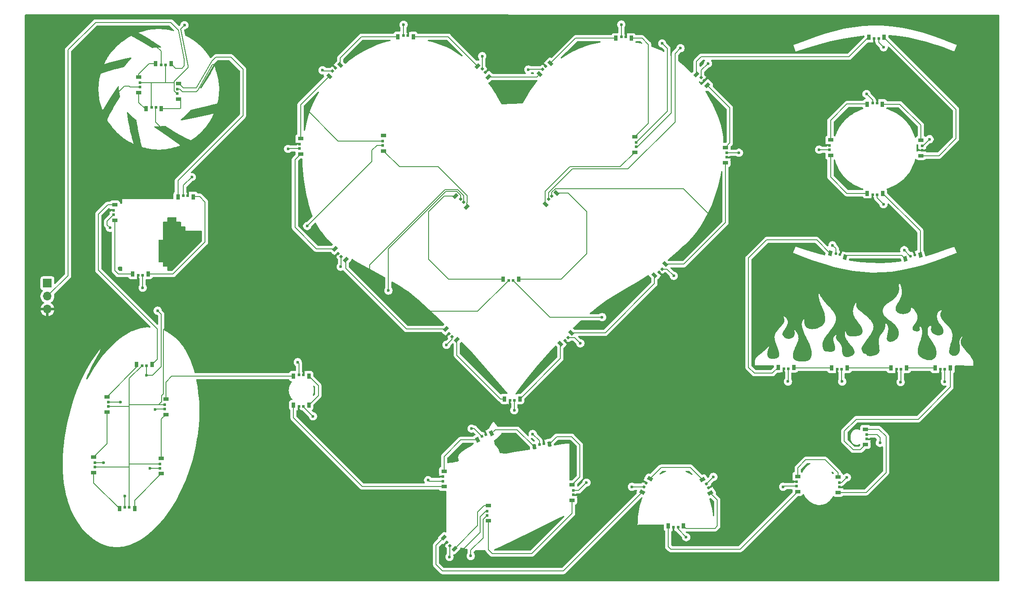
<source format=gbl>
G04 #@! TF.GenerationSoftware,KiCad,Pcbnew,9.0.0*
G04 #@! TF.CreationDate,2025-04-01T19:23:43-07:00*
G04 #@! TF.ProjectId,proto-for-mfg,70726f74-6f2d-4666-9f72-2d6d66672e6b,rev?*
G04 #@! TF.SameCoordinates,Original*
G04 #@! TF.FileFunction,Copper,L2,Bot*
G04 #@! TF.FilePolarity,Positive*
%FSLAX46Y46*%
G04 Gerber Fmt 4.6, Leading zero omitted, Abs format (unit mm)*
G04 Created by KiCad (PCBNEW 9.0.0) date 2025-04-01 19:23:43*
%MOMM*%
%LPD*%
G01*
G04 APERTURE LIST*
G04 Aperture macros list*
%AMRotRect*
0 Rectangle, with rotation*
0 The origin of the aperture is its center*
0 $1 length*
0 $2 width*
0 $3 Rotation angle, in degrees counterclockwise*
0 Add horizontal line*
21,1,$1,$2,0,0,$3*%
G04 Aperture macros list end*
G04 #@! TA.AperFunction,SMDPad,CuDef*
%ADD10R,0.500000X0.500000*%
G04 #@! TD*
G04 #@! TA.AperFunction,SMDPad,CuDef*
%ADD11R,1.000000X0.700000*%
G04 #@! TD*
G04 #@! TA.AperFunction,ComponentPad*
%ADD12R,1.700000X1.700000*%
G04 #@! TD*
G04 #@! TA.AperFunction,ComponentPad*
%ADD13O,1.700000X1.700000*%
G04 #@! TD*
G04 #@! TA.AperFunction,SMDPad,CuDef*
%ADD14RotRect,0.500000X0.500000X165.000000*%
G04 #@! TD*
G04 #@! TA.AperFunction,SMDPad,CuDef*
%ADD15RotRect,0.700000X1.000000X165.000000*%
G04 #@! TD*
G04 #@! TA.AperFunction,SMDPad,CuDef*
%ADD16RotRect,0.500000X0.500000X45.000000*%
G04 #@! TD*
G04 #@! TA.AperFunction,SMDPad,CuDef*
%ADD17RotRect,0.700000X1.000000X45.000000*%
G04 #@! TD*
G04 #@! TA.AperFunction,SMDPad,CuDef*
%ADD18R,0.700000X1.000000*%
G04 #@! TD*
G04 #@! TA.AperFunction,SMDPad,CuDef*
%ADD19RotRect,0.500000X0.500000X315.000000*%
G04 #@! TD*
G04 #@! TA.AperFunction,SMDPad,CuDef*
%ADD20RotRect,0.700000X1.000000X315.000000*%
G04 #@! TD*
G04 #@! TA.AperFunction,SMDPad,CuDef*
%ADD21RotRect,0.500000X0.500000X195.000000*%
G04 #@! TD*
G04 #@! TA.AperFunction,SMDPad,CuDef*
%ADD22RotRect,0.700000X1.000000X195.000000*%
G04 #@! TD*
G04 #@! TA.AperFunction,SMDPad,CuDef*
%ADD23RotRect,0.500000X0.500000X225.000000*%
G04 #@! TD*
G04 #@! TA.AperFunction,SMDPad,CuDef*
%ADD24RotRect,0.700000X1.000000X225.000000*%
G04 #@! TD*
G04 #@! TA.AperFunction,SMDPad,CuDef*
%ADD25RotRect,0.500000X0.500000X190.000000*%
G04 #@! TD*
G04 #@! TA.AperFunction,SMDPad,CuDef*
%ADD26RotRect,0.700000X1.000000X190.000000*%
G04 #@! TD*
G04 #@! TA.AperFunction,SMDPad,CuDef*
%ADD27RotRect,0.500000X0.500000X135.000000*%
G04 #@! TD*
G04 #@! TA.AperFunction,SMDPad,CuDef*
%ADD28RotRect,0.700000X1.000000X135.000000*%
G04 #@! TD*
G04 #@! TA.AperFunction,SMDPad,CuDef*
%ADD29RotRect,0.500000X0.500000X240.000000*%
G04 #@! TD*
G04 #@! TA.AperFunction,SMDPad,CuDef*
%ADD30RotRect,0.700000X1.000000X240.000000*%
G04 #@! TD*
G04 #@! TA.AperFunction,SMDPad,CuDef*
%ADD31RotRect,0.500000X0.500000X120.000000*%
G04 #@! TD*
G04 #@! TA.AperFunction,SMDPad,CuDef*
%ADD32RotRect,0.700000X1.000000X120.000000*%
G04 #@! TD*
G04 #@! TA.AperFunction,SMDPad,CuDef*
%ADD33RotRect,0.500000X0.500000X205.000000*%
G04 #@! TD*
G04 #@! TA.AperFunction,SMDPad,CuDef*
%ADD34RotRect,0.700000X1.000000X205.000000*%
G04 #@! TD*
G04 #@! TA.AperFunction,ViaPad*
%ADD35C,0.600000*%
G04 #@! TD*
G04 #@! TA.AperFunction,Conductor*
%ADD36C,0.200000*%
G04 #@! TD*
G04 APERTURE END LIST*
D10*
X113394855Y-136456947D03*
D11*
X113644855Y-137536947D03*
X113644855Y-134526947D03*
D10*
X113394855Y-135606947D03*
X130219855Y-131581947D03*
D11*
X129969855Y-130501947D03*
X129969855Y-133511947D03*
D10*
X130219855Y-132431947D03*
D12*
X27469855Y-91056947D03*
D13*
X27469855Y-93596947D03*
X27469855Y-96136947D03*
D14*
X182324519Y-85441734D03*
D15*
X183303014Y-85962740D03*
X180395577Y-85183695D03*
D14*
X181503482Y-85221738D03*
D16*
X128632723Y-102293280D03*
D17*
X127692271Y-102880178D03*
X129820662Y-100751787D03*
D16*
X129233764Y-101692239D03*
D10*
X97862855Y-42589305D03*
D18*
X98942855Y-42839305D03*
X95932855Y-42839305D03*
D10*
X97012855Y-42589305D03*
D19*
X105472703Y-141776257D03*
D20*
X104885805Y-140835805D03*
X107014196Y-142964196D03*
D19*
X106073744Y-142377298D03*
D10*
X181794855Y-107881947D03*
D18*
X180714855Y-107631947D03*
X183724855Y-107631947D03*
D10*
X182644855Y-107881947D03*
D21*
X196898021Y-85526208D03*
D22*
X198005926Y-85488165D03*
X195098489Y-86267210D03*
D21*
X196076984Y-85746204D03*
D10*
X117600000Y-90500000D03*
D18*
X116520000Y-90250000D03*
X119530000Y-90250000D03*
D10*
X118450000Y-90500000D03*
D23*
X83756987Y-48968038D03*
D24*
X84697439Y-48381140D03*
X82569048Y-50509531D03*
D23*
X83155946Y-49569079D03*
D10*
X54894855Y-73881947D03*
D18*
X55974855Y-74131947D03*
X52964855Y-74131947D03*
D10*
X54044855Y-73881947D03*
D25*
X124432559Y-122442755D03*
D26*
X125539564Y-122501416D03*
X122575292Y-123024096D03*
D25*
X123595473Y-122590356D03*
D10*
X173794855Y-129906947D03*
D11*
X174044855Y-128826947D03*
X174044855Y-131836947D03*
D10*
X173794855Y-130756947D03*
X39369855Y-115181947D03*
D11*
X39119855Y-116261947D03*
X39119855Y-113251947D03*
D10*
X39369855Y-114331947D03*
X45994855Y-107156947D03*
D18*
X44914855Y-106906947D03*
X47924855Y-106906947D03*
D10*
X46844855Y-107156947D03*
X201969855Y-107856947D03*
D18*
X200889855Y-107606947D03*
X203899855Y-107606947D03*
D10*
X202819855Y-107856947D03*
X160194855Y-66406947D03*
D11*
X159944855Y-67486947D03*
X159944855Y-64476947D03*
D10*
X160194855Y-65556947D03*
X198369855Y-65006834D03*
D11*
X198119855Y-66086834D03*
X198119855Y-63076834D03*
D10*
X198369855Y-64156834D03*
X77469855Y-108956947D03*
D18*
X78549855Y-109206947D03*
X75539855Y-109206947D03*
D10*
X76619855Y-108956947D03*
X36744855Y-127006947D03*
D11*
X36494855Y-128086947D03*
X36494855Y-125076947D03*
D10*
X36744855Y-126156947D03*
X45219855Y-89506947D03*
D18*
X44139855Y-89256947D03*
X47149855Y-89256947D03*
D10*
X46069855Y-89506947D03*
X104744855Y-128906947D03*
D11*
X104994855Y-127826947D03*
X104994855Y-130836947D03*
D10*
X104744855Y-129756947D03*
X187544855Y-121531947D03*
D11*
X187294855Y-122611947D03*
X187294855Y-119601947D03*
D10*
X187544855Y-120681947D03*
X52875000Y-53075000D03*
D11*
X53125000Y-51995000D03*
X53125000Y-55005000D03*
D10*
X52875000Y-53925000D03*
X142475000Y-64350000D03*
D11*
X142225000Y-65430000D03*
X142225000Y-62420000D03*
D10*
X142475000Y-63500000D03*
X117833683Y-113937029D03*
D18*
X116753683Y-113687029D03*
X119763683Y-113687029D03*
D10*
X118683683Y-113937029D03*
X49700000Y-48350000D03*
D18*
X48620000Y-48100000D03*
X51630000Y-48100000D03*
D10*
X50550000Y-48350000D03*
D16*
X147007723Y-88870856D03*
D17*
X146067271Y-89457754D03*
X148195662Y-87329363D03*
D16*
X147608764Y-88269815D03*
D27*
X108774145Y-75188749D03*
D28*
X109361043Y-76129201D03*
X107232652Y-74000810D03*
D27*
X108173104Y-74587708D03*
D19*
X84241301Y-85259460D03*
D20*
X83654403Y-84319008D03*
X85782794Y-86447399D03*
D19*
X84842342Y-85860501D03*
D10*
X188745555Y-73706947D03*
D18*
X187665555Y-73456947D03*
X190675555Y-73456947D03*
D10*
X189595555Y-73706947D03*
X76677213Y-63838947D03*
D11*
X76927213Y-62758947D03*
X76927213Y-65768947D03*
D10*
X76677213Y-64688947D03*
D29*
X144424102Y-130126386D03*
D30*
X145180608Y-129316079D03*
X143675608Y-131922815D03*
D29*
X143999102Y-130862508D03*
D10*
X50344855Y-114831947D03*
D11*
X50594855Y-113751947D03*
X50594855Y-116761947D03*
D10*
X50344855Y-115681947D03*
X189544855Y-55781947D03*
D18*
X190624855Y-56031947D03*
X187614855Y-56031947D03*
D10*
X188694855Y-55781947D03*
X92925000Y-63225000D03*
D11*
X93175000Y-62145000D03*
X93175000Y-65155000D03*
D10*
X92925000Y-64075000D03*
X171344855Y-107756947D03*
D18*
X170264855Y-107506947D03*
X173274855Y-107506947D03*
D10*
X172194855Y-107756947D03*
D23*
X124826041Y-48623959D03*
D24*
X125766493Y-48037061D03*
X123638102Y-50165452D03*
D23*
X124225000Y-49225000D03*
D10*
X193394855Y-107881947D03*
D18*
X192314855Y-107631947D03*
X195324855Y-107631947D03*
D10*
X194244855Y-107881947D03*
D19*
X105930946Y-100944815D03*
D20*
X105344048Y-100004363D03*
X107472439Y-102132754D03*
D19*
X106531987Y-101545856D03*
D10*
X48650000Y-56675000D03*
D18*
X49730000Y-56925000D03*
X46720000Y-56925000D03*
D10*
X47800000Y-56675000D03*
D23*
X126017038Y-74028698D03*
D24*
X126957490Y-73441800D03*
X124829099Y-75570191D03*
D23*
X125415997Y-74629739D03*
D10*
X45550000Y-52650000D03*
D11*
X45300000Y-53730000D03*
X45300000Y-50720000D03*
D10*
X45550000Y-51800000D03*
X140463863Y-42881947D03*
D18*
X141543863Y-43131947D03*
X138533863Y-43131947D03*
D10*
X139613863Y-42881947D03*
X76619855Y-115131947D03*
D18*
X75539855Y-114881947D03*
X78549855Y-114881947D03*
D10*
X77469855Y-115131947D03*
X149819855Y-138781947D03*
D18*
X148739855Y-138531947D03*
X151749855Y-138531947D03*
D10*
X150669855Y-138781947D03*
D31*
X156665608Y-131037508D03*
D32*
X156989102Y-132097815D03*
X155484102Y-129491079D03*
D31*
X156240608Y-130301386D03*
D27*
X113051564Y-49752400D03*
D28*
X113638462Y-50692852D03*
X111510071Y-48564461D03*
D27*
X112450523Y-49151359D03*
X155822537Y-51373239D03*
D28*
X156409435Y-52313691D03*
X154281044Y-50185300D03*
D27*
X155221496Y-50772198D03*
D10*
X49469855Y-126381947D03*
D11*
X49719855Y-125301947D03*
X49719855Y-128311947D03*
D10*
X49469855Y-127231947D03*
X40402213Y-76788947D03*
D11*
X40652213Y-75708947D03*
X40652213Y-78718947D03*
D10*
X40402213Y-77638947D03*
X43469855Y-134906947D03*
D18*
X44549855Y-135156947D03*
X41539855Y-135156947D03*
D10*
X42619855Y-134906947D03*
X189019855Y-43206947D03*
D18*
X187939855Y-42956947D03*
X190949855Y-42956947D03*
D10*
X189869855Y-43206947D03*
D33*
X113152209Y-120639046D03*
D34*
X114236676Y-120409195D03*
X111508689Y-121681276D03*
D33*
X112381847Y-120998271D03*
D10*
X180219855Y-64106947D03*
D11*
X180469855Y-63026947D03*
X180469855Y-66036947D03*
D10*
X180219855Y-64956947D03*
X182194855Y-130906947D03*
D11*
X181944855Y-131986947D03*
X181944855Y-128976947D03*
D10*
X182194855Y-130056947D03*
D35*
X106025000Y-144575000D03*
X160800000Y-81700000D03*
X78050000Y-57000000D03*
X100225000Y-96600000D03*
X157425000Y-78275000D03*
X74400000Y-57000000D03*
X89700000Y-96675000D03*
X149850000Y-89600000D03*
X147575000Y-44125000D03*
X156525000Y-48075000D03*
X202800000Y-110300000D03*
X84775000Y-87825000D03*
X183675000Y-129025000D03*
X105425000Y-103100000D03*
X110175000Y-144400000D03*
X190825000Y-75600000D03*
X139600000Y-40450000D03*
X118683683Y-115883683D03*
X55675000Y-70275000D03*
X162575000Y-65525000D03*
X194875000Y-84575000D03*
X54250000Y-40562500D03*
X46075000Y-91925000D03*
X151150000Y-45075000D03*
X135850000Y-97675000D03*
X94100000Y-92475000D03*
X171200000Y-130875000D03*
X76375000Y-106500000D03*
X131600000Y-102800000D03*
X157600000Y-128925000D03*
X47500000Y-127225000D03*
X97050000Y-40475000D03*
X182750000Y-110275000D03*
X48475000Y-115725000D03*
X49000000Y-96425000D03*
X190850000Y-44900000D03*
X42600000Y-132650000D03*
X141675000Y-130875000D03*
X39675000Y-80200000D03*
X78225000Y-79850000D03*
X38425000Y-126175000D03*
X132800000Y-130050000D03*
X121450000Y-49250000D03*
X194175000Y-110375000D03*
X74475000Y-64775000D03*
X81225000Y-49400000D03*
X46850000Y-109075000D03*
X187500000Y-54025000D03*
X152275000Y-140725000D03*
X178250000Y-64925000D03*
X112425000Y-46625000D03*
X41725000Y-114325000D03*
X172150000Y-110275000D03*
X199825000Y-62875000D03*
X79350000Y-117075000D03*
X122300000Y-120550000D03*
X110325000Y-119475000D03*
X101850000Y-129575000D03*
X190125000Y-122275000D03*
X180850000Y-83625000D03*
D36*
X129969855Y-136055145D02*
X122075000Y-143950000D01*
X122075000Y-143950000D02*
X114425000Y-143950000D01*
X129969855Y-133511947D02*
X129969855Y-136055145D01*
X114425000Y-143950000D02*
X113644855Y-143169855D01*
X113644855Y-143169855D02*
X113644855Y-137536947D01*
X112575000Y-137276802D02*
X113394855Y-136456947D01*
X110175000Y-143275000D02*
X112575000Y-140875000D01*
X110175000Y-144400000D02*
X110175000Y-143275000D01*
X112575000Y-140875000D02*
X112575000Y-137276802D01*
X112050000Y-139775000D02*
X108450000Y-143375000D01*
X112050000Y-136699802D02*
X112050000Y-139775000D01*
X113142855Y-135606947D02*
X112050000Y-136699802D01*
X113394855Y-135606947D02*
X113142855Y-135606947D01*
X128233568Y-147364855D02*
X143675608Y-131922815D01*
X104689855Y-147364855D02*
X128233568Y-147364855D01*
X103400000Y-142300000D02*
X103400000Y-146075000D01*
X104864195Y-140835805D02*
X103400000Y-142300000D01*
X104885805Y-140835805D02*
X104864195Y-140835805D01*
X103400000Y-146075000D02*
X104689855Y-147364855D01*
X111523053Y-138455339D02*
X107014196Y-142964196D01*
X111523053Y-135801947D02*
X111523053Y-138455339D01*
X112798053Y-134526947D02*
X111523053Y-135801947D01*
X113644855Y-134526947D02*
X112798053Y-134526947D01*
X106073744Y-144526256D02*
X106025000Y-144575000D01*
X106073744Y-142377298D02*
X106073744Y-144526256D01*
X45567954Y-51782046D02*
X45550000Y-51800000D01*
X52232244Y-51782046D02*
X45567954Y-51782046D01*
X52250000Y-51525000D02*
X52250000Y-51764290D01*
X52250000Y-51764290D02*
X52232244Y-51782046D01*
X54925000Y-48850000D02*
X52250000Y-51525000D01*
X54925000Y-48481683D02*
X54925000Y-48850000D01*
X54918317Y-48475000D02*
X54925000Y-48481683D01*
X53500000Y-41312500D02*
X54918317Y-48475000D01*
X54250000Y-40562500D02*
X53500000Y-41312500D01*
X53325000Y-53075000D02*
X52875000Y-53075000D01*
X56881269Y-53293731D02*
X56600000Y-53575000D01*
X56600000Y-53575000D02*
X53825000Y-53575000D01*
X56881269Y-53279861D02*
X56881269Y-53293731D01*
X53825000Y-53575000D02*
X53325000Y-53075000D01*
X59717447Y-48282553D02*
X56881269Y-53279861D01*
X59750000Y-48250000D02*
X59717447Y-48282553D01*
X60625000Y-48250000D02*
X59750000Y-48250000D01*
X52964855Y-70985145D02*
X52964855Y-74131947D01*
X65680145Y-58269855D02*
X52964855Y-70985145D01*
X63325000Y-46850000D02*
X65680145Y-49205145D01*
X65680145Y-49205145D02*
X65680145Y-58269855D01*
X60400000Y-46850000D02*
X63325000Y-46850000D01*
X59635531Y-47614469D02*
X60400000Y-46850000D01*
X53145000Y-51995000D02*
X54025000Y-52875000D01*
X56575000Y-52875000D02*
X59635531Y-47614469D01*
X53125000Y-51995000D02*
X53145000Y-51995000D01*
X54025000Y-52875000D02*
X56575000Y-52875000D01*
X31500145Y-89566657D02*
X27469855Y-93596947D01*
X31500145Y-45399855D02*
X31500145Y-89566657D01*
X36875000Y-40025000D02*
X31500145Y-45399855D01*
X51550000Y-40025000D02*
X36875000Y-40025000D01*
X53088366Y-41563749D02*
X53088366Y-41563366D01*
X54200000Y-48525000D02*
X54200000Y-47247884D01*
X54211634Y-47236250D02*
X53088366Y-41563749D01*
X53725000Y-49000000D02*
X54200000Y-48525000D01*
X52530000Y-49000000D02*
X53725000Y-49000000D01*
X54200000Y-47247884D02*
X54211634Y-47236250D01*
X51630000Y-48100000D02*
X52530000Y-49000000D01*
X53088366Y-41563366D02*
X51550000Y-40025000D01*
X47769855Y-51787191D02*
X47769855Y-56644855D01*
X47769855Y-56644855D02*
X47800000Y-56675000D01*
X50519855Y-51782046D02*
X50519855Y-48380145D01*
X50519855Y-48380145D02*
X50550000Y-48350000D01*
X52250000Y-53425000D02*
X52250000Y-51799802D01*
X52750000Y-53925000D02*
X52250000Y-53425000D01*
X52875000Y-53925000D02*
X52750000Y-53925000D01*
X53475000Y-55355000D02*
X53125000Y-55005000D01*
X53475000Y-56806802D02*
X53475000Y-55355000D01*
X53356802Y-56925000D02*
X53475000Y-56806802D01*
X49730000Y-56925000D02*
X53356802Y-56925000D01*
X45300000Y-53730000D02*
X45300000Y-55692092D01*
X48619855Y-59544855D02*
X49500000Y-60425000D01*
X48619855Y-56705145D02*
X48619855Y-59544855D01*
X46532908Y-56925000D02*
X46720000Y-56925000D01*
X45300000Y-55692092D02*
X46532908Y-56925000D01*
X48650000Y-56675000D02*
X48619855Y-56705145D01*
X47321802Y-48100000D02*
X48620000Y-48100000D01*
X45300000Y-50121802D02*
X47321802Y-48100000D01*
X45300000Y-50720000D02*
X45300000Y-50121802D01*
X43437908Y-52500000D02*
X42500000Y-52500000D01*
X43587908Y-52650000D02*
X43437908Y-52500000D01*
X42500000Y-52500000D02*
X41375000Y-53625000D01*
X45550000Y-52650000D02*
X43587908Y-52650000D01*
X49669855Y-45669855D02*
X48750000Y-44750000D01*
X49669855Y-48319855D02*
X49669855Y-45669855D01*
X49700000Y-48350000D02*
X49669855Y-48319855D01*
X125362485Y-74576227D02*
X125415997Y-74629739D01*
X125362485Y-73336919D02*
X125362485Y-74576227D01*
X140924000Y-68676000D02*
X130023404Y-68676000D01*
X130023404Y-68676000D02*
X125362485Y-73336919D01*
X150075000Y-46150000D02*
X150075000Y-59525000D01*
X150075000Y-59525000D02*
X140924000Y-68676000D01*
X151150000Y-45075000D02*
X150075000Y-46150000D01*
X148600000Y-57375000D02*
X142475000Y-63500000D01*
X148600000Y-45150000D02*
X148600000Y-57375000D01*
X147575000Y-44125000D02*
X148600000Y-45150000D01*
X149325000Y-57752000D02*
X149325000Y-46225000D01*
X142727000Y-64350000D02*
X149325000Y-57752000D01*
X142475000Y-64350000D02*
X142727000Y-64350000D01*
X108827657Y-75135237D02*
X108827657Y-73895929D01*
X49793855Y-114238092D02*
X49793855Y-113006145D01*
X50100000Y-112700000D02*
X50100000Y-100150000D01*
X151689759Y-72539759D02*
X157425000Y-78275000D01*
X43469855Y-109681947D02*
X45994855Y-107156947D01*
X108774145Y-75188749D02*
X108827657Y-75135237D01*
X43469855Y-134906947D02*
X43469855Y-127025000D01*
X85350000Y-63225000D02*
X84275000Y-63225000D01*
X43437908Y-115181947D02*
X43469855Y-115150000D01*
X49200000Y-114831947D02*
X49793855Y-114238092D01*
X43501802Y-114831947D02*
X43469855Y-114800000D01*
X49469855Y-126381947D02*
X43476802Y-126381947D01*
X107629497Y-72697769D02*
X105168031Y-72697769D01*
X92925000Y-63225000D02*
X85350000Y-63225000D01*
X90400000Y-87465800D02*
X90400000Y-90025000D01*
X43469855Y-115150000D02*
X43469855Y-114800000D01*
X84275000Y-63225000D02*
X78050000Y-57000000D01*
X96975000Y-96600000D02*
X100225000Y-96600000D01*
X126017038Y-73249466D02*
X126726745Y-72539759D01*
X126017038Y-74028698D02*
X126017038Y-73249466D01*
X49200000Y-114831947D02*
X43501802Y-114831947D01*
X43476802Y-126381947D02*
X43469855Y-126375000D01*
X50344855Y-114831947D02*
X49200000Y-114831947D01*
X43469855Y-114800000D02*
X43469855Y-109681947D01*
X105168031Y-72697769D02*
X90400000Y-87465800D01*
X117600000Y-90500000D02*
X111550000Y-96550000D01*
X126726745Y-72539759D02*
X151689759Y-72539759D01*
X90400000Y-90025000D02*
X96975000Y-96600000D01*
X43469855Y-127025000D02*
X43469855Y-126375000D01*
X100225000Y-96550000D02*
X100225000Y-96600000D01*
X50100000Y-100150000D02*
X50850000Y-99400000D01*
X36744855Y-127006947D02*
X43451802Y-127006947D01*
X43469855Y-126375000D02*
X43469855Y-115150000D01*
X39369855Y-115181947D02*
X43437908Y-115181947D01*
X43451802Y-127006947D02*
X43469855Y-127025000D01*
X111550000Y-96550000D02*
X100225000Y-96550000D01*
X108827657Y-73895929D02*
X107629497Y-72697769D01*
X49793855Y-113006145D02*
X50100000Y-112700000D01*
X156240608Y-130301386D02*
X156240608Y-130284392D01*
X196046204Y-85746204D02*
X194875000Y-84575000D01*
X202819855Y-107856947D02*
X202819855Y-110280145D01*
X108173104Y-73808476D02*
X107463397Y-73098769D01*
X156240608Y-130284392D02*
X157600000Y-128925000D01*
X108173104Y-74587708D02*
X108173104Y-73808476D01*
X54044855Y-71905145D02*
X55675000Y-70275000D01*
X97012855Y-40512145D02*
X97050000Y-40475000D01*
X36744855Y-126156947D02*
X38406947Y-126156947D01*
X83155946Y-49569079D02*
X81394079Y-49569079D01*
X173794855Y-130756947D02*
X171318053Y-130756947D01*
X189869855Y-43919855D02*
X190850000Y-44900000D01*
X129233764Y-101692239D02*
X130492239Y-101692239D01*
X46844855Y-107156947D02*
X46844855Y-109069855D01*
X46844855Y-109069855D02*
X46850000Y-109075000D01*
X198369855Y-64156834D02*
X198543166Y-64156834D01*
X194244855Y-107881947D02*
X194244855Y-110305145D01*
X181503482Y-84278482D02*
X180850000Y-83625000D01*
X182644855Y-107881947D02*
X182644855Y-110169855D01*
X189869855Y-43206947D02*
X189869855Y-43919855D01*
X123595473Y-122590356D02*
X123595473Y-121845473D01*
X118683683Y-113937029D02*
X118683683Y-115883683D01*
X54044855Y-73881947D02*
X54044855Y-71905145D01*
X106531987Y-101993013D02*
X105425000Y-103100000D01*
X112381847Y-120998271D02*
X110858576Y-119475000D01*
X112450523Y-49151359D02*
X112450523Y-46650523D01*
X188694855Y-55219855D02*
X187500000Y-54025000D01*
X84842342Y-85860501D02*
X84842342Y-87757658D01*
X150669855Y-139119855D02*
X150669855Y-138781947D01*
X147608764Y-88269815D02*
X148519815Y-88269815D01*
X76619855Y-108956947D02*
X76619855Y-106744855D01*
X112450523Y-46650523D02*
X112425000Y-46625000D01*
X77469855Y-115194855D02*
X79350000Y-117075000D01*
X189556947Y-120681947D02*
X187544855Y-120681947D01*
X190125000Y-121250000D02*
X189556947Y-120681947D01*
X77469855Y-115131947D02*
X77469855Y-115194855D01*
X198543166Y-64156834D02*
X199825000Y-62875000D01*
X47506947Y-127231947D02*
X47500000Y-127225000D01*
X106531987Y-101545856D02*
X106531987Y-101993013D01*
X160194855Y-65556947D02*
X162543053Y-65556947D01*
X81394079Y-49569079D02*
X81225000Y-49400000D01*
X76677213Y-64688947D02*
X74561053Y-64688947D01*
X92925000Y-64075000D02*
X91825000Y-64075000D01*
X105334131Y-73098769D02*
X94100000Y-84332900D01*
X130492239Y-101692239D02*
X131600000Y-102800000D01*
X188694855Y-55781947D02*
X188694855Y-55219855D01*
X50344855Y-115681947D02*
X48518053Y-115681947D01*
X172194855Y-107756947D02*
X172194855Y-110230145D01*
X39369855Y-114331947D02*
X41718053Y-114331947D01*
X202819855Y-110280145D02*
X202800000Y-110300000D01*
X74561053Y-64688947D02*
X74475000Y-64775000D01*
X90875000Y-67200000D02*
X78225000Y-79850000D01*
X178281947Y-64956947D02*
X178250000Y-64925000D01*
X48518053Y-115681947D02*
X48475000Y-115725000D01*
X76619855Y-106744855D02*
X76375000Y-106500000D01*
X155221496Y-49378504D02*
X156525000Y-48075000D01*
X139613863Y-42881947D02*
X139613863Y-40463863D01*
X84842342Y-87757658D02*
X84775000Y-87825000D01*
X42619855Y-134906947D02*
X42619855Y-132669855D01*
X141687492Y-130862508D02*
X141675000Y-130875000D01*
X46850000Y-109075000D02*
X47975000Y-109075000D01*
X162543053Y-65556947D02*
X162575000Y-65525000D01*
X182643053Y-130056947D02*
X183675000Y-129025000D01*
X196076984Y-85746204D02*
X196046204Y-85746204D01*
X143999102Y-130862508D02*
X141687492Y-130862508D01*
X110858576Y-119475000D02*
X110325000Y-119475000D01*
X182644855Y-110169855D02*
X182750000Y-110275000D01*
X152275000Y-140725000D02*
X150669855Y-139119855D01*
X39150000Y-78891160D02*
X39150000Y-79675000D01*
X194244855Y-110305145D02*
X194175000Y-110375000D01*
X41718053Y-114331947D02*
X41725000Y-114325000D01*
X180219855Y-64956947D02*
X178281947Y-64956947D01*
X102031947Y-129756947D02*
X101850000Y-129575000D01*
X189595555Y-73706947D02*
X189595555Y-74370555D01*
X123595473Y-121845473D02*
X122300000Y-120550000D01*
X47975000Y-109075000D02*
X49699000Y-107351000D01*
X181503482Y-85221738D02*
X181503482Y-84278482D01*
X121475000Y-49225000D02*
X121450000Y-49250000D01*
X49469855Y-127231947D02*
X47506947Y-127231947D01*
X125625000Y-97675000D02*
X135850000Y-97675000D01*
X189595555Y-74370555D02*
X190825000Y-75600000D01*
X46069855Y-91919855D02*
X46075000Y-91925000D01*
X49699000Y-107351000D02*
X49699000Y-97124000D01*
X94100000Y-84332900D02*
X94100000Y-92475000D01*
X182194855Y-130056947D02*
X182643053Y-130056947D01*
X104744855Y-129756947D02*
X102031947Y-129756947D01*
X148519815Y-88269815D02*
X149850000Y-89600000D01*
X90875000Y-65025000D02*
X90875000Y-67200000D01*
X172194855Y-110230145D02*
X172150000Y-110275000D01*
X124225000Y-49225000D02*
X121475000Y-49225000D01*
X42619855Y-132669855D02*
X42600000Y-132650000D01*
X171318053Y-130756947D02*
X171200000Y-130875000D01*
X139613863Y-40463863D02*
X139600000Y-40450000D01*
X131268053Y-131581947D02*
X132800000Y-130050000D01*
X49699000Y-97124000D02*
X49000000Y-96425000D01*
X40402213Y-77638947D02*
X39150000Y-78891160D01*
X118450000Y-90500000D02*
X125625000Y-97675000D01*
X91825000Y-64075000D02*
X90875000Y-65025000D01*
X155221496Y-50772198D02*
X155221496Y-49378504D01*
X46069855Y-89506947D02*
X46069855Y-91919855D01*
X97012855Y-42589305D02*
X97012855Y-40512145D01*
X107463397Y-73098769D02*
X105334131Y-73098769D01*
X190125000Y-122275000D02*
X190125000Y-121250000D01*
X130219855Y-131581947D02*
X131268053Y-131581947D01*
X38406947Y-126156947D02*
X38425000Y-126175000D01*
X39150000Y-79675000D02*
X39675000Y-80200000D01*
X55974855Y-74131947D02*
X55981802Y-74125000D01*
X55981802Y-74125000D02*
X57250000Y-74125000D01*
X57250000Y-74125000D02*
X58275000Y-75150000D01*
X52018053Y-89256947D02*
X47149855Y-89256947D01*
X58275000Y-75150000D02*
X58275000Y-83000000D01*
X58275000Y-83000000D02*
X52018053Y-89256947D01*
X40650000Y-78721160D02*
X40652213Y-78718947D01*
X40650000Y-88600000D02*
X40650000Y-78721160D01*
X44139855Y-89256947D02*
X41306947Y-89256947D01*
X41306947Y-89256947D02*
X40650000Y-88600000D01*
X37400000Y-77575000D02*
X37400000Y-88475000D01*
X37400000Y-88475000D02*
X48900000Y-99975000D01*
X39266053Y-75708947D02*
X37400000Y-77575000D01*
X48900000Y-99975000D02*
X48900000Y-105931802D01*
X48900000Y-105931802D02*
X47924855Y-106906947D01*
X40652213Y-75708947D02*
X39266053Y-75708947D01*
X44914855Y-106906947D02*
X44914855Y-107456947D01*
X44914855Y-107456947D02*
X39119855Y-113251947D01*
X36494855Y-128086947D02*
X36494855Y-130111947D01*
X36494855Y-130111947D02*
X41539855Y-135156947D01*
X44549855Y-133481947D02*
X49719855Y-128311947D01*
X44549855Y-135156947D02*
X44549855Y-133481947D01*
X49719855Y-125301947D02*
X49719855Y-117636947D01*
X49719855Y-117636947D02*
X50594855Y-116761947D01*
X51775000Y-109200000D02*
X75532908Y-109200000D01*
X75532908Y-109200000D02*
X75539855Y-109206947D01*
X50594855Y-113751947D02*
X50594855Y-110380145D01*
X50594855Y-110380145D02*
X51775000Y-109200000D01*
X80400000Y-113031802D02*
X78549855Y-114881947D01*
X80400000Y-111050000D02*
X80400000Y-113031802D01*
X78556947Y-109206947D02*
X80400000Y-111050000D01*
X78549855Y-109206947D02*
X78556947Y-109206947D01*
X89011947Y-130836947D02*
X75539855Y-117364855D01*
X75539855Y-117364855D02*
X75539855Y-114881947D01*
X104994855Y-130836947D02*
X89011947Y-130836947D01*
X104994855Y-124930145D02*
X108243724Y-121681276D01*
X108243724Y-121681276D02*
X111508689Y-121681276D01*
X104994855Y-127826947D02*
X104994855Y-124930145D01*
X119239519Y-119688324D02*
X122575292Y-123024097D01*
X114236676Y-120409195D02*
X114957547Y-119688324D01*
X114957547Y-119688324D02*
X119239519Y-119688324D01*
X39119855Y-116261947D02*
X39119855Y-122451947D01*
X39119855Y-122451947D02*
X36494855Y-125076947D01*
X145180608Y-129316079D02*
X147371687Y-127125000D01*
X147371687Y-127125000D02*
X153118023Y-127125000D01*
X153118023Y-127125000D02*
X155484102Y-129491079D01*
X156989102Y-132097815D02*
X158350000Y-133458713D01*
X158350000Y-138525000D02*
X157875000Y-139000000D01*
X158350000Y-133458713D02*
X158350000Y-138525000D01*
X152217908Y-139000000D02*
X151749855Y-138531947D01*
X157875000Y-139000000D02*
X152217908Y-139000000D01*
X148739855Y-138531947D02*
X148739855Y-142539855D01*
X162806802Y-143075000D02*
X174044855Y-131836947D01*
X148739855Y-142539855D02*
X149275000Y-143075000D01*
X149275000Y-143075000D02*
X162806802Y-143075000D01*
X174044855Y-128826947D02*
X174044855Y-127180145D01*
X174044855Y-127180145D02*
X175625000Y-125600000D01*
X179400000Y-125600000D02*
X181944855Y-128144855D01*
X181944855Y-128144855D02*
X181944855Y-128976947D01*
X175625000Y-125600000D02*
X179400000Y-125600000D01*
X189901947Y-119601947D02*
X187294855Y-119601947D01*
X191325000Y-121025000D02*
X189901947Y-119601947D01*
X187413053Y-131986947D02*
X191325000Y-128075000D01*
X181944855Y-131986947D02*
X187413053Y-131986947D01*
X191325000Y-128075000D02*
X191325000Y-121025000D01*
X185475000Y-117650000D02*
X197600000Y-117650000D01*
X203899855Y-111350145D02*
X203899855Y-107606947D01*
X197600000Y-117650000D02*
X203899855Y-111350145D01*
X187294855Y-122611947D02*
X186256802Y-123650000D01*
X186256802Y-123650000D02*
X184925000Y-123650000D01*
X184925000Y-123650000D02*
X183175000Y-121900000D01*
X183175000Y-121900000D02*
X183175000Y-119950000D01*
X183175000Y-119950000D02*
X185475000Y-117650000D01*
X200889855Y-107606947D02*
X195349855Y-107606947D01*
X195349855Y-107606947D02*
X195324855Y-107631947D01*
X192314855Y-107631947D02*
X183724855Y-107631947D01*
X173399855Y-107631947D02*
X173274855Y-107506947D01*
X180714855Y-107631947D02*
X173399855Y-107631947D01*
X164450000Y-86100000D02*
X164450000Y-107500000D01*
X177775000Y-82575000D02*
X167975000Y-82575000D01*
X169121802Y-108650000D02*
X170264855Y-107506947D01*
X165600000Y-108650000D02*
X169121802Y-108650000D01*
X167975000Y-82575000D02*
X164450000Y-86100000D01*
X180395577Y-85183695D02*
X180383695Y-85183695D01*
X164450000Y-107500000D02*
X165600000Y-108650000D01*
X180383695Y-85183695D02*
X177775000Y-82575000D01*
X183665754Y-85600000D02*
X183303014Y-85962740D01*
X195098489Y-86267210D02*
X194431279Y-85600000D01*
X194431279Y-85600000D02*
X183665754Y-85600000D01*
X198005926Y-85488165D02*
X198005926Y-80787318D01*
X198005926Y-80787318D02*
X190675555Y-73456947D01*
X187665555Y-73456947D02*
X183681947Y-73456947D01*
X183681947Y-73456947D02*
X180469855Y-70244855D01*
X180469855Y-70244855D02*
X180469855Y-66036947D01*
X180469855Y-63026947D02*
X180469855Y-59205145D01*
X187582908Y-56000000D02*
X187614855Y-56031947D01*
X180469855Y-59205145D02*
X183675000Y-56000000D01*
X183675000Y-56000000D02*
X187582908Y-56000000D01*
X194006947Y-56031947D02*
X198125000Y-60150000D01*
X198125000Y-60150000D02*
X198125000Y-63071689D01*
X198125000Y-63071689D02*
X198119855Y-63076834D01*
X190624855Y-56031947D02*
X194006947Y-56031947D01*
X201663166Y-66086834D02*
X204988166Y-62761834D01*
X204988166Y-62761834D02*
X204988166Y-57038166D01*
X198119855Y-66086834D02*
X201663166Y-66086834D01*
X190949855Y-42999855D02*
X190949855Y-42956947D01*
X204988166Y-57038166D02*
X190949855Y-42999855D01*
X184100000Y-46750000D02*
X155225000Y-46750000D01*
X155225000Y-46750000D02*
X154281044Y-47693956D01*
X187893053Y-42956947D02*
X184100000Y-46750000D01*
X154281044Y-47693956D02*
X154281044Y-50185300D01*
X187939855Y-42956947D02*
X187893053Y-42956947D01*
X160800000Y-63621802D02*
X159944855Y-64476947D01*
X156409435Y-52359435D02*
X160800000Y-56750000D01*
X156409435Y-52313691D02*
X156409435Y-52359435D01*
X160800000Y-56750000D02*
X160800000Y-63621802D01*
X159944855Y-67486947D02*
X159944855Y-79205145D01*
X159944855Y-79205145D02*
X151820637Y-87329363D01*
X151820637Y-87329363D02*
X148195662Y-87329363D01*
X146067271Y-89457754D02*
X146067271Y-91132729D01*
X146067271Y-91132729D02*
X136448213Y-100751787D01*
X136448213Y-100751787D02*
X129820662Y-100751787D01*
X127692271Y-102880178D02*
X127692271Y-105758441D01*
X127692271Y-105758441D02*
X119763683Y-113687029D01*
X116037029Y-113687029D02*
X107472439Y-105122439D01*
X107472439Y-105122439D02*
X107472439Y-102132754D01*
X116753683Y-113687029D02*
X116037029Y-113687029D01*
X85782794Y-88157794D02*
X97629363Y-100004363D01*
X97629363Y-100004363D02*
X105344048Y-100004363D01*
X85782794Y-86447399D02*
X85782794Y-88157794D01*
X80019008Y-84319008D02*
X75825000Y-80125000D01*
X83654403Y-84319008D02*
X80019008Y-84319008D01*
X75825000Y-66871160D02*
X76927213Y-65768947D01*
X75825000Y-80125000D02*
X75825000Y-66871160D01*
X76927213Y-62758947D02*
X76927213Y-56151366D01*
X76927213Y-56151366D02*
X82569048Y-50509531D01*
X88810695Y-42839305D02*
X95932855Y-42839305D01*
X84697439Y-48381140D02*
X84697439Y-46952561D01*
X84697439Y-46952561D02*
X88810695Y-42839305D01*
X105784915Y-42839305D02*
X111510071Y-48564461D01*
X98942855Y-42839305D02*
X105784915Y-42839305D01*
X123110702Y-50692852D02*
X123638102Y-50165452D01*
X113638462Y-50692852D02*
X123110702Y-50692852D01*
X125766493Y-48033507D02*
X130668053Y-43131947D01*
X130668053Y-43131947D02*
X138533863Y-43131947D01*
X125766493Y-48037061D02*
X125766493Y-48033507D01*
X144856947Y-59788053D02*
X142225000Y-62420000D01*
X144856947Y-44331947D02*
X144856947Y-59788053D01*
X141543863Y-43131947D02*
X143656947Y-43131947D01*
X143656947Y-43131947D02*
X144856947Y-44331947D01*
X139380000Y-68275000D02*
X142225000Y-65430000D01*
X124829099Y-75570191D02*
X124754809Y-75570191D01*
X124750000Y-75565382D02*
X124750000Y-73100000D01*
X124754809Y-75570191D02*
X124750000Y-75565382D01*
X129575000Y-68275000D02*
X139380000Y-68275000D01*
X124750000Y-73100000D02*
X129575000Y-68275000D01*
X129241800Y-73441800D02*
X132825000Y-77025000D01*
X132825000Y-85300000D02*
X127875000Y-90250000D01*
X126957490Y-73441800D02*
X129241800Y-73441800D01*
X127875000Y-90250000D02*
X119530000Y-90250000D01*
X132825000Y-77025000D02*
X132825000Y-85300000D01*
X101950000Y-86350000D02*
X101950000Y-77050000D01*
X116520000Y-90250000D02*
X105850000Y-90250000D01*
X105850000Y-90250000D02*
X101950000Y-86350000D01*
X101950000Y-77050000D02*
X104999190Y-74000810D01*
X104999190Y-74000810D02*
X107232652Y-74000810D01*
X96270000Y-68250000D02*
X93175000Y-65155000D01*
X109361043Y-76129201D02*
X109361043Y-75388957D01*
X109361043Y-75388957D02*
X109475000Y-75275000D01*
X103825000Y-68250000D02*
X96270000Y-68250000D01*
X109475000Y-73900000D02*
X103825000Y-68250000D01*
X109475000Y-75275000D02*
X109475000Y-73900000D01*
X125539564Y-122501416D02*
X126965980Y-121075000D01*
X131500000Y-128971802D02*
X129969855Y-130501947D01*
X131500000Y-122675000D02*
X131500000Y-128971802D01*
X126965980Y-121075000D02*
X129900000Y-121075000D01*
X129900000Y-121075000D02*
X131500000Y-122675000D01*
G04 #@! TA.AperFunction,Conductor*
G36*
X87071701Y-86303721D02*
G01*
X87669353Y-86684089D01*
X89018037Y-87480376D01*
X90433336Y-88262584D01*
X91772526Y-89002729D01*
X93435165Y-89915334D01*
X93484462Y-89964848D01*
X93499500Y-90024036D01*
X93499500Y-91895234D01*
X93479815Y-91962273D01*
X93478602Y-91964125D01*
X93390609Y-92095814D01*
X93390602Y-92095827D01*
X93330264Y-92241498D01*
X93330261Y-92241510D01*
X93299500Y-92396153D01*
X93299500Y-92553846D01*
X93330261Y-92708489D01*
X93330264Y-92708501D01*
X93390602Y-92854172D01*
X93390609Y-92854185D01*
X93478210Y-92985288D01*
X93478213Y-92985292D01*
X93589707Y-93096786D01*
X93589711Y-93096789D01*
X93720814Y-93184390D01*
X93720827Y-93184397D01*
X93866498Y-93244735D01*
X93866503Y-93244737D01*
X94021153Y-93275499D01*
X94021156Y-93275500D01*
X94021158Y-93275500D01*
X94178844Y-93275500D01*
X94178845Y-93275499D01*
X94333497Y-93244737D01*
X94479179Y-93184394D01*
X94610289Y-93096789D01*
X94721789Y-92985289D01*
X94809394Y-92854179D01*
X94869737Y-92708497D01*
X94900500Y-92553842D01*
X94900500Y-92396158D01*
X94900500Y-92396155D01*
X94900499Y-92396153D01*
X94895656Y-92371805D01*
X94869737Y-92241503D01*
X94843749Y-92178761D01*
X94809397Y-92095827D01*
X94809390Y-92095814D01*
X94721398Y-91964125D01*
X94700520Y-91897447D01*
X94700500Y-91895234D01*
X94700500Y-90831306D01*
X94720185Y-90764267D01*
X94772989Y-90718512D01*
X94842147Y-90708568D01*
X94886797Y-90724091D01*
X95812416Y-91261965D01*
X95847118Y-91282130D01*
X95850438Y-91284130D01*
X96517082Y-91699916D01*
X97004383Y-92003846D01*
X97136904Y-92086499D01*
X97142706Y-92090348D01*
X97958054Y-92665104D01*
X97963181Y-92668923D01*
X98695950Y-93244735D01*
X98883246Y-93391913D01*
X98886568Y-93394617D01*
X98991842Y-93483391D01*
X99890010Y-94240784D01*
X99892238Y-94242711D01*
X100950500Y-95180534D01*
X100956801Y-95186118D01*
X100958486Y-95187639D01*
X102046716Y-96188245D01*
X102062234Y-96202513D01*
X102063517Y-96203709D01*
X103152992Y-97234402D01*
X103184543Y-97264250D01*
X103185955Y-97265606D01*
X104958639Y-98996911D01*
X104965032Y-99003154D01*
X104999239Y-99064078D01*
X104995077Y-99133824D01*
X104966074Y-99179546D01*
X104778079Y-99367544D01*
X104716756Y-99401029D01*
X104690397Y-99403863D01*
X97929461Y-99403863D01*
X97862422Y-99384178D01*
X97841780Y-99367544D01*
X86419613Y-87945377D01*
X86386128Y-87884054D01*
X86383294Y-87857696D01*
X86383294Y-87101049D01*
X86402979Y-87034010D01*
X86419613Y-87013368D01*
X86552223Y-86880758D01*
X86771592Y-86661389D01*
X86809212Y-86614706D01*
X86812435Y-86607650D01*
X86868999Y-86483792D01*
X86868998Y-86483792D01*
X86869000Y-86483790D01*
X86882385Y-86390685D01*
X86911409Y-86327131D01*
X86970186Y-86289355D01*
X87040056Y-86289354D01*
X87071701Y-86303721D01*
G37*
G04 #@! TD.AperFunction*
G04 #@! TA.AperFunction,Conductor*
G36*
X159255780Y-69131323D02*
G01*
X159314402Y-69169339D01*
X159343165Y-69233014D01*
X159344355Y-69250155D01*
X159344355Y-78905048D01*
X159324670Y-78972087D01*
X159308036Y-78992729D01*
X151608221Y-86692544D01*
X151546898Y-86726029D01*
X151520540Y-86728863D01*
X148849313Y-86728863D01*
X148819872Y-86720218D01*
X148789886Y-86713695D01*
X148784870Y-86709940D01*
X148782274Y-86709178D01*
X148761632Y-86692544D01*
X148687762Y-86618674D01*
X148654277Y-86557351D01*
X148659261Y-86487659D01*
X148695702Y-86436033D01*
X149261831Y-85960652D01*
X150446100Y-84933393D01*
X151737944Y-83780308D01*
X151738713Y-83779629D01*
X152094463Y-83467631D01*
X153028892Y-82519265D01*
X153650065Y-81801335D01*
X154340340Y-80918103D01*
X155074565Y-79867469D01*
X155827587Y-78647331D01*
X156574254Y-77255585D01*
X157289414Y-75690132D01*
X157947913Y-73948868D01*
X158524600Y-72029692D01*
X158994322Y-69930502D01*
X159097691Y-69232002D01*
X159126977Y-69168567D01*
X159185911Y-69131035D01*
X159255780Y-69131323D01*
G37*
G04 #@! TD.AperFunction*
G04 #@! TA.AperFunction,Conductor*
G36*
X80469713Y-53560614D02*
G01*
X80525646Y-53602486D01*
X80550063Y-53667950D01*
X80535211Y-53736223D01*
X80530029Y-53744860D01*
X80352797Y-54014751D01*
X79727043Y-55145475D01*
X79333717Y-55983669D01*
X79333711Y-55983683D01*
X78918352Y-57000258D01*
X78504677Y-58192539D01*
X78504671Y-58192557D01*
X78116361Y-59557964D01*
X77777137Y-61093814D01*
X77774224Y-61112446D01*
X77744416Y-61175638D01*
X77685177Y-61212684D01*
X77615312Y-61211822D01*
X77557005Y-61173325D01*
X77528767Y-61109416D01*
X77527713Y-61093285D01*
X77527713Y-56451463D01*
X77547398Y-56384424D01*
X77564032Y-56363782D01*
X78939744Y-54988070D01*
X80338700Y-53589113D01*
X80400021Y-53555630D01*
X80469713Y-53560614D01*
G37*
G04 #@! TD.AperFunction*
G04 #@! TA.AperFunction,Conductor*
G36*
X213300528Y-38525359D02*
G01*
X213367563Y-38545059D01*
X213413306Y-38597873D01*
X213424500Y-38649359D01*
X213424500Y-149225522D01*
X213404815Y-149292561D01*
X213352011Y-149338316D01*
X213300505Y-149349522D01*
X23194360Y-149356423D01*
X23127319Y-149336741D01*
X23081563Y-149283939D01*
X23070355Y-149232423D01*
X23070355Y-90159082D01*
X26119355Y-90159082D01*
X26119355Y-91954817D01*
X26119356Y-91954823D01*
X26125763Y-92014430D01*
X26176057Y-92149275D01*
X26176061Y-92149282D01*
X26262307Y-92264491D01*
X26262310Y-92264494D01*
X26377519Y-92350740D01*
X26377526Y-92350744D01*
X26508937Y-92399757D01*
X26564871Y-92441628D01*
X26589288Y-92507092D01*
X26574437Y-92575365D01*
X26553286Y-92603620D01*
X26439744Y-92717162D01*
X26314806Y-92889126D01*
X26218299Y-93078532D01*
X26152608Y-93280707D01*
X26119355Y-93490660D01*
X26119355Y-93703233D01*
X26152592Y-93913087D01*
X26152609Y-93913190D01*
X26217741Y-94113646D01*
X26218299Y-94115361D01*
X26314806Y-94304767D01*
X26439745Y-94476733D01*
X26590068Y-94627056D01*
X26762034Y-94751995D01*
X26762036Y-94751996D01*
X26762039Y-94751998D01*
X26771348Y-94756741D01*
X26822145Y-94804713D01*
X26838942Y-94872534D01*
X26816407Y-94938669D01*
X26771357Y-94977709D01*
X26762298Y-94982325D01*
X26590395Y-95107219D01*
X26590390Y-95107223D01*
X26440131Y-95257482D01*
X26440127Y-95257487D01*
X26315234Y-95429389D01*
X26218759Y-95618729D01*
X26153097Y-95820817D01*
X26153097Y-95820820D01*
X26142624Y-95886947D01*
X27036843Y-95886947D01*
X27003930Y-95943954D01*
X26969855Y-96071121D01*
X26969855Y-96202773D01*
X27003930Y-96329940D01*
X27036843Y-96386947D01*
X26142624Y-96386947D01*
X26153097Y-96453073D01*
X26153097Y-96453076D01*
X26218759Y-96655164D01*
X26315234Y-96844504D01*
X26440127Y-97016406D01*
X26440131Y-97016411D01*
X26590390Y-97166670D01*
X26590395Y-97166674D01*
X26762297Y-97291567D01*
X26951637Y-97388042D01*
X27153726Y-97453704D01*
X27219855Y-97464178D01*
X27219855Y-96569959D01*
X27276862Y-96602872D01*
X27404029Y-96636947D01*
X27535681Y-96636947D01*
X27662848Y-96602872D01*
X27719855Y-96569959D01*
X27719855Y-97464177D01*
X27785981Y-97453704D01*
X27785984Y-97453704D01*
X27988072Y-97388042D01*
X28177412Y-97291567D01*
X28349314Y-97166674D01*
X28349319Y-97166670D01*
X28499578Y-97016411D01*
X28499582Y-97016406D01*
X28624475Y-96844504D01*
X28720950Y-96655164D01*
X28786612Y-96453076D01*
X28786612Y-96453073D01*
X28797086Y-96386947D01*
X27902867Y-96386947D01*
X27935780Y-96329940D01*
X27969855Y-96202773D01*
X27969855Y-96071121D01*
X27935780Y-95943954D01*
X27902867Y-95886947D01*
X28797086Y-95886947D01*
X28786612Y-95820820D01*
X28786612Y-95820817D01*
X28720950Y-95618729D01*
X28624475Y-95429389D01*
X28499582Y-95257487D01*
X28499578Y-95257482D01*
X28349319Y-95107223D01*
X28349314Y-95107219D01*
X28177410Y-94982324D01*
X28168355Y-94977710D01*
X28117561Y-94929735D01*
X28100767Y-94861913D01*
X28123306Y-94795779D01*
X28168363Y-94756740D01*
X28177671Y-94751998D01*
X28280325Y-94677416D01*
X28349641Y-94627056D01*
X28349643Y-94627053D01*
X28349647Y-94627051D01*
X28499959Y-94476739D01*
X28499961Y-94476735D01*
X28499964Y-94476733D01*
X28624903Y-94304767D01*
X28624902Y-94304767D01*
X28624906Y-94304763D01*
X28721412Y-94115359D01*
X28787101Y-93913190D01*
X28820355Y-93703234D01*
X28820355Y-93490660D01*
X28787101Y-93280704D01*
X28773361Y-93238420D01*
X28771367Y-93168582D01*
X28803610Y-93112425D01*
X31980665Y-89935373D01*
X32059722Y-89798441D01*
X32100646Y-89645714D01*
X32100646Y-89487599D01*
X32100646Y-89480004D01*
X32100645Y-89479986D01*
X32100645Y-45699952D01*
X32120330Y-45632913D01*
X32136964Y-45612271D01*
X37087416Y-40661819D01*
X37148739Y-40628334D01*
X37175097Y-40625500D01*
X51249903Y-40625500D01*
X51316942Y-40645185D01*
X51337584Y-40661819D01*
X52176600Y-41500835D01*
X52210085Y-41562158D01*
X52205101Y-41631850D01*
X52163229Y-41687783D01*
X52097765Y-41712200D01*
X52057868Y-41708565D01*
X51999186Y-41693386D01*
X51735518Y-41631807D01*
X51459965Y-41573458D01*
X51177960Y-41519433D01*
X51177958Y-41519432D01*
X51177939Y-41519429D01*
X50968832Y-41483518D01*
X50894882Y-41470818D01*
X50711726Y-41443149D01*
X50616266Y-41428729D01*
X50616262Y-41428728D01*
X50616239Y-41428725D01*
X50347562Y-41394264D01*
X50185296Y-41379769D01*
X49969160Y-41366448D01*
X49719248Y-41354896D01*
X49455792Y-41345713D01*
X49198922Y-41339492D01*
X48984968Y-41337021D01*
X48968840Y-41336835D01*
X48968836Y-41336835D01*
X48968834Y-41336835D01*
X48785682Y-41338334D01*
X48785677Y-41338334D01*
X48669664Y-41344586D01*
X48669621Y-41344589D01*
X48469864Y-41365636D01*
X48469067Y-41365718D01*
X48161469Y-41396119D01*
X47977898Y-41416976D01*
X47773841Y-41445632D01*
X47322642Y-41522023D01*
X46844561Y-41616665D01*
X46376014Y-41720982D01*
X45953660Y-41826347D01*
X45771251Y-41876728D01*
X45614085Y-41924149D01*
X45486748Y-41967528D01*
X45393815Y-42005787D01*
X45393808Y-42005791D01*
X45339833Y-42037865D01*
X45328891Y-42051240D01*
X45329403Y-42062667D01*
X45333661Y-42066955D01*
X45342573Y-42073736D01*
X45373360Y-42094206D01*
X45419769Y-42122902D01*
X45479801Y-42158653D01*
X45632751Y-42246628D01*
X45815921Y-42348573D01*
X45816523Y-42348911D01*
X46598810Y-42791349D01*
X46601591Y-42792969D01*
X47394112Y-43268759D01*
X47396673Y-43270341D01*
X47860028Y-43564428D01*
X48209271Y-43786090D01*
X48211669Y-43787651D01*
X48528138Y-43998912D01*
X49053141Y-44349382D01*
X49055231Y-44350808D01*
X49609618Y-44737835D01*
X49653318Y-44792349D01*
X49660609Y-44861837D01*
X49629174Y-44924236D01*
X49568994Y-44959734D01*
X49529791Y-44963192D01*
X49417226Y-44955142D01*
X49417222Y-44955142D01*
X48867132Y-44955142D01*
X48867129Y-44955142D01*
X48318442Y-44994385D01*
X47980974Y-45042905D01*
X47911815Y-45032961D01*
X47899111Y-45026244D01*
X46804199Y-44363413D01*
X45844703Y-43804936D01*
X45207760Y-43434201D01*
X44886272Y-43249744D01*
X44768488Y-43182164D01*
X44768096Y-43181938D01*
X44394697Y-42965882D01*
X44394099Y-42965534D01*
X44125976Y-42808389D01*
X44124924Y-42807765D01*
X44044051Y-42759288D01*
X44041634Y-42757802D01*
X44003039Y-42733450D01*
X43999504Y-42731134D01*
X43956759Y-42702081D01*
X43936393Y-42691391D01*
X43936390Y-42691390D01*
X43915406Y-42684423D01*
X43913240Y-42684171D01*
X43892409Y-42681755D01*
X43865990Y-42683967D01*
X43834770Y-42691632D01*
X43834759Y-42691635D01*
X43797324Y-42705331D01*
X43797311Y-42705337D01*
X43752252Y-42725646D01*
X43752249Y-42725647D01*
X43698185Y-42753138D01*
X43557408Y-42831984D01*
X43363643Y-42946574D01*
X43105994Y-43101343D01*
X42749057Y-43327583D01*
X42392727Y-43575966D01*
X42039063Y-43844210D01*
X41690037Y-44130096D01*
X41347746Y-44431307D01*
X41014184Y-44745615D01*
X40691418Y-45070719D01*
X40381441Y-45404401D01*
X40086321Y-45744358D01*
X39808104Y-46088309D01*
X39548812Y-46434006D01*
X39362496Y-46703846D01*
X39310450Y-46779224D01*
X39096932Y-47118716D01*
X39095089Y-47121646D01*
X38904756Y-47459018D01*
X38741495Y-47789058D01*
X38607328Y-48109530D01*
X38572869Y-48200866D01*
X38572870Y-48200865D01*
X38572870Y-48200867D01*
X39114679Y-48031280D01*
X39115734Y-48030956D01*
X39722269Y-47847553D01*
X39724205Y-47846986D01*
X40366194Y-47665203D01*
X40368075Y-47664687D01*
X41040782Y-47485654D01*
X41042350Y-47485250D01*
X41740310Y-47310308D01*
X41741874Y-47309927D01*
X42459888Y-47140348D01*
X42461247Y-47140036D01*
X43193847Y-46977150D01*
X43195261Y-46976846D01*
X43717532Y-46867801D01*
X43787177Y-46873368D01*
X43842758Y-46915706D01*
X43866627Y-46981372D01*
X43851204Y-47049518D01*
X43830554Y-47076864D01*
X43502214Y-47405204D01*
X43502190Y-47405230D01*
X43141953Y-47820965D01*
X42812306Y-48261323D01*
X42812289Y-48261347D01*
X42513705Y-48725955D01*
X42512968Y-48725481D01*
X42464308Y-48770778D01*
X42434513Y-48781197D01*
X42408774Y-48786650D01*
X42408761Y-48786652D01*
X42408751Y-48786655D01*
X42400773Y-48788428D01*
X41762636Y-48930240D01*
X41158720Y-49072009D01*
X40587842Y-49214312D01*
X40587809Y-49214320D01*
X40587804Y-49214322D01*
X40547577Y-49225000D01*
X40040944Y-49359481D01*
X39509055Y-49509827D01*
X38983169Y-49667664D01*
X38454213Y-49835329D01*
X37900166Y-50015380D01*
X37841301Y-50217772D01*
X37760387Y-50516051D01*
X37735838Y-50620951D01*
X37693799Y-50800585D01*
X37688986Y-50821150D01*
X37627131Y-51132317D01*
X37574819Y-51448981D01*
X37532084Y-51770387D01*
X37498937Y-52095883D01*
X37475398Y-52424824D01*
X37461487Y-52756458D01*
X37457222Y-53090172D01*
X37462623Y-53425262D01*
X37474392Y-53687256D01*
X37477706Y-53761038D01*
X37479955Y-53791510D01*
X37502490Y-54096854D01*
X37536994Y-54431986D01*
X37565465Y-54646789D01*
X37581239Y-54765801D01*
X37633703Y-55088153D01*
X37635243Y-55097616D01*
X37699015Y-55426692D01*
X37754791Y-55672163D01*
X37824431Y-55947717D01*
X37902551Y-56235270D01*
X37983676Y-56516391D01*
X38062454Y-56773080D01*
X38125277Y-56962416D01*
X38133419Y-56986953D01*
X38145905Y-57021422D01*
X38164291Y-57072180D01*
X38191177Y-57139866D01*
X38191182Y-57139879D01*
X38213401Y-57187747D01*
X38213403Y-57187750D01*
X38213405Y-57187754D01*
X38230301Y-57213567D01*
X38232744Y-57212425D01*
X38237724Y-57206890D01*
X38254750Y-57183503D01*
X38280284Y-57145145D01*
X38284606Y-57138376D01*
X38313220Y-57093572D01*
X38326402Y-57072180D01*
X38396988Y-56957630D01*
X38497266Y-56789639D01*
X39108897Y-55774369D01*
X39110027Y-55772534D01*
X39760509Y-54737840D01*
X39761605Y-54736131D01*
X40447283Y-53687208D01*
X40448377Y-53685565D01*
X41165110Y-52628413D01*
X41166201Y-52626834D01*
X41215591Y-52556476D01*
X41270220Y-52512916D01*
X41339726Y-52505805D01*
X41402044Y-52537402D01*
X41437386Y-52597674D01*
X41441081Y-52627720D01*
X41441081Y-52931285D01*
X41480324Y-53479972D01*
X41558610Y-54024470D01*
X41658767Y-54484883D01*
X41653783Y-54554575D01*
X41643868Y-54575142D01*
X41215736Y-55287122D01*
X40497422Y-56514611D01*
X40199517Y-57037580D01*
X39972189Y-57449898D01*
X39664810Y-58022695D01*
X39542940Y-58250856D01*
X39440558Y-58444914D01*
X39356446Y-58608266D01*
X39320840Y-58679525D01*
X39289323Y-58744429D01*
X39261743Y-58803395D01*
X39237975Y-58856788D01*
X39217828Y-58905121D01*
X39201150Y-58948816D01*
X39187788Y-58988299D01*
X39177599Y-59023961D01*
X39177599Y-59023963D01*
X39170416Y-59056263D01*
X39170414Y-59056275D01*
X39170413Y-59056282D01*
X39166079Y-59085673D01*
X39164440Y-59112569D01*
X39164440Y-59112576D01*
X39164440Y-59112578D01*
X39164583Y-59125222D01*
X39165341Y-59137397D01*
X39168626Y-59160599D01*
X39168629Y-59160615D01*
X39174139Y-59182599D01*
X39174143Y-59182612D01*
X39181722Y-59203821D01*
X39181725Y-59203828D01*
X39181727Y-59203832D01*
X39191230Y-59224724D01*
X39200042Y-59241143D01*
X39202489Y-59245701D01*
X39202498Y-59245717D01*
X39215368Y-59267232D01*
X39279728Y-59367079D01*
X39336533Y-59453880D01*
X39477626Y-59669480D01*
X39507672Y-59715391D01*
X39756750Y-60062931D01*
X39756757Y-60062940D01*
X40024811Y-60407835D01*
X40130481Y-60534086D01*
X40309611Y-60748107D01*
X40608872Y-61081709D01*
X40608882Y-61081720D01*
X40608896Y-61081735D01*
X40920469Y-61406786D01*
X41242091Y-61721269D01*
X41453313Y-61914856D01*
X41571535Y-62023208D01*
X41906556Y-62310611D01*
X41906563Y-62310617D01*
X41906567Y-62310620D01*
X42244962Y-62581535D01*
X42408794Y-62703344D01*
X42584494Y-62833978D01*
X42890505Y-63043738D01*
X42922925Y-63065961D01*
X43258034Y-63275516D01*
X43392887Y-63351278D01*
X43587583Y-63460661D01*
X43587585Y-63460661D01*
X43587591Y-63460665D01*
X43909365Y-63619431D01*
X43909371Y-63619433D01*
X43909372Y-63619434D01*
X43932553Y-63629130D01*
X44221129Y-63749835D01*
X44273957Y-63769780D01*
X44311880Y-63784098D01*
X44311880Y-63784097D01*
X44311881Y-63784098D01*
X44176804Y-63338089D01*
X44176161Y-63335890D01*
X44172150Y-63321704D01*
X43962894Y-62581535D01*
X43932350Y-62473496D01*
X43931322Y-62469621D01*
X43904389Y-62361063D01*
X43699356Y-61534634D01*
X43698583Y-61531321D01*
X43647162Y-61296476D01*
X43480552Y-60535560D01*
X43479952Y-60532648D01*
X43278234Y-59489026D01*
X43277732Y-59486257D01*
X43094718Y-58407863D01*
X43094299Y-58405214D01*
X43086011Y-58348910D01*
X42984404Y-57658676D01*
X42994115Y-57589488D01*
X43039693Y-57536530D01*
X43106666Y-57516621D01*
X43173771Y-57536080D01*
X43200795Y-57559417D01*
X43286806Y-57658679D01*
X43502193Y-57907249D01*
X43502202Y-57907258D01*
X43502214Y-57907271D01*
X43891143Y-58296200D01*
X43891156Y-58296212D01*
X43891166Y-58296222D01*
X43951974Y-58348912D01*
X44306904Y-58656461D01*
X44747262Y-58986108D01*
X44747279Y-58986119D01*
X44780057Y-59007184D01*
X44825813Y-59059987D01*
X44835190Y-59090280D01*
X44977005Y-59906758D01*
X45006895Y-60070939D01*
X45115739Y-60668793D01*
X45244219Y-61343663D01*
X45305191Y-61647075D01*
X45366841Y-61953863D01*
X45487880Y-62521291D01*
X45515095Y-62641510D01*
X45611676Y-63068150D01*
X45672186Y-63321704D01*
X45742549Y-63616551D01*
X45791452Y-63820743D01*
X45811862Y-63905963D01*
X45839543Y-64020239D01*
X45864445Y-64116607D01*
X45888016Y-64197028D01*
X45891192Y-64206448D01*
X45899738Y-64231799D01*
X45911614Y-64263151D01*
X45911658Y-64263266D01*
X45923932Y-64291603D01*
X45923936Y-64291612D01*
X45936770Y-64317118D01*
X45936771Y-64317120D01*
X45950307Y-64339957D01*
X45950322Y-64339979D01*
X45950325Y-64339985D01*
X45961954Y-64356447D01*
X45964787Y-64360458D01*
X45978876Y-64377045D01*
X45980317Y-64378741D01*
X45997107Y-64395085D01*
X46015328Y-64409710D01*
X46015332Y-64409712D01*
X46015335Y-64409715D01*
X46035150Y-64422842D01*
X46035165Y-64422851D01*
X46056743Y-64434706D01*
X46056761Y-64434715D01*
X46056772Y-64434721D01*
X46080349Y-64445564D01*
X46106065Y-64455602D01*
X46134097Y-64465065D01*
X46197815Y-64483180D01*
X46197826Y-64483182D01*
X46197827Y-64483183D01*
X46272939Y-64501741D01*
X46463022Y-64547505D01*
X46840102Y-64636597D01*
X46893131Y-64647479D01*
X47213113Y-64713142D01*
X47213121Y-64713143D01*
X47213124Y-64713144D01*
X47456389Y-64755261D01*
X47536916Y-64769203D01*
X47582529Y-64777100D01*
X47704668Y-64794220D01*
X47948958Y-64828463D01*
X48313023Y-64867225D01*
X48617673Y-64889215D01*
X48675322Y-64893377D01*
X48744362Y-64895963D01*
X49036471Y-64906907D01*
X49397065Y-64907809D01*
X49610270Y-64900869D01*
X49757690Y-64896072D01*
X49757696Y-64896071D01*
X49757714Y-64896071D01*
X50119024Y-64871685D01*
X50481602Y-64834643D01*
X50497703Y-64832447D01*
X50526912Y-64828463D01*
X50846053Y-64784934D01*
X51212983Y-64722549D01*
X51582998Y-64647479D01*
X51956705Y-64559715D01*
X51956726Y-64559709D01*
X51956732Y-64559708D01*
X52334666Y-64459260D01*
X52334690Y-64459252D01*
X52334709Y-64459248D01*
X52538104Y-64400490D01*
X52555407Y-64395227D01*
X52669711Y-64360458D01*
X52736370Y-64340182D01*
X52922715Y-64280673D01*
X52970194Y-64264711D01*
X53090326Y-64224323D01*
X53090350Y-64224315D01*
X53232482Y-64173457D01*
X53291863Y-64150825D01*
X53342321Y-64130450D01*
X53383009Y-64112624D01*
X53413076Y-64097643D01*
X53431675Y-64085800D01*
X53436408Y-64081146D01*
X53437956Y-64077388D01*
X53437955Y-64077386D01*
X53434388Y-64072739D01*
X53434380Y-64072730D01*
X53426431Y-64065608D01*
X53423990Y-64063421D01*
X53413567Y-64055160D01*
X53384154Y-64031846D01*
X53237990Y-63923913D01*
X53021858Y-63769784D01*
X52757911Y-63585482D01*
X52757911Y-63585481D01*
X50697831Y-62150959D01*
X49329194Y-61201845D01*
X48385765Y-60554484D01*
X48341625Y-60500323D01*
X48333774Y-60430896D01*
X48364704Y-60368245D01*
X48424596Y-60332263D01*
X48464766Y-60328556D01*
X48867132Y-60357334D01*
X49417222Y-60357334D01*
X49965911Y-60318091D01*
X50437738Y-60250252D01*
X50506895Y-60260196D01*
X50525487Y-60270708D01*
X50696227Y-60387753D01*
X50873396Y-60509205D01*
X51491672Y-60918053D01*
X52020634Y-61253705D01*
X52088038Y-61296476D01*
X52666901Y-61647075D01*
X53232670Y-61972454D01*
X53249035Y-61981348D01*
X53789764Y-62275222D01*
X54342579Y-62557977D01*
X54895509Y-62823315D01*
X54945593Y-62846574D01*
X55459570Y-63085267D01*
X55588222Y-63007678D01*
X55844642Y-62846574D01*
X56099886Y-62673241D01*
X56353419Y-62488225D01*
X56604706Y-62292075D01*
X56853209Y-62085338D01*
X57098393Y-61868562D01*
X57339721Y-61642294D01*
X57576658Y-61407081D01*
X57808667Y-61163473D01*
X58035213Y-60912016D01*
X58255759Y-60653257D01*
X58469769Y-60387745D01*
X58676707Y-60116028D01*
X58876036Y-59838652D01*
X59067222Y-59556166D01*
X59249727Y-59269116D01*
X59339018Y-59117497D01*
X59448327Y-58922180D01*
X59567816Y-58701970D01*
X59687645Y-58475672D01*
X59797973Y-58262089D01*
X59888962Y-58080026D01*
X59950771Y-57948287D01*
X59967658Y-57907165D01*
X59973560Y-57885676D01*
X59972448Y-57877593D01*
X59968524Y-57871169D01*
X59960909Y-57866576D01*
X59948723Y-57863987D01*
X59948721Y-57863986D01*
X59948722Y-57863986D01*
X59931092Y-57863572D01*
X59907130Y-57865506D01*
X59836679Y-57877110D01*
X59730369Y-57900170D01*
X59581074Y-57936086D01*
X59126341Y-58051754D01*
X59125302Y-58052014D01*
X57947120Y-58340889D01*
X57944560Y-58341488D01*
X56721133Y-58614096D01*
X56718807Y-58614591D01*
X55480004Y-58865798D01*
X55477737Y-58866235D01*
X54254643Y-59090631D01*
X54252263Y-59091044D01*
X53657477Y-59188228D01*
X53588140Y-59179612D01*
X53534469Y-59134877D01*
X53513504Y-59068227D01*
X53531900Y-59000823D01*
X53563168Y-58966586D01*
X53977457Y-58656454D01*
X54393188Y-58296222D01*
X54782161Y-57907249D01*
X55142393Y-57491518D01*
X55353113Y-57210028D01*
X55409045Y-57168157D01*
X55425732Y-57163236D01*
X56476844Y-56932035D01*
X58348512Y-56488211D01*
X59950144Y-56076522D01*
X60111099Y-56033197D01*
X60219490Y-56004021D01*
X60219494Y-56004038D01*
X60219583Y-56003995D01*
X60325117Y-55975684D01*
X60413668Y-55950824D01*
X60486855Y-55928092D01*
X60518223Y-55917104D01*
X60546392Y-55906141D01*
X60571578Y-55895036D01*
X60593993Y-55883621D01*
X60613853Y-55871726D01*
X60631371Y-55859183D01*
X60646762Y-55845823D01*
X60660241Y-55831478D01*
X60672020Y-55815979D01*
X60682315Y-55799158D01*
X60691340Y-55780846D01*
X60699308Y-55760875D01*
X60706435Y-55739075D01*
X60712934Y-55715278D01*
X60724906Y-55661020D01*
X60736937Y-55596752D01*
X60750616Y-55521815D01*
X60750860Y-55520524D01*
X60768036Y-55432791D01*
X60837011Y-55074295D01*
X60895038Y-54720918D01*
X60942087Y-54371951D01*
X60978130Y-54026682D01*
X61003138Y-53684399D01*
X61017080Y-53344393D01*
X61019928Y-53005952D01*
X61011652Y-52668365D01*
X60992224Y-52330922D01*
X60961613Y-51992911D01*
X60919791Y-51653622D01*
X60866729Y-51312344D01*
X60802397Y-50968365D01*
X60726765Y-50620976D01*
X60639806Y-50269464D01*
X60541489Y-49913119D01*
X60509689Y-49806006D01*
X60473988Y-49690448D01*
X60395735Y-49448577D01*
X60316441Y-49216678D01*
X60315595Y-49214322D01*
X60300102Y-49171158D01*
X60279437Y-49113584D01*
X60245815Y-49023921D01*
X60092886Y-48627707D01*
X60092885Y-48627707D01*
X59754237Y-49311082D01*
X59753278Y-49312977D01*
X59552196Y-49701862D01*
X59550528Y-49704977D01*
X59317850Y-50125168D01*
X59315816Y-50128704D01*
X58763952Y-51052265D01*
X58761766Y-51055788D01*
X58116068Y-52058643D01*
X58114210Y-52061443D01*
X57542638Y-52898443D01*
X57488577Y-52942705D01*
X57419167Y-52950712D01*
X57356447Y-52919922D01*
X57320330Y-52860112D01*
X57322282Y-52790269D01*
X57333054Y-52766162D01*
X60107230Y-47997826D01*
X60126722Y-47972511D01*
X60612416Y-47486819D01*
X60673739Y-47453334D01*
X60700097Y-47450500D01*
X63024903Y-47450500D01*
X63091942Y-47470185D01*
X63112584Y-47486819D01*
X65043326Y-49417561D01*
X65076811Y-49478884D01*
X65079645Y-49505242D01*
X65079645Y-57969757D01*
X65059960Y-58036796D01*
X65043326Y-58057438D01*
X52484336Y-70616427D01*
X52484330Y-70616435D01*
X52442050Y-70689668D01*
X52442050Y-70689669D01*
X52405278Y-70753360D01*
X52364354Y-70906088D01*
X52364354Y-70906090D01*
X52364354Y-71074191D01*
X52364355Y-71074204D01*
X52364355Y-73132196D01*
X52344670Y-73199235D01*
X52314667Y-73231462D01*
X52257312Y-73274398D01*
X52257306Y-73274404D01*
X52171061Y-73389611D01*
X52171057Y-73389618D01*
X52120763Y-73524464D01*
X52116360Y-73565423D01*
X52114355Y-73584074D01*
X52114355Y-74081248D01*
X52114356Y-74487224D01*
X52094672Y-74554263D01*
X52041868Y-74600018D01*
X51990356Y-74611224D01*
X42104508Y-74611224D01*
X42104508Y-75369133D01*
X42101957Y-75377818D01*
X42103246Y-75386780D01*
X42092267Y-75410820D01*
X42084823Y-75436172D01*
X42077982Y-75442099D01*
X42074221Y-75450336D01*
X42051986Y-75464625D01*
X42032019Y-75481927D01*
X42021504Y-75484214D01*
X42015443Y-75488110D01*
X41980508Y-75493133D01*
X41776712Y-75493133D01*
X41709673Y-75473448D01*
X41663918Y-75420644D01*
X41652712Y-75369133D01*
X41652712Y-75311076D01*
X41652711Y-75311070D01*
X41646304Y-75251463D01*
X41596009Y-75116616D01*
X41596006Y-75116611D01*
X41509760Y-75001402D01*
X41509757Y-75001399D01*
X41394548Y-74915153D01*
X41394541Y-74915149D01*
X41259695Y-74864855D01*
X41259696Y-74864855D01*
X41200096Y-74858448D01*
X41200094Y-74858447D01*
X41200086Y-74858447D01*
X41200077Y-74858447D01*
X40104342Y-74858447D01*
X40104336Y-74858448D01*
X40044729Y-74864855D01*
X39909884Y-74915149D01*
X39909877Y-74915153D01*
X39794670Y-75001398D01*
X39794664Y-75001404D01*
X39751728Y-75058759D01*
X39695794Y-75100629D01*
X39652462Y-75108447D01*
X39186992Y-75108447D01*
X39156507Y-75116615D01*
X39156508Y-75116616D01*
X39034267Y-75149370D01*
X39034262Y-75149373D01*
X38897343Y-75228422D01*
X38897335Y-75228428D01*
X36919481Y-77206282D01*
X36919479Y-77206285D01*
X36890325Y-77256783D01*
X36890324Y-77256785D01*
X36840423Y-77343214D01*
X36840423Y-77343215D01*
X36799499Y-77495943D01*
X36799499Y-77495945D01*
X36799499Y-77664046D01*
X36799500Y-77664059D01*
X36799500Y-88388330D01*
X36799499Y-88388348D01*
X36799499Y-88554054D01*
X36799498Y-88554054D01*
X36799499Y-88554057D01*
X36840423Y-88706785D01*
X36846533Y-88717368D01*
X36846534Y-88717371D01*
X36846535Y-88717371D01*
X36919477Y-88843712D01*
X36919481Y-88843717D01*
X37038349Y-88962585D01*
X37038355Y-88962590D01*
X47566587Y-99490822D01*
X47600072Y-99552145D01*
X47595088Y-99621837D01*
X47553216Y-99677770D01*
X47487752Y-99702187D01*
X47477431Y-99702494D01*
X47069587Y-99697643D01*
X47069581Y-99697644D01*
X46432154Y-99746965D01*
X46432123Y-99746969D01*
X45803383Y-99850374D01*
X45803376Y-99850376D01*
X45183818Y-100004959D01*
X45183811Y-100004961D01*
X45183808Y-100004962D01*
X44670602Y-100175669D01*
X44573969Y-100207812D01*
X44142753Y-100386316D01*
X43974411Y-100456002D01*
X43974402Y-100456005D01*
X43974394Y-100456010D01*
X43385638Y-100746626D01*
X43385627Y-100746632D01*
X42808162Y-101076782D01*
X42808152Y-101076788D01*
X42242570Y-101443518D01*
X42242566Y-101443521D01*
X41689303Y-101843981D01*
X41318415Y-102139972D01*
X41148958Y-102275208D01*
X41148956Y-102275210D01*
X41148949Y-102275215D01*
X40109077Y-103218340D01*
X40109066Y-103218351D01*
X39202495Y-104170470D01*
X39127109Y-104249643D01*
X38844073Y-104586936D01*
X38207295Y-105345782D01*
X38207294Y-105345783D01*
X37353853Y-106483452D01*
X37353843Y-106483465D01*
X37353842Y-106483468D01*
X36806655Y-107291398D01*
X36570976Y-107639381D01*
X35862917Y-108790212D01*
X35293289Y-109806655D01*
X35275568Y-109823989D01*
X35261042Y-109844072D01*
X35251030Y-109847993D01*
X35243343Y-109855514D01*
X35219065Y-109860515D01*
X35195986Y-109869557D01*
X35185441Y-109867443D01*
X35174910Y-109869613D01*
X35151784Y-109860696D01*
X35127479Y-109855824D01*
X35119751Y-109848345D01*
X35109719Y-109844477D01*
X35095084Y-109824472D01*
X35077272Y-109807234D01*
X35074814Y-109796765D01*
X35068465Y-109788086D01*
X35066968Y-109763341D01*
X35061305Y-109739213D01*
X35064535Y-109723097D01*
X35064248Y-109718344D01*
X35068238Y-109704619D01*
X35149306Y-109475905D01*
X35150917Y-109471620D01*
X35336417Y-109005388D01*
X35337974Y-109001662D01*
X35536397Y-108547851D01*
X35537858Y-108544633D01*
X35555923Y-108506330D01*
X35746928Y-108101332D01*
X35748652Y-108097825D01*
X36191721Y-107230779D01*
X36192929Y-107228477D01*
X37113245Y-105521316D01*
X37337296Y-105088075D01*
X37554488Y-104647982D01*
X37762629Y-104198846D01*
X37959524Y-103738476D01*
X37959521Y-103738478D01*
X36966166Y-104963343D01*
X36966155Y-104963358D01*
X35989219Y-106415757D01*
X35989216Y-106415761D01*
X35043969Y-108070361D01*
X34145666Y-109901856D01*
X33309581Y-111884906D01*
X33309580Y-111884908D01*
X32550988Y-113994157D01*
X31885133Y-116204331D01*
X31327294Y-118490065D01*
X31327294Y-118490066D01*
X30892735Y-120826028D01*
X30892732Y-120826046D01*
X30892731Y-120826053D01*
X30746775Y-121990107D01*
X30609721Y-123083173D01*
X30596707Y-123186961D01*
X30460233Y-125452111D01*
X30454488Y-125547466D01*
X30477622Y-127559146D01*
X30481338Y-127882244D01*
X30481338Y-127882252D01*
X30692519Y-130165940D01*
X30692524Y-130165980D01*
X30872003Y-131280731D01*
X30872013Y-131280780D01*
X31103301Y-132373288D01*
X31388315Y-133440412D01*
X31388318Y-133440421D01*
X31530575Y-133874130D01*
X31717733Y-134444737D01*
X31728950Y-134478933D01*
X31728953Y-134478943D01*
X32127108Y-135485673D01*
X32127125Y-135485713D01*
X32584707Y-136457498D01*
X32584726Y-136457536D01*
X32926524Y-137084120D01*
X33319008Y-137722439D01*
X33760692Y-138362419D01*
X33854958Y-138484074D01*
X34250191Y-138994145D01*
X34786069Y-139607631D01*
X35366904Y-140192902D01*
X35366912Y-140192909D01*
X35366916Y-140192913D01*
X35991272Y-140739989D01*
X36477764Y-141104179D01*
X36657747Y-141238915D01*
X37006331Y-141467203D01*
X37364907Y-141679711D01*
X37364912Y-141679713D01*
X37364916Y-141679716D01*
X37733293Y-141875190D01*
X37733299Y-141875193D01*
X38111329Y-142052403D01*
X38111349Y-142052411D01*
X38111351Y-142052412D01*
X38150183Y-142068215D01*
X38498817Y-142210093D01*
X38895587Y-142347019D01*
X39301454Y-142461930D01*
X39301477Y-142461935D01*
X39398454Y-142483363D01*
X39716259Y-142553586D01*
X39949199Y-142590515D01*
X40139790Y-142620732D01*
X40139793Y-142620732D01*
X40139804Y-142620734D01*
X40571919Y-142662131D01*
X41012426Y-142676530D01*
X41461146Y-142662683D01*
X41917901Y-142619345D01*
X42382514Y-142545269D01*
X42854806Y-142439208D01*
X43334599Y-142299915D01*
X43334608Y-142299911D01*
X43334616Y-142299909D01*
X43796470Y-142129809D01*
X44093675Y-142020349D01*
X44840818Y-141677923D01*
X45575105Y-141275119D01*
X46295612Y-140814421D01*
X47001415Y-140298312D01*
X47691590Y-139729273D01*
X49021359Y-138442337D01*
X50277528Y-136973477D01*
X51452705Y-135342552D01*
X52539497Y-133569425D01*
X53530513Y-131673955D01*
X54418361Y-129676004D01*
X55195648Y-127595433D01*
X55854984Y-125452104D01*
X56388975Y-123265877D01*
X56769311Y-121171789D01*
X56790229Y-121056620D01*
X56799811Y-120975435D01*
X57051357Y-118844175D01*
X57116490Y-117585289D01*
X57164962Y-116648443D01*
X57164962Y-116648440D01*
X57164963Y-116648421D01*
X57125687Y-114595259D01*
X57123659Y-114489252D01*
X57123658Y-114489230D01*
X57123658Y-114489215D01*
X57044977Y-113402069D01*
X57017031Y-113135040D01*
X56931771Y-112320359D01*
X56782832Y-111249339D01*
X56596958Y-110194307D01*
X56544183Y-109950761D01*
X56549223Y-109881073D01*
X56591139Y-109825173D01*
X56656623Y-109800809D01*
X56665370Y-109800500D01*
X74604473Y-109800500D01*
X74671512Y-109820185D01*
X74717267Y-109872989D01*
X74720655Y-109881167D01*
X74746057Y-109949275D01*
X74746061Y-109949282D01*
X74832307Y-110064491D01*
X74832310Y-110064494D01*
X74947519Y-110150740D01*
X74947526Y-110150744D01*
X74992473Y-110167508D01*
X75082372Y-110201038D01*
X75131791Y-110206351D01*
X75196339Y-110233088D01*
X75236187Y-110290481D01*
X75238681Y-110360306D01*
X75211887Y-110411256D01*
X75188547Y-110437951D01*
X75115883Y-110529556D01*
X75047631Y-110624627D01*
X74983930Y-110723040D01*
X74925006Y-110824527D01*
X74924995Y-110824548D01*
X74870912Y-110929107D01*
X74870910Y-110929111D01*
X74821880Y-111036487D01*
X74821872Y-111036505D01*
X74778032Y-111146577D01*
X74739527Y-111259214D01*
X74739524Y-111259224D01*
X74706529Y-111374223D01*
X74679178Y-111491490D01*
X74679178Y-111491491D01*
X74657645Y-111610794D01*
X74657641Y-111610822D01*
X74642064Y-111732099D01*
X74632607Y-111855115D01*
X74629420Y-111979803D01*
X74632607Y-112104489D01*
X74642064Y-112227504D01*
X74657641Y-112348782D01*
X74657645Y-112348810D01*
X74679178Y-112468112D01*
X74679178Y-112468113D01*
X74706529Y-112585380D01*
X74739524Y-112700379D01*
X74739527Y-112700389D01*
X74778029Y-112813018D01*
X74778031Y-112813024D01*
X74821877Y-112923109D01*
X74870914Y-113030499D01*
X74924987Y-113135040D01*
X74924993Y-113135051D01*
X74924995Y-113135054D01*
X74925006Y-113135075D01*
X74983930Y-113236562D01*
X74983942Y-113236580D01*
X75047624Y-113334965D01*
X75115880Y-113430042D01*
X75188554Y-113521659D01*
X75265493Y-113609661D01*
X75324967Y-113671475D01*
X75357262Y-113733431D01*
X75350934Y-113803013D01*
X75307992Y-113858129D01*
X75242069Y-113881279D01*
X75235611Y-113881447D01*
X75141985Y-113881447D01*
X75141978Y-113881448D01*
X75082371Y-113887855D01*
X74947526Y-113938149D01*
X74947519Y-113938153D01*
X74832310Y-114024399D01*
X74832307Y-114024402D01*
X74746061Y-114139611D01*
X74746057Y-114139618D01*
X74695763Y-114274464D01*
X74689356Y-114334063D01*
X74689355Y-114334082D01*
X74689355Y-115429817D01*
X74689356Y-115429823D01*
X74695763Y-115489430D01*
X74746057Y-115624275D01*
X74746058Y-115624276D01*
X74746059Y-115624278D01*
X74832309Y-115739493D01*
X74889087Y-115781997D01*
X74889665Y-115782429D01*
X74931537Y-115838362D01*
X74939355Y-115881696D01*
X74939355Y-117278185D01*
X74939354Y-117278203D01*
X74939354Y-117443909D01*
X74939353Y-117443909D01*
X74980279Y-117596644D01*
X74980280Y-117596645D01*
X75002180Y-117634576D01*
X75002181Y-117634577D01*
X75059332Y-117733567D01*
X75059336Y-117733572D01*
X75178204Y-117852440D01*
X75178210Y-117852445D01*
X88527086Y-131201321D01*
X88527096Y-131201332D01*
X88531426Y-131205662D01*
X88531427Y-131205663D01*
X88643231Y-131317467D01*
X88643233Y-131317468D01*
X88643237Y-131317471D01*
X88699860Y-131350162D01*
X88699865Y-131350164D01*
X88780156Y-131396521D01*
X88780157Y-131396521D01*
X88780162Y-131396524D01*
X88932889Y-131437447D01*
X88932890Y-131437447D01*
X103995104Y-131437447D01*
X104062143Y-131457132D01*
X104094370Y-131487135D01*
X104137306Y-131544489D01*
X104137309Y-131544493D01*
X104137312Y-131544495D01*
X104252519Y-131630740D01*
X104252526Y-131630744D01*
X104387372Y-131681038D01*
X104387371Y-131681038D01*
X104394299Y-131681782D01*
X104446982Y-131687447D01*
X105294250Y-131687446D01*
X105361289Y-131707130D01*
X105407044Y-131759934D01*
X105418250Y-131811590D01*
X105416410Y-133396722D01*
X105416410Y-139685474D01*
X105396725Y-139752513D01*
X105343921Y-139798268D01*
X105274763Y-139808212D01*
X105240898Y-139798268D01*
X105134330Y-139749599D01*
X105134326Y-139749598D01*
X104991871Y-139729118D01*
X104849415Y-139749598D01*
X104849411Y-139749599D01*
X104718500Y-139809385D01*
X104671805Y-139847014D01*
X103897014Y-140621807D01*
X103897008Y-140621814D01*
X103859386Y-140668499D01*
X103859384Y-140668501D01*
X103799599Y-140799411D01*
X103799598Y-140799415D01*
X103779118Y-140941871D01*
X103779118Y-140941872D01*
X103786597Y-140993897D01*
X103776652Y-141063056D01*
X103751540Y-141099223D01*
X103034468Y-141816295D01*
X103034461Y-141816302D01*
X103031286Y-141819478D01*
X103031284Y-141819480D01*
X102919480Y-141931284D01*
X102894012Y-141975397D01*
X102888131Y-141985582D01*
X102888131Y-141985583D01*
X102846761Y-142057238D01*
X102840423Y-142068215D01*
X102799499Y-142220943D01*
X102799499Y-142220945D01*
X102799499Y-142389046D01*
X102799500Y-142389059D01*
X102799500Y-145988330D01*
X102799499Y-145988348D01*
X102799499Y-146154054D01*
X102799498Y-146154054D01*
X102840423Y-146306785D01*
X102869358Y-146356900D01*
X102869359Y-146356904D01*
X102869360Y-146356904D01*
X102919479Y-146443714D01*
X102919481Y-146443717D01*
X103038349Y-146562585D01*
X103038355Y-146562590D01*
X104204994Y-147729229D01*
X104205004Y-147729240D01*
X104209334Y-147733570D01*
X104209335Y-147733571D01*
X104321139Y-147845375D01*
X104321141Y-147845376D01*
X104321145Y-147845379D01*
X104458064Y-147924428D01*
X104458071Y-147924432D01*
X104569874Y-147954389D01*
X104610797Y-147965355D01*
X104610798Y-147965355D01*
X128146899Y-147965355D01*
X128146915Y-147965356D01*
X128154511Y-147965356D01*
X128312622Y-147965356D01*
X128312625Y-147965356D01*
X128465353Y-147924432D01*
X128515472Y-147895494D01*
X128602284Y-147845375D01*
X128714088Y-147733571D01*
X128714088Y-147733569D01*
X128724296Y-147723362D01*
X128724298Y-147723359D01*
X143519991Y-132927665D01*
X143581312Y-132894182D01*
X143651004Y-132899166D01*
X143706937Y-132941038D01*
X143731354Y-133006502D01*
X143723693Y-133059104D01*
X143634388Y-133295900D01*
X143479307Y-133758810D01*
X143478218Y-133762062D01*
X143437602Y-133899772D01*
X143337086Y-134240570D01*
X143211334Y-134730666D01*
X143101282Y-135231671D01*
X143007258Y-135742872D01*
X142929593Y-136263539D01*
X142868611Y-136793009D01*
X142824649Y-137330473D01*
X142798031Y-137875269D01*
X142797518Y-137906853D01*
X142797272Y-137912887D01*
X142773953Y-138271325D01*
X142788651Y-138300271D01*
X142790734Y-138324998D01*
X142789084Y-138426717D01*
X142789085Y-138426715D01*
X142789085Y-138426719D01*
X142931903Y-138290110D01*
X142993951Y-138257999D01*
X143016979Y-138255723D01*
X147764730Y-138231745D01*
X147831867Y-138251090D01*
X147877888Y-138303663D01*
X147889355Y-138355743D01*
X147889355Y-139079817D01*
X147889356Y-139079823D01*
X147895763Y-139139430D01*
X147946057Y-139274275D01*
X147946058Y-139274276D01*
X147946059Y-139274278D01*
X148032309Y-139389493D01*
X148089087Y-139431997D01*
X148089665Y-139432429D01*
X148131537Y-139488362D01*
X148139355Y-139531696D01*
X148139355Y-142453185D01*
X148139354Y-142453203D01*
X148139354Y-142618909D01*
X148139353Y-142618909D01*
X148139842Y-142620734D01*
X148180278Y-142771640D01*
X148205021Y-142814496D01*
X148259332Y-142908567D01*
X148259336Y-142908572D01*
X148378204Y-143027440D01*
X148378210Y-143027445D01*
X148790139Y-143439374D01*
X148790149Y-143439385D01*
X148794479Y-143443715D01*
X148794480Y-143443716D01*
X148906284Y-143555520D01*
X148940192Y-143575096D01*
X148993095Y-143605639D01*
X148993097Y-143605641D01*
X149043213Y-143634576D01*
X149043215Y-143634577D01*
X149195942Y-143675500D01*
X149195943Y-143675500D01*
X162720133Y-143675500D01*
X162720149Y-143675501D01*
X162727745Y-143675501D01*
X162885856Y-143675501D01*
X162885859Y-143675501D01*
X163038587Y-143634577D01*
X163088706Y-143605639D01*
X163175518Y-143555520D01*
X163287322Y-143443716D01*
X163287322Y-143443714D01*
X163297530Y-143433507D01*
X163297532Y-143433504D01*
X174007271Y-132723765D01*
X174068594Y-132690280D01*
X174094952Y-132687446D01*
X174592726Y-132687446D01*
X174592727Y-132687446D01*
X174652338Y-132681038D01*
X174787186Y-132630743D01*
X174902401Y-132544493D01*
X174988651Y-132429278D01*
X175016432Y-132354792D01*
X175058302Y-132298859D01*
X175123766Y-132274441D01*
X175192039Y-132289292D01*
X175240916Y-132337738D01*
X175331307Y-132499851D01*
X175418301Y-132641762D01*
X175434264Y-132667801D01*
X175542927Y-132829535D01*
X175657044Y-132984850D01*
X175728715Y-133074161D01*
X175776354Y-133133525D01*
X175900597Y-133275347D01*
X175926894Y-133302834D01*
X176016718Y-133396722D01*
X176029531Y-133410114D01*
X176162848Y-133537567D01*
X176162863Y-133537580D01*
X176300359Y-133657552D01*
X176441753Y-133769807D01*
X176441765Y-133769815D01*
X176441777Y-133769825D01*
X176477705Y-133795668D01*
X176586784Y-133874130D01*
X176641874Y-133909830D01*
X176733844Y-133969430D01*
X176735195Y-133970305D01*
X176886725Y-134058115D01*
X177041116Y-134137346D01*
X177103178Y-134165190D01*
X177198089Y-134207772D01*
X177198097Y-134207775D01*
X177198108Y-134207780D01*
X177357441Y-134269203D01*
X177357453Y-134269207D01*
X177357456Y-134269208D01*
X177357469Y-134269213D01*
X177518832Y-134321389D01*
X177518857Y-134321397D01*
X177682096Y-134364148D01*
X177846898Y-134397238D01*
X178013005Y-134420453D01*
X178180156Y-134433576D01*
X178348094Y-134436392D01*
X178516557Y-134428683D01*
X178685288Y-134410235D01*
X178854026Y-134380832D01*
X179020552Y-134340754D01*
X179182717Y-134290625D01*
X179247315Y-134266089D01*
X179340359Y-134230751D01*
X179365203Y-134219493D01*
X179493355Y-134161422D01*
X179641524Y-134082950D01*
X179784723Y-133995633D01*
X179922801Y-133899772D01*
X180055605Y-133795668D01*
X180182983Y-133683622D01*
X180182997Y-133683608D01*
X180183004Y-133683602D01*
X180304769Y-133563950D01*
X180304771Y-133563947D01*
X180304783Y-133563936D01*
X180420852Y-133436911D01*
X180531039Y-133302848D01*
X180733156Y-133014814D01*
X180896511Y-132725948D01*
X180946643Y-132677287D01*
X181015129Y-132663452D01*
X181080223Y-132688840D01*
X181082884Y-132691181D01*
X181202519Y-132780740D01*
X181202526Y-132780744D01*
X181337372Y-132831038D01*
X181337371Y-132831038D01*
X181344299Y-132831782D01*
X181396982Y-132837447D01*
X182492727Y-132837446D01*
X182552338Y-132831038D01*
X182687186Y-132780743D01*
X182802401Y-132694493D01*
X182841876Y-132641762D01*
X182845340Y-132637135D01*
X182901274Y-132595265D01*
X182944606Y-132587447D01*
X187326384Y-132587447D01*
X187326400Y-132587448D01*
X187333996Y-132587448D01*
X187492107Y-132587448D01*
X187492110Y-132587448D01*
X187644838Y-132546524D01*
X187725660Y-132499861D01*
X187781769Y-132467467D01*
X187893573Y-132355663D01*
X187893573Y-132355661D01*
X187903777Y-132345458D01*
X187903780Y-132345453D01*
X191805520Y-128443716D01*
X191884577Y-128306784D01*
X191925501Y-128154057D01*
X191925501Y-127995942D01*
X191925501Y-127988347D01*
X191925500Y-127988329D01*
X191925500Y-121114059D01*
X191925501Y-121114046D01*
X191925501Y-120945945D01*
X191925501Y-120945943D01*
X191884577Y-120793215D01*
X191853705Y-120739744D01*
X191853705Y-120739743D01*
X191805522Y-120656287D01*
X191805521Y-120656286D01*
X191805520Y-120656284D01*
X191693716Y-120544480D01*
X191693715Y-120544479D01*
X191689385Y-120540149D01*
X191689374Y-120540139D01*
X190389537Y-119240302D01*
X190389535Y-119240299D01*
X190270664Y-119121428D01*
X190270656Y-119121422D01*
X190164842Y-119060331D01*
X190164841Y-119060330D01*
X190164841Y-119060331D01*
X190133732Y-119042370D01*
X189981004Y-119001446D01*
X189822890Y-119001446D01*
X189815294Y-119001446D01*
X189815278Y-119001447D01*
X188294606Y-119001447D01*
X188227567Y-118981762D01*
X188195340Y-118951759D01*
X188152403Y-118894404D01*
X188152401Y-118894401D01*
X188152397Y-118894398D01*
X188037190Y-118808153D01*
X188037183Y-118808149D01*
X187902337Y-118757855D01*
X187902338Y-118757855D01*
X187842738Y-118751448D01*
X187842736Y-118751447D01*
X187842728Y-118751447D01*
X187842719Y-118751447D01*
X186746984Y-118751447D01*
X186746978Y-118751448D01*
X186687371Y-118757855D01*
X186552526Y-118808149D01*
X186552519Y-118808153D01*
X186437310Y-118894399D01*
X186437307Y-118894402D01*
X186351061Y-119009611D01*
X186351057Y-119009618D01*
X186300763Y-119144464D01*
X186294356Y-119204063D01*
X186294355Y-119204082D01*
X186294355Y-119645913D01*
X186274670Y-119712952D01*
X186221866Y-119758707D01*
X186152708Y-119768651D01*
X186102351Y-119749602D01*
X186096354Y-119745669D01*
X186096329Y-119745653D01*
X186043082Y-119714823D01*
X186043055Y-119714809D01*
X185988476Y-119687245D01*
X185988457Y-119687237D01*
X185988452Y-119687235D01*
X185975970Y-119681824D01*
X185932603Y-119663026D01*
X185875572Y-119642278D01*
X185875554Y-119642272D01*
X185817409Y-119625076D01*
X185817399Y-119625073D01*
X185789518Y-119618692D01*
X185758206Y-119611526D01*
X185758193Y-119611524D01*
X185698063Y-119601731D01*
X185637035Y-119595782D01*
X185637023Y-119595781D01*
X185577410Y-119593848D01*
X185575191Y-119593777D01*
X185575190Y-119593777D01*
X185513357Y-119595781D01*
X185513345Y-119595782D01*
X185452317Y-119601731D01*
X185392187Y-119611524D01*
X185392174Y-119611526D01*
X185351568Y-119620819D01*
X185332982Y-119625073D01*
X185332974Y-119625075D01*
X185332971Y-119625076D01*
X185274826Y-119642272D01*
X185274824Y-119642273D01*
X185264819Y-119645913D01*
X185217766Y-119663031D01*
X185161924Y-119687235D01*
X185161914Y-119687240D01*
X185107301Y-119714822D01*
X185054042Y-119745657D01*
X185002195Y-119779663D01*
X185002191Y-119779666D01*
X184951827Y-119816745D01*
X184951815Y-119816754D01*
X184951812Y-119816757D01*
X184903015Y-119856806D01*
X184855875Y-119899717D01*
X184855858Y-119899734D01*
X184810434Y-119945422D01*
X184810427Y-119945430D01*
X184766778Y-119993819D01*
X184766770Y-119993829D01*
X184725000Y-120044787D01*
X184724979Y-120044814D01*
X184647341Y-120154105D01*
X184578076Y-120272582D01*
X184517794Y-120399471D01*
X184490783Y-120471158D01*
X184476770Y-120508348D01*
X184467113Y-120533976D01*
X184467105Y-120534000D01*
X184426638Y-120675318D01*
X184426633Y-120675339D01*
X184396978Y-120822716D01*
X184396974Y-120822740D01*
X184378734Y-120975414D01*
X184378732Y-120975435D01*
X184374082Y-121053531D01*
X184372516Y-121132653D01*
X184374082Y-121211777D01*
X184378731Y-121289870D01*
X184381703Y-121319737D01*
X184386388Y-121366831D01*
X184396975Y-121442569D01*
X184403151Y-121476763D01*
X184410419Y-121517002D01*
X184426637Y-121589982D01*
X184445560Y-121661460D01*
X184467106Y-121731313D01*
X184478710Y-121764125D01*
X184491215Y-121799484D01*
X184517793Y-121865831D01*
X184546771Y-121930274D01*
X184546774Y-121930280D01*
X184578069Y-121992709D01*
X184611629Y-122053071D01*
X184647342Y-122111201D01*
X184685147Y-122167037D01*
X184685162Y-122167058D01*
X184724987Y-122220503D01*
X184724996Y-122220514D01*
X184766761Y-122271467D01*
X184766767Y-122271474D01*
X184766778Y-122271487D01*
X184810427Y-122319876D01*
X184810434Y-122319883D01*
X184855858Y-122365571D01*
X184855875Y-122365588D01*
X184903015Y-122408499D01*
X184903024Y-122408506D01*
X184903028Y-122408510D01*
X184951827Y-122448561D01*
X185002191Y-122485640D01*
X185027461Y-122502214D01*
X185054042Y-122519648D01*
X185086599Y-122538497D01*
X185107309Y-122550488D01*
X185161911Y-122578064D01*
X185161918Y-122578067D01*
X185161924Y-122578070D01*
X185176660Y-122584457D01*
X185217775Y-122602278D01*
X185274824Y-122623033D01*
X185332982Y-122640233D01*
X185392174Y-122653779D01*
X185452323Y-122663575D01*
X185513354Y-122669524D01*
X185575191Y-122671529D01*
X185637027Y-122669524D01*
X185698058Y-122663575D01*
X185758207Y-122653779D01*
X185817399Y-122640233D01*
X185875557Y-122623033D01*
X185932606Y-122602278D01*
X185988469Y-122578064D01*
X186043072Y-122550488D01*
X186096337Y-122519648D01*
X186102344Y-122515707D01*
X186111563Y-122512907D01*
X186118844Y-122506598D01*
X186144441Y-122502917D01*
X186169193Y-122495397D01*
X186178464Y-122498025D01*
X186188002Y-122496654D01*
X186211529Y-122507398D01*
X186236414Y-122514453D01*
X186242792Y-122521675D01*
X186251558Y-122525679D01*
X186265541Y-122547438D01*
X186282662Y-122566826D01*
X186285129Y-122577917D01*
X186289332Y-122584457D01*
X186294355Y-122619392D01*
X186294355Y-122711847D01*
X186274670Y-122778886D01*
X186258037Y-122799528D01*
X186082470Y-122975097D01*
X186044386Y-123013181D01*
X185983063Y-123046666D01*
X185956704Y-123049500D01*
X185225098Y-123049500D01*
X185158059Y-123029815D01*
X185137417Y-123013181D01*
X183811819Y-121687583D01*
X183778334Y-121626260D01*
X183775500Y-121599902D01*
X183775500Y-120250097D01*
X183795185Y-120183058D01*
X183811819Y-120162416D01*
X185687416Y-118286819D01*
X185748739Y-118253334D01*
X185775097Y-118250500D01*
X197513331Y-118250500D01*
X197513347Y-118250501D01*
X197520943Y-118250501D01*
X197679054Y-118250501D01*
X197679057Y-118250501D01*
X197831785Y-118209577D01*
X197908149Y-118165488D01*
X197968716Y-118130520D01*
X198080520Y-118018716D01*
X198080520Y-118018714D01*
X198090724Y-118008511D01*
X198090728Y-118008506D01*
X204258361Y-111840873D01*
X204258366Y-111840869D01*
X204268569Y-111830665D01*
X204268571Y-111830665D01*
X204380375Y-111718861D01*
X204459432Y-111581929D01*
X204500355Y-111429202D01*
X204500355Y-108606696D01*
X204520040Y-108539657D01*
X204550045Y-108507429D01*
X204550689Y-108506947D01*
X204607401Y-108464493D01*
X204693651Y-108349278D01*
X204743946Y-108214430D01*
X204750355Y-108154820D01*
X204750354Y-107272344D01*
X204770038Y-107205306D01*
X204822842Y-107159551D01*
X204874436Y-107148345D01*
X208399941Y-107150750D01*
X208399941Y-107150749D01*
X208399941Y-106513362D01*
X208398605Y-106474162D01*
X208394612Y-106433092D01*
X208394611Y-106433081D01*
X208378717Y-106345400D01*
X208378714Y-106345392D01*
X208378714Y-106345387D01*
X208365845Y-106298995D01*
X208352408Y-106250555D01*
X208315829Y-106148784D01*
X208315827Y-106148778D01*
X208315826Y-106148775D01*
X208269146Y-106040362D01*
X208269141Y-106040352D01*
X208269128Y-106040321D01*
X208212450Y-105925401D01*
X208145943Y-105804261D01*
X208091939Y-105714153D01*
X208069752Y-105677132D01*
X207984038Y-105544274D01*
X207984037Y-105544273D01*
X207984027Y-105544257D01*
X207888911Y-105405866D01*
X207888896Y-105405844D01*
X207784549Y-105262189D01*
X207671116Y-105113503D01*
X207671097Y-105113478D01*
X207548693Y-104959953D01*
X207417486Y-104801855D01*
X207277622Y-104639418D01*
X207129249Y-104472878D01*
X207129128Y-104472742D01*
X206948016Y-104270648D01*
X206895974Y-104212577D01*
X206894809Y-104211258D01*
X206890220Y-104205986D01*
X206708985Y-103997768D01*
X206689391Y-103975257D01*
X206687682Y-103973251D01*
X206508931Y-103758849D01*
X206506588Y-103755951D01*
X206435185Y-103664878D01*
X206353737Y-103560992D01*
X206350664Y-103556901D01*
X206222888Y-103379273D01*
X206219042Y-103373602D01*
X206114776Y-103210251D01*
X206111409Y-103204655D01*
X206109521Y-103201323D01*
X206068853Y-103129533D01*
X206066435Y-103125053D01*
X206061099Y-103114660D01*
X206028993Y-103052130D01*
X206026506Y-103046998D01*
X206020344Y-103033501D01*
X205994503Y-102976896D01*
X205992025Y-102971075D01*
X205965265Y-102903521D01*
X205962898Y-102897023D01*
X205941155Y-102831680D01*
X205939013Y-102824531D01*
X205936377Y-102814660D01*
X205922052Y-102761017D01*
X205920258Y-102753318D01*
X205916608Y-102735042D01*
X205907862Y-102691242D01*
X205906521Y-102683137D01*
X205904291Y-102666188D01*
X205898475Y-102621984D01*
X205897669Y-102613717D01*
X205893808Y-102552936D01*
X205893561Y-102544679D01*
X205893776Y-102483816D01*
X205894065Y-102475805D01*
X205898289Y-102414337D01*
X205899049Y-102406721D01*
X205904145Y-102367878D01*
X205907258Y-102344140D01*
X205908389Y-102337104D01*
X205908883Y-102334507D01*
X205920575Y-102273029D01*
X205921954Y-102266690D01*
X205922265Y-102265425D01*
X205937825Y-102201950D01*
X205940106Y-102193848D01*
X205942293Y-102186984D01*
X205984882Y-102053292D01*
X205987865Y-102044969D01*
X206047851Y-101894759D01*
X206050327Y-101888988D01*
X206125920Y-101724558D01*
X206126757Y-101722781D01*
X206212561Y-101544412D01*
X206272244Y-101415718D01*
X206273274Y-101413299D01*
X206291613Y-101370215D01*
X206291615Y-101370207D01*
X206291628Y-101370179D01*
X206303776Y-101337092D01*
X206307074Y-101325198D01*
X206308488Y-101316392D01*
X206307993Y-101310668D01*
X206307992Y-101310667D01*
X206307992Y-101310666D01*
X206305564Y-101308015D01*
X206301177Y-101308428D01*
X206294802Y-101311898D01*
X206294798Y-101311901D01*
X206276025Y-101327960D01*
X206276018Y-101327966D01*
X206248990Y-101356173D01*
X206213526Y-101396449D01*
X206116551Y-101512879D01*
X205983409Y-101676849D01*
X205928696Y-101748395D01*
X205928680Y-101748418D01*
X205879610Y-101821237D01*
X205836066Y-101895934D01*
X205836060Y-101895944D01*
X205797975Y-101973058D01*
X205765716Y-102052032D01*
X205765261Y-102053145D01*
X205750412Y-102098412D01*
X205737827Y-102136778D01*
X205737823Y-102136791D01*
X205715588Y-102224504D01*
X205698456Y-102316900D01*
X205698453Y-102316918D01*
X205686337Y-102414537D01*
X205686336Y-102414547D01*
X205680042Y-102505109D01*
X205679147Y-102517979D01*
X205676799Y-102627767D01*
X205679203Y-102744479D01*
X205686271Y-102868690D01*
X205697913Y-103000909D01*
X205702109Y-103037543D01*
X205711100Y-103116058D01*
X205714050Y-103141812D01*
X205734451Y-103290908D01*
X205734690Y-103292759D01*
X205751752Y-103433155D01*
X205752355Y-103439454D01*
X205761767Y-103573891D01*
X205762050Y-103580345D01*
X205764370Y-103710723D01*
X205764312Y-103717323D01*
X205759841Y-103843422D01*
X205759419Y-103850156D01*
X205748460Y-103971775D01*
X205747648Y-103978640D01*
X205746234Y-103988282D01*
X205730510Y-104095488D01*
X205729283Y-104102458D01*
X205706273Y-104214325D01*
X205704593Y-104221426D01*
X205676023Y-104328085D01*
X205673858Y-104335286D01*
X205640053Y-104436492D01*
X205637361Y-104443784D01*
X205598624Y-104539360D01*
X205595359Y-104546720D01*
X205552037Y-104636401D01*
X205548146Y-104643806D01*
X205500567Y-104727391D01*
X205495997Y-104734802D01*
X205444501Y-104812095D01*
X205439189Y-104819468D01*
X205384107Y-104890292D01*
X205377997Y-104897556D01*
X205319673Y-104961742D01*
X205312700Y-104968824D01*
X205251457Y-105026227D01*
X205243587Y-105033007D01*
X205179751Y-105083503D01*
X205170948Y-105089860D01*
X205104808Y-105133349D01*
X205095081Y-105139127D01*
X205026895Y-105175530D01*
X205016289Y-105180562D01*
X204946246Y-105209819D01*
X204934857Y-105213936D01*
X204863134Y-105235963D01*
X204851113Y-105239006D01*
X204802172Y-105248820D01*
X204777806Y-105253707D01*
X204765362Y-105255552D01*
X204690508Y-105262791D01*
X204677884Y-105263365D01*
X204601522Y-105262941D01*
X204588987Y-105262236D01*
X204511104Y-105253883D01*
X204498918Y-105251958D01*
X204419573Y-105235345D01*
X204407971Y-105232324D01*
X204366901Y-105219476D01*
X204327217Y-105207061D01*
X204316370Y-105203104D01*
X204234342Y-105168776D01*
X204224371Y-105164072D01*
X204141254Y-105120241D01*
X204132232Y-105114987D01*
X204048261Y-105061221D01*
X204040224Y-105055615D01*
X203955669Y-104991489D01*
X203948547Y-104985657D01*
X203941591Y-104979516D01*
X203862872Y-104910023D01*
X203858356Y-104905832D01*
X203830450Y-104878608D01*
X203827423Y-104875551D01*
X203826906Y-104875010D01*
X203801344Y-104848280D01*
X203797752Y-104844358D01*
X203774453Y-104817795D01*
X203770376Y-104812898D01*
X203749744Y-104786783D01*
X203745386Y-104780919D01*
X203727251Y-104754939D01*
X203722806Y-104748100D01*
X203715504Y-104736011D01*
X203706986Y-104721908D01*
X203702705Y-104714214D01*
X203702530Y-104713872D01*
X203690875Y-104691050D01*
X203688979Y-104687337D01*
X203685103Y-104678998D01*
X203673265Y-104650841D01*
X203669994Y-104642167D01*
X203659925Y-104612106D01*
X203657365Y-104603425D01*
X203649036Y-104570814D01*
X203647201Y-104562424D01*
X203646575Y-104558999D01*
X203640680Y-104526721D01*
X203639501Y-104518838D01*
X203634906Y-104479530D01*
X203634276Y-104472326D01*
X203631756Y-104428943D01*
X203631550Y-104422548D01*
X203631263Y-104374727D01*
X203631359Y-104369059D01*
X203632328Y-104344679D01*
X203633446Y-104316554D01*
X203633738Y-104311671D01*
X203638330Y-104254129D01*
X203638732Y-104249989D01*
X203645926Y-104187208D01*
X203646395Y-104183595D01*
X203648139Y-104171542D01*
X203656265Y-104115385D01*
X203656752Y-104112306D01*
X203657043Y-104110601D01*
X203669365Y-104038408D01*
X203669822Y-104035889D01*
X203685250Y-103955946D01*
X203685672Y-103953865D01*
X203703948Y-103867683D01*
X203704319Y-103865997D01*
X203725493Y-103773279D01*
X203725846Y-103771782D01*
X203749897Y-103672483D01*
X203750151Y-103671457D01*
X203777154Y-103565120D01*
X203777476Y-103563885D01*
X203840535Y-103328667D01*
X203840902Y-103327337D01*
X203915940Y-103061182D01*
X203916111Y-103060583D01*
X204003529Y-102760485D01*
X204003666Y-102760022D01*
X204003759Y-102759709D01*
X204103582Y-102423940D01*
X204129167Y-102330261D01*
X204171343Y-102175834D01*
X204179826Y-102136775D01*
X204223364Y-101936317D01*
X204223989Y-101932315D01*
X204247050Y-101784487D01*
X204259480Y-101704810D01*
X204279529Y-101480716D01*
X204283348Y-101263446D01*
X204270775Y-101052407D01*
X204241648Y-100847009D01*
X204206633Y-100693983D01*
X204195809Y-100646676D01*
X204195807Y-100646670D01*
X204195805Y-100646660D01*
X204169319Y-100563940D01*
X204133088Y-100450785D01*
X204133085Y-100450779D01*
X204133082Y-100450768D01*
X204053317Y-100258742D01*
X203956348Y-100069992D01*
X203842013Y-99883925D01*
X203710148Y-99699951D01*
X203612881Y-99581276D01*
X203560594Y-99517480D01*
X203471239Y-99420571D01*
X203393182Y-99335914D01*
X203393178Y-99335910D01*
X203207720Y-99154633D01*
X203001213Y-98957529D01*
X202998836Y-98955199D01*
X202837082Y-98792292D01*
X202812544Y-98767579D01*
X202809842Y-98764771D01*
X202805006Y-98759584D01*
X202642544Y-98585317D01*
X202639497Y-98581924D01*
X202629805Y-98570725D01*
X202491117Y-98410464D01*
X202487677Y-98406310D01*
X202483221Y-98400684D01*
X202357985Y-98242551D01*
X202354166Y-98237467D01*
X202276103Y-98127783D01*
X202242938Y-98081185D01*
X202238787Y-98074962D01*
X202225806Y-98054172D01*
X202145790Y-97926022D01*
X202141413Y-97918427D01*
X202066290Y-97776650D01*
X202061866Y-97767392D01*
X202003567Y-97631204D01*
X202000413Y-97623055D01*
X201978383Y-97559565D01*
X201976461Y-97553532D01*
X201958087Y-97490330D01*
X201956384Y-97483818D01*
X201946560Y-97441602D01*
X201942049Y-97422217D01*
X201940640Y-97415260D01*
X201930241Y-97355148D01*
X201929192Y-97347772D01*
X201927860Y-97335845D01*
X201922634Y-97289044D01*
X201922017Y-97281339D01*
X201921218Y-97264955D01*
X201919215Y-97223869D01*
X201919084Y-97215904D01*
X201919555Y-97185827D01*
X201919965Y-97159552D01*
X201920359Y-97151436D01*
X201921748Y-97134390D01*
X201924871Y-97096033D01*
X201925808Y-97087884D01*
X201927337Y-97077592D01*
X201933922Y-97033259D01*
X201935387Y-97025232D01*
X201947107Y-96971179D01*
X201949066Y-96963382D01*
X201964423Y-96909719D01*
X201966804Y-96902303D01*
X201985821Y-96848953D01*
X201988594Y-96841871D01*
X202011331Y-96788689D01*
X202014369Y-96782127D01*
X202041858Y-96727060D01*
X202042983Y-96724864D01*
X202080730Y-96653041D01*
X202113304Y-96588006D01*
X202114035Y-96586439D01*
X202137250Y-96536636D01*
X202140069Y-96530589D01*
X202160950Y-96480558D01*
X202175869Y-96437681D01*
X202181068Y-96418852D01*
X202184749Y-96401725D01*
X202186901Y-96386270D01*
X202187514Y-96372459D01*
X202187458Y-96371734D01*
X202186637Y-96361023D01*
X202186579Y-96360261D01*
X202184087Y-96349649D01*
X202180027Y-96340592D01*
X202180026Y-96340591D01*
X202180025Y-96340588D01*
X202174393Y-96333065D01*
X202174391Y-96333063D01*
X202167167Y-96327031D01*
X202167165Y-96327030D01*
X202158359Y-96322474D01*
X202158354Y-96322472D01*
X202158350Y-96322470D01*
X202154930Y-96321445D01*
X202147930Y-96319349D01*
X202147928Y-96319348D01*
X202147926Y-96319348D01*
X202138940Y-96318070D01*
X202135880Y-96317635D01*
X202122225Y-96317306D01*
X202122206Y-96317307D01*
X202106929Y-96318329D01*
X202089991Y-96320675D01*
X202071388Y-96324318D01*
X202029187Y-96335373D01*
X202029184Y-96335374D01*
X202008088Y-96342223D01*
X201980276Y-96351253D01*
X201969705Y-96355138D01*
X201924557Y-96371730D01*
X201924551Y-96371732D01*
X201924550Y-96371733D01*
X201917310Y-96374883D01*
X201849231Y-96404504D01*
X201849230Y-96404504D01*
X201778503Y-96443086D01*
X201712339Y-96487229D01*
X201650782Y-96536636D01*
X201593815Y-96591058D01*
X201541484Y-96650186D01*
X201493760Y-96713788D01*
X201450668Y-96781578D01*
X201412241Y-96853236D01*
X201412235Y-96853248D01*
X201378441Y-96928585D01*
X201349316Y-97007268D01*
X201324859Y-97089054D01*
X201305091Y-97173634D01*
X201290010Y-97260778D01*
X201290007Y-97260798D01*
X201279632Y-97350180D01*
X201273964Y-97441577D01*
X201273018Y-97534749D01*
X201276803Y-97629338D01*
X201276805Y-97629367D01*
X201285328Y-97725096D01*
X201285329Y-97725097D01*
X201298600Y-97821744D01*
X201298611Y-97821812D01*
X201316633Y-97919044D01*
X201316638Y-97919068D01*
X201316641Y-97919084D01*
X201339447Y-98016755D01*
X201350009Y-98054185D01*
X201367030Y-98114504D01*
X201367034Y-98114518D01*
X201372881Y-98132139D01*
X201393909Y-98195517D01*
X201399413Y-98212103D01*
X201399415Y-98212109D01*
X201412568Y-98246469D01*
X201436583Y-98309205D01*
X201478567Y-98405591D01*
X201514807Y-98479446D01*
X201525371Y-98500976D01*
X201525375Y-98500983D01*
X201576993Y-98595065D01*
X201577019Y-98595109D01*
X201633451Y-98687604D01*
X201633467Y-98687630D01*
X201694785Y-98778364D01*
X201694812Y-98778401D01*
X201760956Y-98866996D01*
X201760961Y-98867002D01*
X201832004Y-98953270D01*
X201967431Y-99118616D01*
X201992499Y-99149222D01*
X201996836Y-99154839D01*
X202025503Y-99194243D01*
X202134350Y-99343861D01*
X202138738Y-99350308D01*
X202255365Y-99533890D01*
X202259749Y-99541357D01*
X202356091Y-99719437D01*
X202359340Y-99725883D01*
X202395345Y-99802832D01*
X202398911Y-99810452D01*
X202401017Y-99815212D01*
X202435926Y-99898786D01*
X202437955Y-99903967D01*
X202467705Y-99985266D01*
X202469617Y-99990907D01*
X202479129Y-100021358D01*
X202493792Y-100068303D01*
X202494251Y-100069770D01*
X202496001Y-100075926D01*
X202515585Y-100152260D01*
X202517109Y-100158967D01*
X202531695Y-100232559D01*
X202532917Y-100239864D01*
X202542589Y-100310581D01*
X202543415Y-100318510D01*
X202548273Y-100386222D01*
X202548591Y-100394789D01*
X202548751Y-100459405D01*
X202548432Y-100468594D01*
X202544024Y-100529976D01*
X202542934Y-100539735D01*
X202534088Y-100597910D01*
X202532089Y-100608142D01*
X202518938Y-100663068D01*
X202515910Y-100673624D01*
X202498540Y-100725416D01*
X202494406Y-100736083D01*
X202472880Y-100784823D01*
X202467612Y-100795366D01*
X202441910Y-100841211D01*
X202435555Y-100851363D01*
X202405594Y-100894451D01*
X202398276Y-100903959D01*
X202363882Y-100944431D01*
X202355790Y-100953079D01*
X202316761Y-100990989D01*
X202308124Y-100998631D01*
X202264207Y-101033987D01*
X202255272Y-101040544D01*
X202206223Y-101073272D01*
X202197217Y-101078743D01*
X202142808Y-101108708D01*
X202133933Y-101113143D01*
X202074005Y-101140148D01*
X202065412Y-101143639D01*
X202037642Y-101153729D01*
X201999817Y-101167473D01*
X201991609Y-101170136D01*
X201920227Y-101190577D01*
X201912503Y-101192522D01*
X201830802Y-101210334D01*
X201823265Y-101211735D01*
X201741113Y-101224388D01*
X201733680Y-101225304D01*
X201651352Y-101232934D01*
X201644060Y-101233394D01*
X201561740Y-101236151D01*
X201554610Y-101236184D01*
X201472588Y-101234213D01*
X201465639Y-101233851D01*
X201384090Y-101227301D01*
X201377328Y-101226571D01*
X201296499Y-101215592D01*
X201289926Y-101214518D01*
X201210109Y-101199273D01*
X201203716Y-101197877D01*
X201193785Y-101195431D01*
X201125090Y-101178510D01*
X201118882Y-101176809D01*
X201059277Y-101158794D01*
X201041765Y-101153501D01*
X201035711Y-101151500D01*
X200960314Y-101124409D01*
X200954403Y-101122112D01*
X200881045Y-101091434D01*
X200875270Y-101088844D01*
X200804157Y-101054743D01*
X200798499Y-101051849D01*
X200729902Y-101014517D01*
X200724351Y-101011308D01*
X200694760Y-100993161D01*
X200658513Y-100970932D01*
X200653067Y-100967392D01*
X200590270Y-100924189D01*
X200584901Y-100920279D01*
X200525399Y-100874462D01*
X200520116Y-100870158D01*
X200464129Y-100821924D01*
X200458935Y-100817186D01*
X200406690Y-100766743D01*
X200401595Y-100761526D01*
X200387880Y-100746630D01*
X200353363Y-100709139D01*
X200348395Y-100703400D01*
X200304337Y-100649240D01*
X200299527Y-100642925D01*
X200298286Y-100641182D01*
X200259875Y-100587251D01*
X200255302Y-100580351D01*
X200220226Y-100523365D01*
X200215913Y-100515771D01*
X200185598Y-100457719D01*
X200181662Y-100449448D01*
X200180615Y-100447021D01*
X200156246Y-100390515D01*
X200152785Y-100381545D01*
X200132389Y-100321879D01*
X200129523Y-100312223D01*
X200129182Y-100310875D01*
X200114281Y-100252012D01*
X200112136Y-100241717D01*
X200111831Y-100239864D01*
X200102160Y-100181056D01*
X200100865Y-100170233D01*
X200099537Y-100152580D01*
X200096269Y-100109130D01*
X200095936Y-100097932D01*
X200096134Y-100085018D01*
X200096880Y-100036428D01*
X200097576Y-100025088D01*
X200104256Y-99963081D01*
X200106006Y-99951790D01*
X200119373Y-99885838D01*
X200120297Y-99881657D01*
X200140051Y-99799311D01*
X200156198Y-99723362D01*
X200168129Y-99655658D01*
X200175731Y-99595973D01*
X200178890Y-99544081D01*
X200178768Y-99520987D01*
X200177494Y-99499757D01*
X200177493Y-99499751D01*
X200177492Y-99499736D01*
X200175054Y-99480374D01*
X200175054Y-99480373D01*
X200173263Y-99471678D01*
X200171429Y-99462774D01*
X200166611Y-99446965D01*
X200160583Y-99432907D01*
X200153332Y-99420571D01*
X200144843Y-99409929D01*
X200144839Y-99409925D01*
X200135103Y-99400953D01*
X200135097Y-99400948D01*
X200124099Y-99393616D01*
X200116698Y-99390165D01*
X200111809Y-99387886D01*
X200111807Y-99387885D01*
X200111802Y-99387883D01*
X200098233Y-99383739D01*
X200098228Y-99383738D01*
X200083339Y-99381143D01*
X200078707Y-99380837D01*
X200067133Y-99380073D01*
X200067129Y-99380073D01*
X200067128Y-99380073D01*
X200057378Y-99380309D01*
X200049575Y-99380499D01*
X200030680Y-99382392D01*
X199988780Y-99390472D01*
X199941287Y-99404091D01*
X199888164Y-99422998D01*
X199888118Y-99423016D01*
X199852891Y-99437626D01*
X199819188Y-99453836D01*
X199787025Y-99471675D01*
X199756379Y-99491191D01*
X199756364Y-99491201D01*
X199727218Y-99512435D01*
X199699570Y-99535424D01*
X199699564Y-99535428D01*
X199673411Y-99560203D01*
X199648699Y-99586848D01*
X199648697Y-99586849D01*
X199625473Y-99615339D01*
X199625460Y-99615356D01*
X199603681Y-99645767D01*
X199603666Y-99645789D01*
X199583317Y-99678171D01*
X199583315Y-99678174D01*
X199564400Y-99712533D01*
X199564381Y-99712570D01*
X199546862Y-99749002D01*
X199546845Y-99749040D01*
X199530746Y-99787512D01*
X199530736Y-99787537D01*
X199516005Y-99828181D01*
X199502646Y-99871004D01*
X199490651Y-99916037D01*
X199480054Y-99963120D01*
X199480013Y-99963301D01*
X199472196Y-100004959D01*
X199470710Y-100012879D01*
X199462740Y-100064758D01*
X199456083Y-100119046D01*
X199450734Y-100175717D01*
X199446677Y-100234866D01*
X199443903Y-100296467D01*
X199442397Y-100360675D01*
X199442150Y-100427413D01*
X199443147Y-100496743D01*
X199445380Y-100568820D01*
X199449534Y-100646676D01*
X199452717Y-100706337D01*
X199453501Y-100721017D01*
X199466413Y-100884325D01*
X199469015Y-100900262D01*
X199475383Y-100939281D01*
X199483934Y-100970940D01*
X199493131Y-101004994D01*
X199495884Y-101012983D01*
X199519181Y-101080604D01*
X199519184Y-101080613D01*
X199519186Y-101080617D01*
X199553054Y-101165240D01*
X199553057Y-101165247D01*
X199554046Y-101167473D01*
X199594282Y-101258060D01*
X199642376Y-101358169D01*
X199696875Y-101464734D01*
X199743625Y-101551501D01*
X199757272Y-101576830D01*
X199823119Y-101693648D01*
X199862864Y-101761371D01*
X199893935Y-101814315D01*
X199969242Y-101937960D01*
X200048497Y-102063615D01*
X200048529Y-102063665D01*
X200131365Y-102190638D01*
X200217256Y-102317984D01*
X200297846Y-102433541D01*
X200305737Y-102444856D01*
X200395649Y-102569443D01*
X200396904Y-102571214D01*
X200501170Y-102721153D01*
X200549924Y-102791264D01*
X200552280Y-102794651D01*
X200555886Y-102800142D01*
X200691492Y-103019033D01*
X200694943Y-103024963D01*
X200812427Y-103240372D01*
X200815680Y-103246771D01*
X200915507Y-103458047D01*
X200918513Y-103464944D01*
X201001174Y-103671471D01*
X201003873Y-103678891D01*
X201010902Y-103700318D01*
X201069853Y-103880028D01*
X201072178Y-103888011D01*
X201121970Y-104083090D01*
X201123837Y-104091656D01*
X201157968Y-104280086D01*
X201159277Y-104289254D01*
X201178273Y-104470389D01*
X201178909Y-104480164D01*
X201183322Y-104653399D01*
X201183152Y-104663772D01*
X201173550Y-104828519D01*
X201172425Y-104839454D01*
X201149384Y-104995175D01*
X201147143Y-105006590D01*
X201111258Y-105152759D01*
X201107740Y-105164534D01*
X201059588Y-105300704D01*
X201054647Y-105312654D01*
X200994783Y-105438430D01*
X200988313Y-105450308D01*
X200939675Y-105529044D01*
X200921059Y-105559180D01*
X200917244Y-105565355D01*
X200909201Y-105576863D01*
X200827339Y-105680906D01*
X200817775Y-105691704D01*
X200725454Y-105784462D01*
X200714527Y-105794214D01*
X200611966Y-105875398D01*
X200599936Y-105883813D01*
X200487232Y-105953085D01*
X200474441Y-105959949D01*
X200351674Y-106016845D01*
X200338503Y-106022057D01*
X200205722Y-106066013D01*
X200192542Y-106069585D01*
X200049780Y-106099940D01*
X200036917Y-106101975D01*
X199884360Y-106117965D01*
X199872066Y-106118639D01*
X199709893Y-106119465D01*
X199698341Y-106118985D01*
X199526853Y-106103824D01*
X199516142Y-106102405D01*
X199335677Y-106070434D01*
X199325846Y-106068277D01*
X199136846Y-106018700D01*
X199127889Y-106015985D01*
X198930794Y-105948028D01*
X198922676Y-105944907D01*
X198717924Y-105857812D01*
X198710591Y-105854406D01*
X198498708Y-105747470D01*
X198492099Y-105743879D01*
X198273002Y-105616075D01*
X198268114Y-105613070D01*
X198184836Y-105559180D01*
X198180846Y-105556487D01*
X198102723Y-105501516D01*
X198098366Y-105498306D01*
X198025983Y-105442498D01*
X198021319Y-105438718D01*
X197954616Y-105381910D01*
X197949681Y-105377473D01*
X197888579Y-105319506D01*
X197883463Y-105314360D01*
X197881863Y-105312654D01*
X197849590Y-105278232D01*
X197827835Y-105255029D01*
X197822678Y-105249169D01*
X197772374Y-105188248D01*
X197767313Y-105181684D01*
X197767222Y-105181558D01*
X197722171Y-105118901D01*
X197717370Y-105111707D01*
X197713002Y-105104640D01*
X197682373Y-105055080D01*
X197677224Y-105046748D01*
X197672826Y-105039027D01*
X197637509Y-104971500D01*
X197633656Y-104963435D01*
X197633620Y-104963353D01*
X197616937Y-104924923D01*
X197603062Y-104892962D01*
X197599819Y-104884692D01*
X197592235Y-104863111D01*
X197573877Y-104810868D01*
X197571297Y-104802616D01*
X197549962Y-104724972D01*
X197548045Y-104716955D01*
X197531344Y-104635111D01*
X197530023Y-104627401D01*
X197518015Y-104541041D01*
X197517223Y-104533790D01*
X197516168Y-104520520D01*
X197509967Y-104442517D01*
X197509619Y-104435842D01*
X197507202Y-104339410D01*
X197507201Y-104333272D01*
X197507425Y-104324151D01*
X197509699Y-104231414D01*
X197509958Y-104225894D01*
X197517442Y-104118378D01*
X197517893Y-104113382D01*
X197519484Y-104098982D01*
X197530414Y-104000057D01*
X197530989Y-103995599D01*
X197534285Y-103973251D01*
X197548595Y-103876217D01*
X197549240Y-103872288D01*
X197571970Y-103746626D01*
X197572645Y-103743176D01*
X197600526Y-103611034D01*
X197601217Y-103607963D01*
X197601735Y-103605788D01*
X197634232Y-103469291D01*
X197634880Y-103466698D01*
X197673080Y-103321110D01*
X197673706Y-103318820D01*
X197717073Y-103166209D01*
X197717664Y-103164201D01*
X197766148Y-103004521D01*
X197766691Y-103002780D01*
X197820233Y-102835976D01*
X197820984Y-102833718D01*
X197943773Y-102476171D01*
X197944633Y-102473752D01*
X198088041Y-102083711D01*
X198160405Y-101873292D01*
X198221512Y-101657026D01*
X198271490Y-101437593D01*
X198310465Y-101217674D01*
X198337672Y-101006870D01*
X198338565Y-100999948D01*
X198344138Y-100931588D01*
X198355918Y-100787093D01*
X198362651Y-100581792D01*
X198358891Y-100386724D01*
X198344767Y-100204569D01*
X198320405Y-100038006D01*
X198285933Y-99889716D01*
X198241478Y-99762378D01*
X198241477Y-99762376D01*
X198241476Y-99762373D01*
X198187172Y-99658679D01*
X198187170Y-99658677D01*
X198187168Y-99658672D01*
X198156357Y-99616519D01*
X198123130Y-99581278D01*
X198095084Y-99559242D01*
X198087505Y-99553287D01*
X198075028Y-99546588D01*
X198049492Y-99532877D01*
X198025965Y-99525599D01*
X198009114Y-99520386D01*
X198009115Y-99520386D01*
X197992020Y-99518690D01*
X197966381Y-99516148D01*
X197966378Y-99516148D01*
X197954993Y-99516611D01*
X197944067Y-99517993D01*
X197933668Y-99520265D01*
X197933665Y-99520266D01*
X197923772Y-99523407D01*
X197914391Y-99527395D01*
X197909959Y-99529802D01*
X197905529Y-99532209D01*
X197905528Y-99532210D01*
X197905520Y-99532214D01*
X197897202Y-99537816D01*
X197897199Y-99537819D01*
X197889395Y-99544210D01*
X197882118Y-99551368D01*
X197875397Y-99559247D01*
X197869231Y-99567827D01*
X197863611Y-99577106D01*
X197863605Y-99577117D01*
X197858555Y-99587044D01*
X197858543Y-99587070D01*
X197854075Y-99597598D01*
X197854055Y-99597650D01*
X197850150Y-99608815D01*
X197850138Y-99608852D01*
X197846814Y-99620594D01*
X197846803Y-99620636D01*
X197844048Y-99632997D01*
X197844045Y-99633014D01*
X197841905Y-99645778D01*
X197841881Y-99645921D01*
X197840392Y-99658679D01*
X197840311Y-99659370D01*
X197839342Y-99673321D01*
X197838979Y-99687765D01*
X197839230Y-99702642D01*
X197840100Y-99717959D01*
X197841599Y-99733736D01*
X197843719Y-99749838D01*
X197845819Y-99762378D01*
X197846484Y-99766351D01*
X197849513Y-99781342D01*
X197849889Y-99783199D01*
X197853940Y-99800366D01*
X197858644Y-99817828D01*
X197861775Y-99828181D01*
X197864010Y-99835573D01*
X197870041Y-99853570D01*
X197871625Y-99857878D01*
X197876334Y-99870687D01*
X197877148Y-99872972D01*
X197890231Y-99910831D01*
X197892798Y-99919207D01*
X197901700Y-99952395D01*
X197903785Y-99961537D01*
X197909665Y-99992711D01*
X197911121Y-100002607D01*
X197914214Y-100031749D01*
X197914881Y-100042314D01*
X197915433Y-100069447D01*
X197915159Y-100080593D01*
X197913398Y-100105851D01*
X197912049Y-100117379D01*
X197908180Y-100140869D01*
X197905665Y-100152580D01*
X197899834Y-100174510D01*
X197896122Y-100186135D01*
X197888404Y-100206744D01*
X197883537Y-100218007D01*
X197874350Y-100236676D01*
X197873962Y-100237464D01*
X197868039Y-100248136D01*
X197856526Y-100266670D01*
X197849719Y-100276531D01*
X197836531Y-100293790D01*
X197836205Y-100294216D01*
X197828716Y-100303117D01*
X197813041Y-100320066D01*
X197805067Y-100327942D01*
X197787137Y-100344118D01*
X197778905Y-100350925D01*
X197758584Y-100366304D01*
X197750250Y-100372091D01*
X197727492Y-100386550D01*
X197719192Y-100391382D01*
X197693946Y-100404800D01*
X197685816Y-100408748D01*
X197658077Y-100420990D01*
X197650160Y-100424164D01*
X197619950Y-100435083D01*
X197612315Y-100437565D01*
X197600170Y-100441085D01*
X197579683Y-100447021D01*
X197572350Y-100448905D01*
X197537357Y-100456765D01*
X197530325Y-100458132D01*
X197493078Y-100464264D01*
X197486363Y-100465182D01*
X197446925Y-100469478D01*
X197440509Y-100470009D01*
X197398982Y-100472361D01*
X197392856Y-100472556D01*
X197349345Y-100472867D01*
X197343486Y-100472770D01*
X197298119Y-100470949D01*
X197292525Y-100470598D01*
X197245338Y-100466562D01*
X197239978Y-100465986D01*
X197191127Y-100459659D01*
X197185990Y-100458884D01*
X197135554Y-100450190D01*
X197130643Y-100449241D01*
X197078708Y-100438110D01*
X197074005Y-100437005D01*
X197066488Y-100435083D01*
X197038268Y-100427867D01*
X197020693Y-100423373D01*
X197016174Y-100422125D01*
X196961703Y-100405966D01*
X196957082Y-100404496D01*
X196903616Y-100386316D01*
X196898509Y-100384454D01*
X196897272Y-100383972D01*
X196849297Y-100365275D01*
X196843709Y-100362937D01*
X196798773Y-100342836D01*
X196792663Y-100339900D01*
X196752020Y-100318983D01*
X196745416Y-100315326D01*
X196709004Y-100293688D01*
X196701946Y-100289164D01*
X196669715Y-100266933D01*
X196662302Y-100261401D01*
X196634124Y-100238688D01*
X196626515Y-100232025D01*
X196602203Y-100208917D01*
X196594611Y-100201035D01*
X196573907Y-100177548D01*
X196566612Y-100168441D01*
X196549224Y-100144511D01*
X196542540Y-100134290D01*
X196528147Y-100109716D01*
X196522372Y-100098605D01*
X196510713Y-100073095D01*
X196506073Y-100061406D01*
X196499593Y-100042314D01*
X196496971Y-100034588D01*
X196493589Y-100022707D01*
X196486980Y-99994160D01*
X196484858Y-99982473D01*
X196484848Y-99982398D01*
X196480795Y-99951793D01*
X196479831Y-99940661D01*
X196478467Y-99907551D01*
X196478475Y-99897157D01*
X196480007Y-99861437D01*
X196480784Y-99851920D01*
X196484566Y-99820540D01*
X196485420Y-99813451D01*
X196486753Y-99804912D01*
X196494701Y-99763590D01*
X196496406Y-99756021D01*
X196507821Y-99711916D01*
X196509772Y-99705177D01*
X196510583Y-99702647D01*
X196524770Y-99658375D01*
X196526821Y-99652491D01*
X196545538Y-99602934D01*
X196547642Y-99597731D01*
X196549756Y-99592824D01*
X196570091Y-99545625D01*
X196572188Y-99541022D01*
X196573727Y-99537819D01*
X196595387Y-99492724D01*
X196598440Y-99486368D01*
X196600468Y-99482334D01*
X196630606Y-99425077D01*
X196632511Y-99421599D01*
X196666520Y-99361855D01*
X196668300Y-99358833D01*
X196706193Y-99296637D01*
X196707884Y-99293944D01*
X196749639Y-99229366D01*
X196751259Y-99226926D01*
X196758120Y-99216857D01*
X196796888Y-99159963D01*
X196798351Y-99157866D01*
X196847875Y-99088501D01*
X196849176Y-99086716D01*
X196902651Y-99014877D01*
X196903833Y-99013318D01*
X196961710Y-98938428D01*
X197013512Y-98869264D01*
X197015056Y-98867002D01*
X197026228Y-98850627D01*
X197063859Y-98795476D01*
X197112492Y-98717724D01*
X197159150Y-98636671D01*
X197203572Y-98552979D01*
X197245498Y-98467308D01*
X197284667Y-98380321D01*
X197295131Y-98354953D01*
X197320809Y-98292705D01*
X197320819Y-98292679D01*
X197353693Y-98205043D01*
X197383030Y-98118077D01*
X197408567Y-98032440D01*
X197430046Y-97948795D01*
X197447205Y-97867803D01*
X197459784Y-97790126D01*
X197467522Y-97716426D01*
X197470159Y-97647364D01*
X197466575Y-97574588D01*
X197456124Y-97497336D01*
X197439263Y-97416196D01*
X197416447Y-97331755D01*
X197379349Y-97225638D01*
X197354772Y-97155337D01*
X197354763Y-97155314D01*
X197274729Y-96972755D01*
X197274726Y-96972748D01*
X197179964Y-96788734D01*
X197103704Y-96658501D01*
X197074150Y-96608030D01*
X197074139Y-96608012D01*
X197074123Y-96607985D01*
X196960844Y-96435207D01*
X196958375Y-96431831D01*
X196897816Y-96349016D01*
X196843767Y-96275104D01*
X196726533Y-96132382D01*
X196612782Y-96011745D01*
X196581413Y-95984136D01*
X196506151Y-95917894D01*
X196506149Y-95917892D01*
X196456661Y-95882498D01*
X196456660Y-95882497D01*
X196456654Y-95882493D01*
X196428112Y-95865904D01*
X196410298Y-95855549D01*
X196367540Y-95837654D01*
X196328844Y-95829399D01*
X196294657Y-95831369D01*
X196265438Y-95844154D01*
X196265437Y-95844154D01*
X196265437Y-95844155D01*
X196265434Y-95844156D01*
X196241642Y-95868339D01*
X196241636Y-95868346D01*
X196223720Y-95904517D01*
X196212132Y-95953276D01*
X196212131Y-95953282D01*
X196207333Y-96015168D01*
X196201067Y-96099847D01*
X196199275Y-96113580D01*
X196185255Y-96188245D01*
X196181983Y-96201561D01*
X196160054Y-96273404D01*
X196155477Y-96285940D01*
X196125900Y-96355138D01*
X196120276Y-96366619D01*
X196083249Y-96433272D01*
X196076865Y-96443549D01*
X196032576Y-96507640D01*
X196025700Y-96516675D01*
X195974384Y-96578062D01*
X195967251Y-96585890D01*
X195909175Y-96644396D01*
X195901959Y-96651110D01*
X195837442Y-96706517D01*
X195830263Y-96712234D01*
X195759710Y-96764278D01*
X195752642Y-96769124D01*
X195676462Y-96817570D01*
X195669554Y-96821656D01*
X195588181Y-96866289D01*
X195581432Y-96869726D01*
X195495374Y-96910304D01*
X195488803Y-96913173D01*
X195411825Y-96944155D01*
X195398521Y-96949510D01*
X195392076Y-96951898D01*
X195298104Y-96983792D01*
X195291772Y-96985754D01*
X195194580Y-97013044D01*
X195188343Y-97014622D01*
X195088475Y-97037139D01*
X195082282Y-97038370D01*
X194980236Y-97055969D01*
X194974052Y-97056876D01*
X194870346Y-97069420D01*
X194864137Y-97070013D01*
X194759265Y-97077373D01*
X194753002Y-97077653D01*
X194647542Y-97079710D01*
X194641191Y-97079672D01*
X194535557Y-97076320D01*
X194529085Y-97075945D01*
X194423841Y-97067083D01*
X194417224Y-97066346D01*
X194312885Y-97051886D01*
X194306102Y-97050754D01*
X194203108Y-97030607D01*
X194196144Y-97029035D01*
X194114729Y-97008181D01*
X194095025Y-97003133D01*
X194087894Y-97001077D01*
X193989109Y-96969350D01*
X193981787Y-96966742D01*
X193928500Y-96945861D01*
X193885809Y-96929132D01*
X193878359Y-96925927D01*
X193785607Y-96882362D01*
X193778039Y-96878485D01*
X193777300Y-96878074D01*
X193732695Y-96853252D01*
X193688981Y-96828926D01*
X193681362Y-96824321D01*
X193596362Y-96768679D01*
X193588792Y-96763308D01*
X193507459Y-96700901D01*
X193501546Y-96696067D01*
X193460024Y-96659936D01*
X193455434Y-96655735D01*
X193447294Y-96647901D01*
X193416863Y-96618612D01*
X193412165Y-96613839D01*
X193377161Y-96576291D01*
X193372420Y-96570899D01*
X193368280Y-96565906D01*
X193340937Y-96532926D01*
X193336234Y-96526882D01*
X193308186Y-96488441D01*
X193303634Y-96481756D01*
X193302874Y-96480558D01*
X193278893Y-96442738D01*
X193274624Y-96435468D01*
X193253086Y-96395765D01*
X193249208Y-96387976D01*
X193248432Y-96386270D01*
X193230767Y-96347432D01*
X193227402Y-96339271D01*
X193211963Y-96297675D01*
X193209173Y-96289237D01*
X193196695Y-96246421D01*
X193194531Y-96237876D01*
X193184981Y-96193580D01*
X193183463Y-96185121D01*
X193176859Y-96139139D01*
X193175954Y-96130862D01*
X193174137Y-96106760D01*
X193172348Y-96083033D01*
X193172007Y-96075108D01*
X193171469Y-96025217D01*
X193171617Y-96017711D01*
X193174233Y-95965650D01*
X193174793Y-95958584D01*
X193179184Y-95917892D01*
X193180651Y-95904294D01*
X193181535Y-95897748D01*
X193184010Y-95882498D01*
X193190735Y-95841050D01*
X193191857Y-95835074D01*
X193204483Y-95775925D01*
X193205772Y-95770493D01*
X193217890Y-95724176D01*
X193221887Y-95708899D01*
X193223305Y-95703906D01*
X193226390Y-95693851D01*
X193242980Y-95639792D01*
X193244457Y-95635291D01*
X193250740Y-95617310D01*
X193267731Y-95568679D01*
X193269237Y-95564599D01*
X193296189Y-95495360D01*
X193297633Y-95491818D01*
X193328335Y-95419857D01*
X193329726Y-95416727D01*
X193364094Y-95342284D01*
X193365518Y-95339304D01*
X193403577Y-95262323D01*
X193404946Y-95259637D01*
X193443153Y-95186866D01*
X193446484Y-95180519D01*
X193448406Y-95177000D01*
X193484101Y-95114066D01*
X193532571Y-95028605D01*
X193543735Y-95008922D01*
X193546033Y-95005037D01*
X193656215Y-94826454D01*
X193658164Y-94823400D01*
X193784410Y-94632174D01*
X193896524Y-94459134D01*
X193997379Y-94286403D01*
X194087034Y-94113623D01*
X194165546Y-93940436D01*
X194232974Y-93766484D01*
X194289375Y-93591407D01*
X194334807Y-93414848D01*
X194369329Y-93236447D01*
X194392998Y-93055847D01*
X194405873Y-92872688D01*
X194408011Y-92686612D01*
X194399470Y-92497261D01*
X194380309Y-92304276D01*
X194350585Y-92107298D01*
X194350580Y-92107275D01*
X194350580Y-92107270D01*
X194332028Y-92014430D01*
X194310356Y-91905969D01*
X194259681Y-91699931D01*
X194257297Y-91691498D01*
X194239135Y-91627239D01*
X194237949Y-91623461D01*
X194217944Y-91559715D01*
X194196233Y-91497361D01*
X194174114Y-91440138D01*
X194151702Y-91388016D01*
X194129112Y-91340966D01*
X194106459Y-91298958D01*
X194083859Y-91261965D01*
X194076528Y-91251505D01*
X194061431Y-91229961D01*
X194061425Y-91229954D01*
X194046550Y-91211786D01*
X194039276Y-91202901D01*
X194034891Y-91198440D01*
X194017531Y-91180779D01*
X194017525Y-91180774D01*
X194017523Y-91180772D01*
X193996284Y-91163539D01*
X193996281Y-91163537D01*
X193996276Y-91163533D01*
X193975674Y-91151174D01*
X193975672Y-91151173D01*
X193955805Y-91143646D01*
X193939173Y-91141268D01*
X193936796Y-91140928D01*
X193936795Y-91140928D01*
X193918759Y-91142989D01*
X193901818Y-91149798D01*
X193901810Y-91149802D01*
X193886075Y-91161328D01*
X193886073Y-91161330D01*
X193886072Y-91161331D01*
X193871648Y-91177555D01*
X193858659Y-91198441D01*
X193850702Y-91216189D01*
X193847222Y-91223954D01*
X193847220Y-91223956D01*
X193837446Y-91254077D01*
X193829449Y-91288783D01*
X193823353Y-91327996D01*
X193823347Y-91328043D01*
X193819260Y-91371783D01*
X193817294Y-91420030D01*
X193817294Y-91420044D01*
X193817570Y-91472713D01*
X193820203Y-91529870D01*
X193825304Y-91591383D01*
X193832995Y-91657310D01*
X193843383Y-91727541D01*
X193856399Y-91801021D01*
X193856756Y-91803143D01*
X193870536Y-91889656D01*
X193871490Y-91897080D01*
X193879855Y-91982530D01*
X193880348Y-91989713D01*
X193883788Y-92076729D01*
X193883869Y-92083640D01*
X193882432Y-92172146D01*
X193882147Y-92178761D01*
X193875886Y-92268530D01*
X193875284Y-92274841D01*
X193864245Y-92365802D01*
X193863367Y-92371805D01*
X193847611Y-92463759D01*
X193846496Y-92469461D01*
X193826077Y-92562271D01*
X193824758Y-92567681D01*
X193799752Y-92661127D01*
X193798260Y-92666257D01*
X193769103Y-92759014D01*
X193766595Y-92766213D01*
X193693785Y-92956158D01*
X193690028Y-92964934D01*
X193646889Y-93055847D01*
X193600538Y-93153527D01*
X193596408Y-93161474D01*
X193490443Y-93348581D01*
X193486008Y-93355822D01*
X193364283Y-93540087D01*
X193359573Y-93546732D01*
X193222852Y-93726774D01*
X193217879Y-93732908D01*
X193152568Y-93808405D01*
X193066929Y-93907401D01*
X193061703Y-93913074D01*
X192989929Y-93986259D01*
X192897319Y-94080688D01*
X192891773Y-94086003D01*
X192714747Y-94245438D01*
X192708874Y-94250406D01*
X192520028Y-94400364D01*
X192513791Y-94405005D01*
X192313933Y-94544217D01*
X192307295Y-94548533D01*
X192094486Y-94677416D01*
X192092921Y-94678348D01*
X191920483Y-94779348D01*
X191758422Y-94882663D01*
X191607633Y-94987670D01*
X191468041Y-95094327D01*
X191339664Y-95202529D01*
X191222533Y-95312153D01*
X191222523Y-95312164D01*
X191116634Y-95423119D01*
X191116627Y-95423127D01*
X191021940Y-95535357D01*
X191021931Y-95535369D01*
X190938484Y-95648739D01*
X190938480Y-95648744D01*
X190938475Y-95648752D01*
X190892860Y-95721025D01*
X190866233Y-95763213D01*
X190805219Y-95878634D01*
X190805215Y-95878641D01*
X190805215Y-95878643D01*
X190758525Y-95987702D01*
X190755416Y-95994963D01*
X190716846Y-96112042D01*
X190689488Y-96229849D01*
X190673356Y-96348223D01*
X190673354Y-96348247D01*
X190668441Y-96467109D01*
X190668442Y-96467123D01*
X190674745Y-96586406D01*
X190674748Y-96586439D01*
X190692269Y-96706038D01*
X190721015Y-96825893D01*
X190760973Y-96945861D01*
X190760974Y-96945865D01*
X190796820Y-97029923D01*
X190812151Y-97065874D01*
X190814191Y-97069795D01*
X190874537Y-97185815D01*
X190874543Y-97185824D01*
X190920597Y-97260778D01*
X190948155Y-97305628D01*
X190983290Y-97355148D01*
X191028423Y-97418762D01*
X191032981Y-97425185D01*
X191129022Y-97544404D01*
X191236277Y-97663190D01*
X191236297Y-97663210D01*
X191236298Y-97663211D01*
X191354722Y-97781427D01*
X191354737Y-97781441D01*
X191354746Y-97781450D01*
X191484429Y-97899091D01*
X191621177Y-98012576D01*
X191625331Y-98016024D01*
X191718500Y-98087149D01*
X191777433Y-98132139D01*
X191864990Y-98193909D01*
X191940757Y-98247362D01*
X192016279Y-98296789D01*
X192115284Y-98361585D01*
X192280651Y-98470380D01*
X192284551Y-98473055D01*
X192439748Y-98583909D01*
X192443649Y-98586812D01*
X192483100Y-98617396D01*
X192573695Y-98687630D01*
X192590502Y-98700659D01*
X192594374Y-98703788D01*
X192730693Y-98818533D01*
X192732864Y-98820360D01*
X192736712Y-98823738D01*
X192866767Y-98942724D01*
X192870558Y-98946343D01*
X192992115Y-99067435D01*
X192995870Y-99071342D01*
X193101203Y-99185891D01*
X193108883Y-99194243D01*
X193112580Y-99198451D01*
X193206546Y-99310407D01*
X193216963Y-99322818D01*
X193220591Y-99327352D01*
X193316313Y-99452899D01*
X193319846Y-99457775D01*
X193406861Y-99584189D01*
X193410277Y-99589430D01*
X193488544Y-99716403D01*
X193491814Y-99722033D01*
X193561283Y-99849231D01*
X193564372Y-99855275D01*
X193625019Y-99982398D01*
X193627885Y-99988874D01*
X193679700Y-100115641D01*
X193682293Y-100122569D01*
X193725242Y-100248635D01*
X193727505Y-100256024D01*
X193761591Y-100381121D01*
X193763458Y-100388972D01*
X193788679Y-100512798D01*
X193790079Y-100521102D01*
X193806443Y-100643408D01*
X193807298Y-100652136D01*
X193814813Y-100772665D01*
X193815045Y-100781770D01*
X193813718Y-100900262D01*
X193813255Y-100909673D01*
X193803088Y-101025963D01*
X193801865Y-101035592D01*
X193782843Y-101149474D01*
X193780814Y-101159203D01*
X193752904Y-101270514D01*
X193750047Y-101280213D01*
X193713192Y-101388790D01*
X193709515Y-101398314D01*
X193663617Y-101504034D01*
X193659159Y-101513243D01*
X193604092Y-101615956D01*
X193598924Y-101624711D01*
X193595573Y-101629894D01*
X193534550Y-101724227D01*
X193528768Y-101732418D01*
X193454888Y-101828588D01*
X193448606Y-101836127D01*
X193365053Y-101928701D01*
X193358401Y-101935525D01*
X193264956Y-102024287D01*
X193258058Y-102030369D01*
X193154557Y-102115015D01*
X193147535Y-102120353D01*
X193033142Y-102201051D01*
X193027387Y-102204875D01*
X192946728Y-102255291D01*
X192942078Y-102258058D01*
X192861587Y-102303611D01*
X192856691Y-102306238D01*
X192777268Y-102346576D01*
X192772068Y-102349066D01*
X192693945Y-102384264D01*
X192688425Y-102386592D01*
X192611798Y-102416754D01*
X192605949Y-102418889D01*
X192530997Y-102444125D01*
X192524798Y-102446033D01*
X192451752Y-102466443D01*
X192445177Y-102468087D01*
X192374223Y-102483790D01*
X192367253Y-102485125D01*
X192298609Y-102496242D01*
X192291216Y-102497212D01*
X192225089Y-102503875D01*
X192217261Y-102504415D01*
X192153811Y-102506772D01*
X192145536Y-102506803D01*
X192084981Y-102505009D01*
X192076252Y-102504441D01*
X192018797Y-102498666D01*
X192009641Y-102497400D01*
X191955358Y-102487817D01*
X191945803Y-102485738D01*
X191894919Y-102472549D01*
X191885041Y-102469545D01*
X191837558Y-102452914D01*
X191827466Y-102448874D01*
X191783502Y-102428998D01*
X191773345Y-102423832D01*
X191732874Y-102400846D01*
X191722839Y-102394492D01*
X191685854Y-102368513D01*
X191676169Y-102360967D01*
X191642611Y-102332041D01*
X191633521Y-102323366D01*
X191607210Y-102295573D01*
X191603312Y-102291456D01*
X191595054Y-102281783D01*
X191568168Y-102246804D01*
X191560945Y-102236336D01*
X191537389Y-102198138D01*
X191531342Y-102187118D01*
X191511180Y-102145497D01*
X191506378Y-102134186D01*
X191489776Y-102088981D01*
X191486224Y-102077664D01*
X191482543Y-102063615D01*
X191473379Y-102028644D01*
X191471012Y-102017567D01*
X191462205Y-101964588D01*
X191460907Y-101953944D01*
X191456455Y-101896952D01*
X191456080Y-101886830D01*
X191456127Y-101874407D01*
X191456312Y-101825759D01*
X191456709Y-101816317D01*
X191461959Y-101751184D01*
X191462986Y-101742392D01*
X191473573Y-101673274D01*
X191475096Y-101665148D01*
X191476903Y-101657019D01*
X191491911Y-101589483D01*
X191492438Y-101587223D01*
X191549185Y-101354426D01*
X191598669Y-101128866D01*
X191640613Y-100912112D01*
X191675016Y-100704592D01*
X191701875Y-100506736D01*
X191721191Y-100318974D01*
X191721729Y-100310870D01*
X191732962Y-100141744D01*
X191734620Y-100076448D01*
X191737186Y-99975446D01*
X191737185Y-99975427D01*
X191737186Y-99975410D01*
X191734571Y-99853569D01*
X191733862Y-99820540D01*
X191722989Y-99677444D01*
X191704565Y-99546588D01*
X191678590Y-99428402D01*
X191645062Y-99323313D01*
X191612358Y-99250425D01*
X191603981Y-99231754D01*
X191555342Y-99154148D01*
X191499150Y-99090935D01*
X191499149Y-99090934D01*
X191454211Y-99050620D01*
X191433286Y-99033123D01*
X191424372Y-99026098D01*
X191413363Y-99017422D01*
X191413355Y-99017416D01*
X191394421Y-99003536D01*
X191376463Y-98991503D01*
X191376452Y-98991496D01*
X191376443Y-98991490D01*
X191376430Y-98991482D01*
X191376417Y-98991474D01*
X191359417Y-98981302D01*
X191359413Y-98981300D01*
X191359405Y-98981295D01*
X191354976Y-98979008D01*
X191343288Y-98972974D01*
X191328072Y-98966545D01*
X191328065Y-98966543D01*
X191313728Y-98962024D01*
X191300247Y-98959434D01*
X191300245Y-98959433D01*
X191300241Y-98959433D01*
X191287613Y-98958791D01*
X191287604Y-98958792D01*
X191287603Y-98958792D01*
X191285638Y-98959012D01*
X191275774Y-98960116D01*
X191264751Y-98963425D01*
X191259399Y-98966199D01*
X191254494Y-98968742D01*
X191254492Y-98968743D01*
X191254489Y-98968745D01*
X191245002Y-98976074D01*
X191244992Y-98976083D01*
X191236235Y-98985456D01*
X191228179Y-98996911D01*
X191220829Y-99010422D01*
X191220825Y-99010431D01*
X191214149Y-99026041D01*
X191214148Y-99026043D01*
X191208126Y-99043761D01*
X191208117Y-99043791D01*
X191202725Y-99063646D01*
X191202717Y-99063681D01*
X191197940Y-99085671D01*
X191193742Y-99109894D01*
X191190120Y-99136283D01*
X191187048Y-99164877D01*
X191184626Y-99194243D01*
X191184504Y-99195721D01*
X191183091Y-99218679D01*
X191182468Y-99228807D01*
X191179841Y-99301789D01*
X191179030Y-99381223D01*
X191178845Y-99386826D01*
X191175696Y-99443414D01*
X191174582Y-99454467D01*
X191165402Y-99517176D01*
X191163870Y-99525599D01*
X191148274Y-99597220D01*
X191146639Y-99603843D01*
X191124796Y-99682894D01*
X191123166Y-99688308D01*
X191095359Y-99773588D01*
X191093774Y-99778147D01*
X191060360Y-99868528D01*
X191058825Y-99872471D01*
X191020165Y-99966993D01*
X191018667Y-99970502D01*
X190975107Y-100068303D01*
X190973625Y-100071506D01*
X190925603Y-100171563D01*
X190924120Y-100174550D01*
X190871959Y-100276132D01*
X190870448Y-100278982D01*
X190814556Y-100381198D01*
X190812992Y-100383972D01*
X190753755Y-100485990D01*
X190752108Y-100488745D01*
X190689914Y-100589741D01*
X190688149Y-100592523D01*
X190623373Y-100691711D01*
X190621450Y-100694568D01*
X190554513Y-100791098D01*
X190552382Y-100794078D01*
X190482861Y-100888266D01*
X190482164Y-100889199D01*
X190370793Y-101037156D01*
X190272091Y-101173733D01*
X190186017Y-101300662D01*
X190111935Y-101420490D01*
X190049325Y-101535580D01*
X190049318Y-101535593D01*
X190022133Y-101592139D01*
X189997607Y-101648415D01*
X189975673Y-101704711D01*
X189956244Y-101761385D01*
X189939279Y-101818650D01*
X189925588Y-101873292D01*
X189924686Y-101876893D01*
X189920994Y-101894777D01*
X189912404Y-101936382D01*
X189902367Y-101997399D01*
X189894499Y-102060294D01*
X189888736Y-102125323D01*
X189888736Y-102125327D01*
X189883239Y-102263067D01*
X189883239Y-102263107D01*
X189884155Y-102329058D01*
X189885323Y-102413134D01*
X189893761Y-102565709D01*
X189894434Y-102577875D01*
X189910014Y-102759709D01*
X189931506Y-102961040D01*
X189958352Y-103184256D01*
X189958398Y-103184644D01*
X190008184Y-103609908D01*
X190008470Y-103612609D01*
X190025146Y-103788298D01*
X190025404Y-103791443D01*
X190036090Y-103945647D01*
X190036323Y-103950248D01*
X190040615Y-104084217D01*
X190040653Y-104090709D01*
X190038309Y-104205986D01*
X190037815Y-104214812D01*
X190028789Y-104313031D01*
X190027199Y-104324464D01*
X190011673Y-104407538D01*
X190008251Y-104421383D01*
X189985825Y-104493923D01*
X189981681Y-104505319D01*
X189969197Y-104535040D01*
X189965654Y-104542728D01*
X189951650Y-104570576D01*
X189945376Y-104581607D01*
X189908419Y-104639477D01*
X189899063Y-104652250D01*
X189853909Y-104706285D01*
X189844835Y-104716029D01*
X189788398Y-104770455D01*
X189780787Y-104777214D01*
X189711735Y-104833645D01*
X189706106Y-104837982D01*
X189623701Y-104897792D01*
X189620049Y-104900344D01*
X189526452Y-104963271D01*
X189519358Y-104967701D01*
X189405435Y-105033603D01*
X189395035Y-105038980D01*
X189267717Y-105097369D01*
X189258864Y-105101023D01*
X189118832Y-105152573D01*
X189111116Y-105155129D01*
X188961880Y-105199204D01*
X188954934Y-105201038D01*
X188799922Y-105237207D01*
X188793435Y-105238539D01*
X188635994Y-105266508D01*
X188629665Y-105267465D01*
X188473233Y-105286993D01*
X188466768Y-105287629D01*
X188314693Y-105298566D01*
X188307735Y-105298870D01*
X188163544Y-105301123D01*
X188155638Y-105300994D01*
X188022973Y-105294600D01*
X188013442Y-105293771D01*
X187896257Y-105279007D01*
X187884062Y-105276848D01*
X187784378Y-105254007D01*
X187772562Y-105250676D01*
X187747253Y-105242168D01*
X187734567Y-105237903D01*
X187724879Y-105234188D01*
X187692017Y-105219981D01*
X187680564Y-105214312D01*
X187655235Y-105200104D01*
X187641892Y-105191450D01*
X187624402Y-105178437D01*
X187609526Y-105165403D01*
X187599437Y-105155028D01*
X187584415Y-105136231D01*
X187579976Y-105129412D01*
X187567548Y-105104640D01*
X187567214Y-105103733D01*
X187566011Y-105100466D01*
X187559193Y-105071899D01*
X187557491Y-105057235D01*
X187556792Y-105048570D01*
X187556556Y-105043382D01*
X187556526Y-105042724D01*
X187555151Y-105032656D01*
X187552887Y-105022731D01*
X187549756Y-105012961D01*
X187545782Y-105003360D01*
X187540988Y-104993941D01*
X187535395Y-104984715D01*
X187529027Y-104975695D01*
X187529011Y-104975675D01*
X187521913Y-104966902D01*
X187521899Y-104966887D01*
X187514060Y-104958330D01*
X187512566Y-104956877D01*
X187505499Y-104950002D01*
X187496258Y-104941935D01*
X187486355Y-104934139D01*
X187475814Y-104926624D01*
X187464656Y-104919405D01*
X187464653Y-104919403D01*
X187464648Y-104919400D01*
X187452918Y-104912501D01*
X187452905Y-104912494D01*
X187440584Y-104905903D01*
X187427716Y-104899646D01*
X187414322Y-104893735D01*
X187412388Y-104892962D01*
X187400413Y-104888176D01*
X187386072Y-104883008D01*
X187386056Y-104883003D01*
X187386051Y-104883001D01*
X187382335Y-104881799D01*
X187371190Y-104878194D01*
X187355983Y-104873810D01*
X187342052Y-104870264D01*
X187340277Y-104869812D01*
X187340267Y-104869809D01*
X187340264Y-104869809D01*
X187324204Y-104866241D01*
X187307795Y-104863111D01*
X187297309Y-104861431D01*
X187291007Y-104860422D01*
X187290998Y-104860420D01*
X187290993Y-104860420D01*
X187283370Y-104859427D01*
X187273913Y-104858195D01*
X187262231Y-104857016D01*
X187256514Y-104856440D01*
X187238875Y-104855173D01*
X187238862Y-104855172D01*
X187238856Y-104855172D01*
X187220938Y-104854402D01*
X187220936Y-104854401D01*
X187220914Y-104854401D01*
X187204740Y-104854169D01*
X187200881Y-104854054D01*
X187174962Y-104852874D01*
X187163823Y-104851862D01*
X187141708Y-104848842D01*
X187130976Y-104846892D01*
X187108794Y-104841845D01*
X187098651Y-104839080D01*
X187076238Y-104831937D01*
X187066783Y-104828495D01*
X187044165Y-104819206D01*
X187035487Y-104815246D01*
X187033879Y-104814436D01*
X187012611Y-104803721D01*
X187004733Y-104799387D01*
X186981669Y-104785583D01*
X186974555Y-104780988D01*
X186951357Y-104764856D01*
X186944987Y-104760116D01*
X186933452Y-104750945D01*
X186921768Y-104741655D01*
X186916086Y-104736852D01*
X186892932Y-104716057D01*
X186887863Y-104711239D01*
X186864899Y-104688147D01*
X186860402Y-104683379D01*
X186837726Y-104658028D01*
X186833727Y-104653326D01*
X186811436Y-104625759D01*
X186807891Y-104621160D01*
X186786090Y-104591447D01*
X186782933Y-104586936D01*
X186761718Y-104555152D01*
X186758927Y-104550774D01*
X186738358Y-104516947D01*
X186735901Y-104512717D01*
X186716108Y-104477005D01*
X186713887Y-104472809D01*
X186694941Y-104435290D01*
X186692979Y-104431222D01*
X186674918Y-104391898D01*
X186673171Y-104387908D01*
X186672593Y-104386522D01*
X186656129Y-104347021D01*
X186654549Y-104343036D01*
X186638557Y-104300591D01*
X186637166Y-104296705D01*
X186622259Y-104252718D01*
X186621061Y-104248983D01*
X186607327Y-104203609D01*
X186606243Y-104199806D01*
X186593760Y-104153218D01*
X186592806Y-104149420D01*
X186581588Y-104101552D01*
X186580802Y-104097944D01*
X186570914Y-104048918D01*
X186570228Y-104045222D01*
X186569080Y-104038458D01*
X186561737Y-103995206D01*
X186561173Y-103991538D01*
X186554123Y-103940597D01*
X186553672Y-103936934D01*
X186548104Y-103885086D01*
X186547767Y-103881417D01*
X186543738Y-103828850D01*
X186543510Y-103825140D01*
X186541057Y-103771839D01*
X186540944Y-103768125D01*
X186540170Y-103717692D01*
X186540461Y-103707099D01*
X186540800Y-103702286D01*
X186540959Y-103700026D01*
X186542604Y-103686835D01*
X186544222Y-103677828D01*
X186547273Y-103664887D01*
X186558206Y-103627614D01*
X186559417Y-103623486D01*
X186563027Y-103612953D01*
X186585002Y-103557148D01*
X186587836Y-103550526D01*
X186592908Y-103539565D01*
X186619799Y-103481443D01*
X186622037Y-103476857D01*
X186627396Y-103466424D01*
X186663255Y-103396616D01*
X186665042Y-103393266D01*
X186714817Y-103303362D01*
X186716322Y-103300723D01*
X186774008Y-103202358D01*
X186775254Y-103200284D01*
X186840252Y-103094496D01*
X186841362Y-103092724D01*
X186913138Y-102980408D01*
X186914096Y-102978935D01*
X186992039Y-102861084D01*
X186992852Y-102859874D01*
X187076458Y-102737315D01*
X187077247Y-102736175D01*
X187165935Y-102609836D01*
X187166666Y-102608810D01*
X187259791Y-102479702D01*
X187260622Y-102478564D01*
X187357706Y-102347457D01*
X187358458Y-102346454D01*
X187459022Y-102214123D01*
X187459843Y-102213057D01*
X187563683Y-102079934D01*
X187891885Y-101653092D01*
X188173038Y-101259375D01*
X188295798Y-101073679D01*
X188406587Y-100894753D01*
X188505335Y-100722094D01*
X188591974Y-100555197D01*
X188666434Y-100393559D01*
X188728646Y-100236675D01*
X188778540Y-100084044D01*
X188778544Y-100084027D01*
X188778549Y-100084011D01*
X188816042Y-99935176D01*
X188816043Y-99935170D01*
X188816046Y-99935159D01*
X188841096Y-99789519D01*
X188850201Y-99685627D01*
X188853618Y-99646643D01*
X188853618Y-99646637D01*
X188853620Y-99646618D01*
X188853548Y-99505954D01*
X188840810Y-99367022D01*
X188815339Y-99229318D01*
X188777063Y-99092340D01*
X188725915Y-98955583D01*
X188661823Y-98818543D01*
X188661820Y-98818537D01*
X188661818Y-98818533D01*
X188584725Y-98680727D01*
X188584719Y-98680717D01*
X188494533Y-98541601D01*
X188391197Y-98400691D01*
X188274639Y-98257483D01*
X188265638Y-98247362D01*
X188144792Y-98111474D01*
X188001600Y-97962175D01*
X188001596Y-97962171D01*
X188001590Y-97962166D01*
X188001585Y-97962160D01*
X187674816Y-97651600D01*
X187332329Y-97355148D01*
X187293780Y-97321780D01*
X187125966Y-97185824D01*
X186857908Y-96968655D01*
X186427140Y-96622827D01*
X186425304Y-96621322D01*
X186248709Y-96473559D01*
X186246588Y-96471743D01*
X186093454Y-96337594D01*
X186090485Y-96334907D01*
X185959754Y-96212701D01*
X185955835Y-96208872D01*
X185846112Y-96096757D01*
X185841168Y-96091396D01*
X185751046Y-95987678D01*
X185745173Y-95980376D01*
X185672021Y-95882007D01*
X185667226Y-95875077D01*
X185637936Y-95829516D01*
X185634725Y-95824237D01*
X185608380Y-95778349D01*
X185605267Y-95772574D01*
X185582350Y-95727233D01*
X185579433Y-95721042D01*
X185559636Y-95675821D01*
X185557033Y-95669389D01*
X185540080Y-95623845D01*
X185537866Y-95617346D01*
X185523536Y-95571081D01*
X185521721Y-95564602D01*
X185509818Y-95517196D01*
X185508422Y-95510958D01*
X185499041Y-95463321D01*
X185497668Y-95454790D01*
X185493697Y-95423119D01*
X185484382Y-95348835D01*
X185483563Y-95339383D01*
X185478023Y-95224362D01*
X185477884Y-95217422D01*
X185478936Y-95089513D01*
X185479062Y-95084869D01*
X185479112Y-95083788D01*
X185483508Y-94987670D01*
X185485642Y-94941018D01*
X185485723Y-94938669D01*
X185486278Y-94922535D01*
X185485901Y-94906554D01*
X185484538Y-94892997D01*
X185482211Y-94881832D01*
X185478944Y-94873030D01*
X185476966Y-94869506D01*
X185474762Y-94866560D01*
X185472334Y-94864190D01*
X185471155Y-94863389D01*
X185469685Y-94862391D01*
X185466826Y-94861163D01*
X185466822Y-94861162D01*
X185466820Y-94861161D01*
X185465114Y-94860791D01*
X185463737Y-94860493D01*
X185460452Y-94860386D01*
X185456951Y-94860836D01*
X185456939Y-94860839D01*
X185453242Y-94861837D01*
X185449335Y-94863388D01*
X185449331Y-94863390D01*
X185440923Y-94868118D01*
X185440912Y-94868126D01*
X185431735Y-94874994D01*
X185431721Y-94875006D01*
X185421792Y-94883993D01*
X185421784Y-94884001D01*
X185411118Y-94895080D01*
X185411099Y-94895101D01*
X185399736Y-94908227D01*
X185387671Y-94923402D01*
X185374954Y-94940563D01*
X185361588Y-94959710D01*
X185347633Y-94980757D01*
X185333078Y-95003725D01*
X185317935Y-95028605D01*
X185302307Y-95055231D01*
X185286092Y-95083788D01*
X185269417Y-95114066D01*
X185234692Y-95179812D01*
X185198215Y-95252417D01*
X185160249Y-95331498D01*
X185120976Y-95416809D01*
X185077101Y-95522636D01*
X185034566Y-95625231D01*
X185007212Y-95706379D01*
X184965492Y-95830143D01*
X184965490Y-95830151D01*
X184937514Y-95931537D01*
X184913942Y-96032347D01*
X184894800Y-96132665D01*
X184880106Y-96232638D01*
X184870133Y-96329940D01*
X184869889Y-96332325D01*
X184865435Y-96409846D01*
X184864171Y-96431836D01*
X184864170Y-96431851D01*
X184862976Y-96531234D01*
X184862976Y-96531255D01*
X184866329Y-96630730D01*
X184874247Y-96730245D01*
X184874251Y-96730286D01*
X184886767Y-96830067D01*
X184894984Y-96878074D01*
X184903904Y-96930189D01*
X184903906Y-96930202D01*
X184903907Y-96930203D01*
X184925679Y-97030713D01*
X184952127Y-97131784D01*
X184983259Y-97233456D01*
X185019098Y-97335829D01*
X185019104Y-97335845D01*
X185054230Y-97425180D01*
X185059695Y-97439078D01*
X185155156Y-97648334D01*
X185269865Y-97862094D01*
X185306735Y-97922299D01*
X185403995Y-98081115D01*
X185557739Y-98306205D01*
X185731286Y-98538159D01*
X185769377Y-98585317D01*
X185924844Y-98777793D01*
X186045690Y-98926502D01*
X186047928Y-98929340D01*
X186157643Y-99072695D01*
X186159995Y-99075871D01*
X186259686Y-99215107D01*
X186262133Y-99218654D01*
X186351783Y-99353607D01*
X186354326Y-99357600D01*
X186412466Y-99452899D01*
X186433972Y-99488150D01*
X186436630Y-99492724D01*
X186506286Y-99618690D01*
X186509004Y-99623893D01*
X186568754Y-99745167D01*
X186571487Y-99751102D01*
X186621408Y-99867522D01*
X186624082Y-99874302D01*
X186664280Y-99985702D01*
X186666788Y-99993439D01*
X186697405Y-100099633D01*
X186699597Y-100108435D01*
X186720832Y-100209284D01*
X186722504Y-100219211D01*
X186734607Y-100314626D01*
X186735511Y-100325735D01*
X186738772Y-100415673D01*
X186738614Y-100427867D01*
X186733353Y-100512412D01*
X186731839Y-100525485D01*
X186718353Y-100604846D01*
X186715248Y-100618442D01*
X186693728Y-100693040D01*
X186688920Y-100706668D01*
X186659418Y-100776944D01*
X186652980Y-100790056D01*
X186616915Y-100853731D01*
X186615353Y-100856488D01*
X186607542Y-100868582D01*
X186561456Y-100931588D01*
X186552672Y-100942287D01*
X186497734Y-101002066D01*
X186488426Y-101011183D01*
X186424198Y-101067795D01*
X186414789Y-101075309D01*
X186340904Y-101128650D01*
X186331718Y-101134681D01*
X186247940Y-101184520D01*
X186239209Y-101189252D01*
X186145336Y-101235359D01*
X186137194Y-101239000D01*
X186086872Y-101259366D01*
X186033194Y-101281090D01*
X186025692Y-101283847D01*
X185916073Y-101320177D01*
X185911544Y-101321678D01*
X185904680Y-101323734D01*
X185780412Y-101357088D01*
X185774163Y-101358593D01*
X185639822Y-101387280D01*
X185634159Y-101388352D01*
X185543117Y-101403399D01*
X185489834Y-101412205D01*
X185484681Y-101412945D01*
X185330452Y-101431824D01*
X185325768Y-101432308D01*
X185161641Y-101446098D01*
X185157376Y-101446382D01*
X184983565Y-101454967D01*
X184979579Y-101455100D01*
X184801695Y-101458158D01*
X184796960Y-101458149D01*
X184635133Y-101454750D01*
X184629089Y-101454475D01*
X184482926Y-101444256D01*
X184475351Y-101443492D01*
X184342976Y-101426023D01*
X184336191Y-101424936D01*
X184277101Y-101413778D01*
X184272023Y-101412708D01*
X184215396Y-101399540D01*
X184209880Y-101398123D01*
X184156587Y-101383120D01*
X184150678Y-101381297D01*
X184100640Y-101364473D01*
X184094389Y-101362182D01*
X184047400Y-101343513D01*
X184040873Y-101340700D01*
X183996782Y-101320177D01*
X183990073Y-101316803D01*
X183948623Y-101294362D01*
X183941882Y-101290433D01*
X183902867Y-101266011D01*
X183896215Y-101261542D01*
X183859391Y-101235029D01*
X183852966Y-101230076D01*
X183818100Y-101201332D01*
X183812036Y-101195991D01*
X183778913Y-101164846D01*
X183773314Y-101159234D01*
X183741734Y-101125486D01*
X183736675Y-101119733D01*
X183706470Y-101083168D01*
X183702004Y-101077427D01*
X183673062Y-101037858D01*
X183669171Y-101032215D01*
X183641438Y-100989518D01*
X183638091Y-100984063D01*
X183623949Y-100959615D01*
X183611462Y-100938028D01*
X183608644Y-100932875D01*
X183583076Y-100883383D01*
X183580717Y-100878563D01*
X183556640Y-100826525D01*
X183553836Y-100819978D01*
X183552734Y-100817186D01*
X183507145Y-100701638D01*
X183504486Y-100694211D01*
X183504421Y-100694008D01*
X183461820Y-100561976D01*
X183460067Y-100556036D01*
X183424096Y-100421774D01*
X183419831Y-100405856D01*
X183419831Y-100405855D01*
X183419828Y-100405849D01*
X183405680Y-100353014D01*
X183398762Y-100330613D01*
X183391954Y-100310875D01*
X183385263Y-100293790D01*
X183385262Y-100293788D01*
X183385259Y-100293780D01*
X183378699Y-100279360D01*
X183378695Y-100279352D01*
X183378692Y-100279345D01*
X183372246Y-100267528D01*
X183365930Y-100258328D01*
X183359748Y-100251733D01*
X183357760Y-100250416D01*
X183353705Y-100247731D01*
X183348855Y-100246563D01*
X183347805Y-100246310D01*
X183347804Y-100246310D01*
X183347800Y-100246309D01*
X183344909Y-100246563D01*
X183344908Y-100246563D01*
X183342056Y-100247457D01*
X183342054Y-100247458D01*
X183336457Y-100251163D01*
X183336455Y-100251164D01*
X183331012Y-100257419D01*
X183325741Y-100266191D01*
X183325733Y-100266206D01*
X183320618Y-100277519D01*
X183315689Y-100291304D01*
X183315679Y-100291334D01*
X183310919Y-100307634D01*
X183306334Y-100326443D01*
X183301933Y-100347730D01*
X183293709Y-100397668D01*
X183286284Y-100457347D01*
X183279691Y-100526702D01*
X183273970Y-100605614D01*
X183269157Y-100693983D01*
X183265289Y-100791769D01*
X183263933Y-100919694D01*
X183263933Y-100919728D01*
X183267979Y-101022373D01*
X183268573Y-101037467D01*
X183268813Y-101043541D01*
X183268814Y-101043557D01*
X183280410Y-101164317D01*
X183280413Y-101164341D01*
X183299214Y-101283104D01*
X183299217Y-101283120D01*
X183325709Y-101400926D01*
X183325711Y-101400934D01*
X183360379Y-101518811D01*
X183371657Y-101549782D01*
X183398944Y-101624717D01*
X183403706Y-101637792D01*
X183423275Y-101682965D01*
X183451629Y-101748418D01*
X183456176Y-101758913D01*
X183518274Y-101883214D01*
X183590485Y-102011730D01*
X183590492Y-102011742D01*
X183590493Y-102011743D01*
X183673291Y-102145496D01*
X183758795Y-102273046D01*
X183767186Y-102285563D01*
X183781082Y-102304984D01*
X183872643Y-102432952D01*
X183926577Y-102504441D01*
X183981978Y-102577875D01*
X183990162Y-102588722D01*
X184120192Y-102753863D01*
X184164360Y-102808076D01*
X184248095Y-102910855D01*
X184263089Y-102929258D01*
X184263404Y-102929647D01*
X184465060Y-103179215D01*
X184467136Y-103181856D01*
X184641627Y-103410190D01*
X184644284Y-103413800D01*
X184792253Y-103622664D01*
X184795567Y-103627589D01*
X184911651Y-103809394D01*
X184917016Y-103817796D01*
X184921068Y-103824615D01*
X185016797Y-103998080D01*
X185020268Y-104004852D01*
X185057480Y-104083305D01*
X185059937Y-104088830D01*
X185091194Y-104163988D01*
X185093680Y-104170470D01*
X185118590Y-104241311D01*
X185120979Y-104248871D01*
X185139695Y-104315414D01*
X185141814Y-104324151D01*
X185154565Y-104386522D01*
X185156183Y-104396486D01*
X185163229Y-104454808D01*
X185164068Y-104465947D01*
X185165712Y-104520520D01*
X185165484Y-104532639D01*
X185162011Y-104583880D01*
X185160478Y-104596644D01*
X185152087Y-104645122D01*
X185149132Y-104658043D01*
X185135867Y-104704464D01*
X185131540Y-104717014D01*
X185125796Y-104731173D01*
X185113283Y-104762011D01*
X185107817Y-104773697D01*
X185084270Y-104817890D01*
X185078015Y-104828356D01*
X185048802Y-104872183D01*
X185042155Y-104881236D01*
X185006921Y-104924931D01*
X185000237Y-104932559D01*
X184970935Y-104963353D01*
X184958676Y-104976236D01*
X184952212Y-104982551D01*
X184904090Y-105026255D01*
X184898041Y-105031404D01*
X184843271Y-105075086D01*
X184837737Y-105079253D01*
X184777289Y-105122168D01*
X184770058Y-105126931D01*
X184625436Y-105215109D01*
X184617656Y-105219476D01*
X184447528Y-105307090D01*
X184442190Y-105309679D01*
X184350072Y-105351668D01*
X184345456Y-105353659D01*
X184255476Y-105390331D01*
X184250433Y-105392259D01*
X184212384Y-105405866D01*
X184163224Y-105423445D01*
X184157713Y-105425271D01*
X184073334Y-105451058D01*
X184067327Y-105452730D01*
X183985891Y-105473204D01*
X183979353Y-105474661D01*
X183900955Y-105489924D01*
X183893855Y-105491093D01*
X183818561Y-105501262D01*
X183810896Y-105502056D01*
X183738745Y-105507266D01*
X183730512Y-105507586D01*
X183661557Y-105507974D01*
X183652791Y-105507713D01*
X183587045Y-105503426D01*
X183577810Y-105502476D01*
X183515220Y-105493656D01*
X183505618Y-105491915D01*
X183446137Y-105478694D01*
X183436303Y-105476081D01*
X183379815Y-105458558D01*
X183369927Y-105455024D01*
X183316306Y-105433264D01*
X183306563Y-105428811D01*
X183255664Y-105402833D01*
X183246268Y-105397509D01*
X183197927Y-105367261D01*
X183189067Y-105361167D01*
X183143182Y-105326575D01*
X183135002Y-105319841D01*
X183113681Y-105300704D01*
X183091511Y-105280804D01*
X183084132Y-105273605D01*
X183042959Y-105229950D01*
X183036439Y-105222457D01*
X182997633Y-105174077D01*
X182991991Y-105166465D01*
X182983455Y-105153977D01*
X182955597Y-105113220D01*
X182950816Y-105105653D01*
X182916926Y-105047437D01*
X182912929Y-105039999D01*
X182881676Y-104976765D01*
X182878402Y-104969572D01*
X182849902Y-104901241D01*
X182847290Y-104894411D01*
X182821693Y-104820998D01*
X182819609Y-104814436D01*
X182810690Y-104783404D01*
X182797062Y-104735991D01*
X182795454Y-104729794D01*
X182794896Y-104727391D01*
X182777128Y-104650841D01*
X182776075Y-104646303D01*
X182774864Y-104640449D01*
X182768568Y-104605821D01*
X182758772Y-104551940D01*
X182757907Y-104546496D01*
X182745218Y-104453024D01*
X182744628Y-104447870D01*
X182744121Y-104442434D01*
X182735449Y-104349500D01*
X182735094Y-104344679D01*
X182729519Y-104241442D01*
X182729359Y-104236927D01*
X182728924Y-104211932D01*
X182727445Y-104126825D01*
X182725368Y-103997941D01*
X182719013Y-103875218D01*
X182708197Y-103758208D01*
X182692734Y-103646462D01*
X182672439Y-103539532D01*
X182647129Y-103436969D01*
X182646921Y-103436298D01*
X182629716Y-103380670D01*
X182616619Y-103338325D01*
X182580723Y-103243152D01*
X182539258Y-103151000D01*
X182492039Y-103061421D01*
X182492027Y-103061402D01*
X182438881Y-102973968D01*
X182438874Y-102973958D01*
X182379599Y-102888190D01*
X182358086Y-102860458D01*
X182314010Y-102803641D01*
X182255862Y-102736065D01*
X182241917Y-102719859D01*
X182169189Y-102642811D01*
X182163168Y-102636432D01*
X182077547Y-102552876D01*
X182077485Y-102552815D01*
X182013644Y-102490688D01*
X182003597Y-102480911D01*
X182000369Y-102477651D01*
X181995823Y-102472887D01*
X181958293Y-102433554D01*
X181933533Y-102407604D01*
X181930215Y-102403986D01*
X181868987Y-102334507D01*
X181865591Y-102330484D01*
X181834040Y-102291459D01*
X181810018Y-102261746D01*
X181806565Y-102257270D01*
X181805109Y-102255291D01*
X181774867Y-102214171D01*
X181756682Y-102189446D01*
X181753189Y-102184443D01*
X181709021Y-102117716D01*
X181705514Y-102112095D01*
X181692892Y-102090609D01*
X181683142Y-102074010D01*
X181667109Y-102046717D01*
X181663635Y-102040388D01*
X181630953Y-101976508D01*
X181627596Y-101969400D01*
X181613681Y-101937341D01*
X181600612Y-101907230D01*
X181597479Y-101899268D01*
X181594868Y-101891897D01*
X181576133Y-101839008D01*
X181573356Y-101830121D01*
X181557543Y-101771919D01*
X181555297Y-101762087D01*
X181544887Y-101706073D01*
X181543371Y-101695304D01*
X181538207Y-101641542D01*
X181537640Y-101629912D01*
X181537558Y-101576841D01*
X181537886Y-101567643D01*
X181539062Y-101551501D01*
X181539592Y-101544229D01*
X181540213Y-101537935D01*
X181543252Y-101513524D01*
X181544216Y-101507140D01*
X181548466Y-101483232D01*
X181549785Y-101476805D01*
X181554128Y-101458158D01*
X181555681Y-101451492D01*
X181556364Y-101448708D01*
X181556963Y-101446382D01*
X181576565Y-101370274D01*
X181593515Y-101300831D01*
X181606531Y-101241700D01*
X181615293Y-101192792D01*
X181619481Y-101154017D01*
X181619759Y-101138401D01*
X181618775Y-101125285D01*
X181617239Y-101118151D01*
X181616489Y-101114664D01*
X181616487Y-101114658D01*
X181616487Y-101114657D01*
X181612856Y-101106507D01*
X181607842Y-101100823D01*
X181601404Y-101097594D01*
X181593504Y-101096808D01*
X181593503Y-101096808D01*
X181593502Y-101096808D01*
X181593499Y-101096808D01*
X181584101Y-101098454D01*
X181573150Y-101102524D01*
X181573143Y-101102528D01*
X181560642Y-101108991D01*
X181560615Y-101109006D01*
X181546466Y-101117882D01*
X181530658Y-101129141D01*
X181499799Y-101154017D01*
X181493873Y-101158794D01*
X181487665Y-101164317D01*
X181449961Y-101197857D01*
X181398586Y-101246261D01*
X181272244Y-101370651D01*
X181208613Y-101436502D01*
X181179870Y-101468215D01*
X181153196Y-101499302D01*
X181128493Y-101530033D01*
X181105849Y-101560452D01*
X181085193Y-101590804D01*
X181084376Y-101592137D01*
X181066533Y-101621239D01*
X181062481Y-101628695D01*
X181049871Y-101651901D01*
X181035195Y-101682952D01*
X181022485Y-101714590D01*
X181022483Y-101714598D01*
X181011738Y-101746971D01*
X181002954Y-101780229D01*
X181002953Y-101780232D01*
X180996122Y-101814529D01*
X180996114Y-101814577D01*
X180991221Y-101850087D01*
X180988252Y-101887039D01*
X180988252Y-101887056D01*
X180987206Y-101925550D01*
X180988073Y-101965765D01*
X180990845Y-102007866D01*
X180990846Y-102007875D01*
X180995514Y-102052035D01*
X181002069Y-102098412D01*
X181010213Y-102145497D01*
X181010506Y-102147187D01*
X181020805Y-102198467D01*
X181032971Y-102252484D01*
X181038784Y-102275210D01*
X181062854Y-102369315D01*
X181071907Y-102400846D01*
X181099628Y-102497400D01*
X181100077Y-102498962D01*
X181114218Y-102544658D01*
X181144592Y-102642811D01*
X181195951Y-102801008D01*
X181196570Y-102802969D01*
X181263034Y-103019881D01*
X181264698Y-103025838D01*
X181314531Y-103223101D01*
X181316171Y-103230549D01*
X181350071Y-103410771D01*
X181351157Y-103417585D01*
X181361831Y-103499054D01*
X181362405Y-103504297D01*
X181369258Y-103582199D01*
X181369635Y-103588078D01*
X181372582Y-103661301D01*
X181372672Y-103667872D01*
X181371797Y-103736364D01*
X181371487Y-103743681D01*
X181366898Y-103807448D01*
X181366049Y-103815535D01*
X181357879Y-103874609D01*
X181356327Y-103883455D01*
X181344731Y-103937893D01*
X181342300Y-103947431D01*
X181327435Y-103997377D01*
X181323954Y-104007462D01*
X181305955Y-104053142D01*
X181301291Y-104063550D01*
X181280248Y-104105249D01*
X181274337Y-104115676D01*
X181250251Y-104153750D01*
X181243135Y-104163848D01*
X181215870Y-104198710D01*
X181207712Y-104208124D01*
X181201303Y-104214812D01*
X181177046Y-104240117D01*
X181168109Y-104248559D01*
X181133733Y-104277949D01*
X181124344Y-104285227D01*
X181085885Y-104312194D01*
X181076384Y-104318232D01*
X181033498Y-104342827D01*
X181024181Y-104347659D01*
X180976605Y-104369827D01*
X180967699Y-104373561D01*
X180915204Y-104393209D01*
X180906863Y-104395998D01*
X180849347Y-104412986D01*
X180841653Y-104414993D01*
X180778982Y-104429209D01*
X180771967Y-104430589D01*
X180704169Y-104441906D01*
X180697814Y-104442798D01*
X180624882Y-104451122D01*
X180619162Y-104451641D01*
X180541123Y-104456902D01*
X180535983Y-104457142D01*
X180453890Y-104459262D01*
X180447166Y-104459253D01*
X180263020Y-104454019D01*
X180258719Y-104453822D01*
X179916301Y-104432173D01*
X179914320Y-104432032D01*
X179776326Y-104421086D01*
X179773299Y-104420808D01*
X179655949Y-104408599D01*
X179650961Y-104407978D01*
X179553113Y-104393769D01*
X179545471Y-104392414D01*
X179464427Y-104375410D01*
X179456554Y-104373487D01*
X179424476Y-104364534D01*
X179418083Y-104362563D01*
X179405825Y-104358417D01*
X179388848Y-104352675D01*
X179381607Y-104349970D01*
X179356099Y-104339522D01*
X179348097Y-104335908D01*
X179325913Y-104324924D01*
X179317391Y-104320280D01*
X179297996Y-104308706D01*
X179289340Y-104303038D01*
X179272088Y-104290680D01*
X179263714Y-104284119D01*
X179247964Y-104270648D01*
X179240260Y-104263470D01*
X179225435Y-104248426D01*
X179218695Y-104241007D01*
X179204354Y-104223879D01*
X179198710Y-104216607D01*
X179197071Y-104214325D01*
X179185597Y-104198347D01*
X179179217Y-104188512D01*
X179149628Y-104137791D01*
X179144235Y-104127458D01*
X179143868Y-104126667D01*
X179123674Y-104083090D01*
X179115179Y-104064760D01*
X179112245Y-104057895D01*
X179108749Y-104048981D01*
X179081991Y-103980751D01*
X179080255Y-103976045D01*
X179010927Y-103775720D01*
X179009659Y-103771848D01*
X178958352Y-103605779D01*
X178956349Y-103598516D01*
X178953093Y-103585142D01*
X178917849Y-103440370D01*
X178916441Y-103433815D01*
X178914565Y-103423770D01*
X178902442Y-103358876D01*
X178901629Y-103353986D01*
X178890748Y-103279261D01*
X178890105Y-103274060D01*
X178882583Y-103200365D01*
X178882144Y-103194822D01*
X178878018Y-103121868D01*
X178877826Y-103116085D01*
X178877145Y-103043529D01*
X178877234Y-103037543D01*
X178877872Y-103021158D01*
X178880056Y-102965092D01*
X178880435Y-102959119D01*
X178886841Y-102886367D01*
X178887511Y-102880421D01*
X178897592Y-102807107D01*
X178898541Y-102801255D01*
X178899270Y-102797352D01*
X178912405Y-102727031D01*
X178913583Y-102721445D01*
X178931363Y-102645962D01*
X178932740Y-102640653D01*
X178954555Y-102563656D01*
X178956076Y-102558690D01*
X178982070Y-102479869D01*
X178983696Y-102475252D01*
X178985226Y-102471169D01*
X179010081Y-102404816D01*
X179013969Y-102394436D01*
X179015661Y-102390161D01*
X179026173Y-102364982D01*
X179050377Y-102307008D01*
X179052041Y-102303205D01*
X179091355Y-102217415D01*
X179092963Y-102214047D01*
X179136556Y-102126284D01*
X179138935Y-102121734D01*
X179241706Y-101934811D01*
X179244590Y-101929845D01*
X179245291Y-101928701D01*
X179366775Y-101730173D01*
X179369215Y-101726346D01*
X179512110Y-101511203D01*
X179514034Y-101508398D01*
X179678220Y-101276207D01*
X179679734Y-101274116D01*
X179865872Y-101023108D01*
X179866970Y-101021654D01*
X180076055Y-100749577D01*
X180427076Y-100290035D01*
X180638159Y-99997630D01*
X180730692Y-99869447D01*
X180776458Y-99800364D01*
X180986775Y-99482897D01*
X181096948Y-99300856D01*
X181195187Y-99125485D01*
X181281475Y-98956170D01*
X181355797Y-98792298D01*
X181418134Y-98633255D01*
X181468472Y-98478428D01*
X181506793Y-98327203D01*
X181533080Y-98178966D01*
X181535392Y-98155286D01*
X181541074Y-98097068D01*
X181547318Y-98033105D01*
X181549489Y-97889004D01*
X181541057Y-97767392D01*
X181539578Y-97746064D01*
X181539577Y-97746053D01*
X181537149Y-97730340D01*
X181517566Y-97603633D01*
X181483438Y-97461135D01*
X181437177Y-97317943D01*
X181378767Y-97173445D01*
X181375503Y-97166674D01*
X181308195Y-97027033D01*
X181308191Y-97027026D01*
X181302293Y-97016411D01*
X181257222Y-96935289D01*
X181225446Y-96878096D01*
X181225443Y-96878092D01*
X181225433Y-96878074D01*
X181130476Y-96725975D01*
X181023303Y-96570114D01*
X181023299Y-96570109D01*
X181023289Y-96570094D01*
X180910572Y-96418834D01*
X180903898Y-96409878D01*
X180899489Y-96404502D01*
X180628339Y-96073846D01*
X180628336Y-96073842D01*
X180628324Y-96073828D01*
X180303623Y-95712917D01*
X180230904Y-95636947D01*
X180020062Y-95416677D01*
X179929661Y-95322234D01*
X179703016Y-95083788D01*
X179675797Y-95055152D01*
X179673500Y-95052668D01*
X179589849Y-94959710D01*
X179427897Y-94779738D01*
X179425821Y-94777370D01*
X179193466Y-94505203D01*
X179191327Y-94502628D01*
X179156192Y-94459146D01*
X178978601Y-94239362D01*
X178976259Y-94236370D01*
X178884469Y-94115359D01*
X178789480Y-93990131D01*
X178786690Y-93986302D01*
X178631796Y-93764788D01*
X178629100Y-93760767D01*
X178607264Y-93726774D01*
X178566560Y-93663408D01*
X178564308Y-93659764D01*
X178545167Y-93627541D01*
X178512117Y-93571903D01*
X178509290Y-93566881D01*
X178468822Y-93490854D01*
X178465167Y-93483391D01*
X178436049Y-93418534D01*
X178433812Y-93413225D01*
X178411182Y-93355822D01*
X178184284Y-92780280D01*
X178184283Y-92780282D01*
X178170606Y-93542814D01*
X178172489Y-93627530D01*
X178172491Y-93627553D01*
X178180765Y-93723714D01*
X178195125Y-93830343D01*
X178215236Y-93946204D01*
X178240786Y-94070273D01*
X178271459Y-94201459D01*
X178306941Y-94338686D01*
X178346898Y-94480815D01*
X178391038Y-94626839D01*
X178439020Y-94775598D01*
X178490532Y-94926020D01*
X178545257Y-95077024D01*
X178602884Y-95227535D01*
X178663079Y-95376424D01*
X178698388Y-95459079D01*
X178725541Y-95522644D01*
X178789823Y-95664824D01*
X178790038Y-95665303D01*
X178933462Y-95987702D01*
X178950134Y-96025179D01*
X178951959Y-96029500D01*
X179086900Y-96366619D01*
X179088191Y-96369843D01*
X179090082Y-96374883D01*
X179203215Y-96697440D01*
X179205119Y-96703335D01*
X179295214Y-97008181D01*
X179297042Y-97015091D01*
X179364207Y-97302311D01*
X179365817Y-97310404D01*
X179410200Y-97580005D01*
X179411384Y-97589440D01*
X179433232Y-97841530D01*
X179433695Y-97852428D01*
X179433334Y-98087149D01*
X179432696Y-98099523D01*
X179410345Y-98318961D01*
X179408883Y-98329121D01*
X179390068Y-98430048D01*
X179388525Y-98437159D01*
X179364106Y-98535664D01*
X179362056Y-98542969D01*
X179332375Y-98637513D01*
X179329788Y-98644923D01*
X179294868Y-98735626D01*
X179291732Y-98743045D01*
X179251564Y-98830062D01*
X179247885Y-98837385D01*
X179202465Y-98920809D01*
X179198279Y-98927924D01*
X179147542Y-99007931D01*
X179142899Y-99014741D01*
X179086791Y-99091431D01*
X179081765Y-99097846D01*
X179020221Y-99171305D01*
X179014901Y-99177256D01*
X178947787Y-99247621D01*
X178942263Y-99253061D01*
X178869531Y-99320345D01*
X178863895Y-99325252D01*
X178786742Y-99388443D01*
X178778277Y-99394793D01*
X178600770Y-99516459D01*
X178593000Y-99521371D01*
X178451064Y-99603910D01*
X178446497Y-99606439D01*
X178302798Y-99682096D01*
X178298065Y-99684460D01*
X178154708Y-99752292D01*
X178149804Y-99754484D01*
X178007119Y-99814580D01*
X178002038Y-99816589D01*
X177860283Y-99869067D01*
X177855017Y-99870883D01*
X177714596Y-99915807D01*
X177709140Y-99917416D01*
X177570324Y-99954903D01*
X177564665Y-99956289D01*
X177427820Y-99986426D01*
X177421949Y-99987571D01*
X177287390Y-100010464D01*
X177281296Y-100011346D01*
X177149345Y-100027104D01*
X177143014Y-100027696D01*
X177013995Y-100036428D01*
X177007421Y-100036698D01*
X176881684Y-100038522D01*
X176874850Y-100038433D01*
X176752691Y-100033469D01*
X176745598Y-100032976D01*
X176627382Y-100021358D01*
X176620023Y-100020412D01*
X176506036Y-100002273D01*
X176498419Y-100000816D01*
X176388945Y-99976294D01*
X176381084Y-99974260D01*
X176276487Y-99943519D01*
X176268414Y-99940843D01*
X176168896Y-99904013D01*
X176160657Y-99900622D01*
X176066544Y-99857878D01*
X176058206Y-99853706D01*
X175969686Y-99805171D01*
X175961341Y-99800160D01*
X175878666Y-99745988D01*
X175870430Y-99740097D01*
X175793753Y-99680374D01*
X175785777Y-99673601D01*
X175715292Y-99608420D01*
X175707710Y-99600770D01*
X175643575Y-99530172D01*
X175636538Y-99521699D01*
X175578926Y-99445695D01*
X175572599Y-99436517D01*
X175521673Y-99355050D01*
X175516179Y-99345311D01*
X175515445Y-99343861D01*
X175472150Y-99258305D01*
X175467585Y-99248184D01*
X175461044Y-99231754D01*
X175430689Y-99155513D01*
X175427107Y-99145215D01*
X175397650Y-99046797D01*
X175395040Y-99036487D01*
X175394340Y-99033123D01*
X175373355Y-98932203D01*
X175371683Y-98922072D01*
X175364920Y-98867002D01*
X175358147Y-98811848D01*
X175357337Y-98802049D01*
X175357055Y-98795476D01*
X175352240Y-98683104D01*
X175352135Y-98679188D01*
X175351957Y-98663299D01*
X175350923Y-98570718D01*
X175348243Y-98472217D01*
X175344015Y-98385465D01*
X175338138Y-98310282D01*
X175330510Y-98246489D01*
X175321028Y-98193906D01*
X175309591Y-98152355D01*
X175303107Y-98135660D01*
X175296097Y-98121655D01*
X175288547Y-98110318D01*
X175280444Y-98101627D01*
X175271776Y-98095559D01*
X175271774Y-98095558D01*
X175262530Y-98092091D01*
X175262526Y-98092090D01*
X175252692Y-98091201D01*
X175242256Y-98092867D01*
X175240977Y-98093353D01*
X175231197Y-98097068D01*
X175231194Y-98097069D01*
X175231193Y-98097070D01*
X175219511Y-98103779D01*
X175207185Y-98112979D01*
X175194208Y-98124640D01*
X175166225Y-98155286D01*
X175135491Y-98195505D01*
X175135468Y-98195536D01*
X175101870Y-98245156D01*
X175060250Y-98313565D01*
X175022627Y-98383831D01*
X174989033Y-98456042D01*
X174959464Y-98530363D01*
X174959452Y-98530395D01*
X174933968Y-98606840D01*
X174933962Y-98606859D01*
X174912538Y-98685678D01*
X174895228Y-98766882D01*
X174882045Y-98850627D01*
X174873016Y-98936997D01*
X174868165Y-99026085D01*
X174868165Y-99026098D01*
X174867511Y-99118049D01*
X174871080Y-99212937D01*
X174878893Y-99310888D01*
X174884612Y-99358758D01*
X174890978Y-99412052D01*
X174893317Y-99426970D01*
X174907351Y-99516487D01*
X174928035Y-99624293D01*
X174982445Y-99850576D01*
X175054372Y-100091703D01*
X175054380Y-100091729D01*
X175144030Y-100348650D01*
X175251576Y-100622211D01*
X175377200Y-100913283D01*
X175521079Y-101222727D01*
X175521091Y-101222752D01*
X175667291Y-101518811D01*
X175683434Y-101551501D01*
X175864035Y-101899673D01*
X175864773Y-101901120D01*
X176117728Y-102404816D01*
X176120278Y-102410212D01*
X176331023Y-102885608D01*
X176333619Y-102891930D01*
X176503140Y-103339389D01*
X176505710Y-103346887D01*
X176634303Y-103765239D01*
X176636702Y-103774235D01*
X176673606Y-103936887D01*
X176719192Y-104137803D01*
X176725040Y-104163575D01*
X176726576Y-104171542D01*
X176755334Y-104352425D01*
X176756137Y-104358417D01*
X176775164Y-104532434D01*
X176775708Y-104539038D01*
X176784910Y-104704774D01*
X176785100Y-104712040D01*
X176784603Y-104869314D01*
X176784322Y-104877281D01*
X176774276Y-105025975D01*
X176773381Y-105034658D01*
X176753961Y-105174618D01*
X176752291Y-105183994D01*
X176723686Y-105315177D01*
X176721067Y-105325169D01*
X176683466Y-105447579D01*
X176679732Y-105458038D01*
X176671299Y-105478694D01*
X176633322Y-105571704D01*
X176628341Y-105582415D01*
X176573227Y-105687520D01*
X176566934Y-105698189D01*
X176503176Y-105794895D01*
X176495608Y-105805179D01*
X176423111Y-105893755D01*
X176414415Y-105903317D01*
X176333012Y-105983945D01*
X176323440Y-105992491D01*
X176232881Y-106065287D01*
X176222753Y-106072620D01*
X176122677Y-106137645D01*
X176112333Y-106143676D01*
X176002473Y-106200815D01*
X175992231Y-106205562D01*
X175909409Y-106239460D01*
X175872304Y-106254646D01*
X175862401Y-106258216D01*
X175732213Y-106298995D01*
X175722834Y-106301534D01*
X175582273Y-106333730D01*
X175573519Y-106335406D01*
X175422535Y-106358731D01*
X175414456Y-106359709D01*
X175253034Y-106373892D01*
X175245631Y-106374320D01*
X175072999Y-106379125D01*
X175067846Y-106379161D01*
X174882728Y-106376618D01*
X174879010Y-106376511D01*
X174703246Y-106368820D01*
X174699093Y-106368568D01*
X174533570Y-106355709D01*
X174528914Y-106355258D01*
X174502635Y-106352203D01*
X174373764Y-106337224D01*
X174368459Y-106336491D01*
X174223686Y-106313289D01*
X174217720Y-106312182D01*
X174083359Y-106283846D01*
X174076676Y-106282242D01*
X173952725Y-106248833D01*
X173945285Y-106246575D01*
X173831733Y-106208188D01*
X173823528Y-106205087D01*
X173720314Y-106161844D01*
X173711410Y-106157691D01*
X173618415Y-106109738D01*
X173608932Y-106104306D01*
X173525923Y-106051770D01*
X173516117Y-106044878D01*
X173442767Y-105987838D01*
X173432999Y-105979391D01*
X173388655Y-105936807D01*
X173368840Y-105917779D01*
X173359557Y-105907829D01*
X173332470Y-105875398D01*
X173304110Y-105841442D01*
X173295769Y-105830225D01*
X173291535Y-105823805D01*
X173248571Y-105758660D01*
X173241550Y-105746586D01*
X173240129Y-105743791D01*
X173202260Y-105669298D01*
X173196780Y-105656875D01*
X173165237Y-105573258D01*
X173161324Y-105560992D01*
X173155382Y-105538370D01*
X173137561Y-105470518D01*
X173135088Y-105458840D01*
X173119251Y-105361041D01*
X173117986Y-105350252D01*
X173110301Y-105244837D01*
X173109976Y-105235062D01*
X173109982Y-105234188D01*
X173110676Y-105121882D01*
X173111037Y-105113166D01*
X173117975Y-105022731D01*
X173120321Y-104992140D01*
X173121153Y-104984451D01*
X173123608Y-104966895D01*
X173139184Y-104855527D01*
X173140308Y-104848840D01*
X173167203Y-104712040D01*
X173168507Y-104706168D01*
X173204325Y-104561578D01*
X173205713Y-104556449D01*
X173250520Y-104403988D01*
X173251906Y-104399586D01*
X173305694Y-104239368D01*
X173307086Y-104235444D01*
X173310664Y-104225869D01*
X173369868Y-104067426D01*
X173371202Y-104064016D01*
X173373701Y-104057895D01*
X173407110Y-103976045D01*
X173442944Y-103888255D01*
X173444232Y-103885216D01*
X173462625Y-103843371D01*
X173524664Y-103702243D01*
X173526411Y-103698448D01*
X173715751Y-103305279D01*
X173716108Y-103304547D01*
X173833290Y-103066044D01*
X173934674Y-102842974D01*
X174020037Y-102633975D01*
X174089342Y-102437307D01*
X174142555Y-102251232D01*
X174179639Y-102074008D01*
X174192121Y-101988172D01*
X174200556Y-101903896D01*
X174204942Y-101820964D01*
X174205272Y-101739157D01*
X174205051Y-101734373D01*
X174201544Y-101658276D01*
X174201544Y-101658273D01*
X174201423Y-101657026D01*
X174193750Y-101578050D01*
X174181889Y-101498314D01*
X174165954Y-101418835D01*
X174145942Y-101339393D01*
X174121847Y-101259773D01*
X174061393Y-101099123D01*
X174061390Y-101099117D01*
X174061387Y-101099109D01*
X173984563Y-100935159D01*
X173984560Y-100935154D01*
X173984557Y-100935147D01*
X173891301Y-100766104D01*
X173781589Y-100590254D01*
X173655386Y-100405857D01*
X173541537Y-100247222D01*
X173495756Y-100185658D01*
X173457063Y-100136176D01*
X173457060Y-100136172D01*
X173425209Y-100098969D01*
X173425200Y-100098960D01*
X173411758Y-100085018D01*
X173411744Y-100085004D01*
X173401804Y-100075926D01*
X173399909Y-100074195D01*
X173399907Y-100074194D01*
X173399900Y-100074187D01*
X173389649Y-100066539D01*
X173389641Y-100066534D01*
X173380939Y-100062067D01*
X173380935Y-100062065D01*
X173380934Y-100062065D01*
X173380933Y-100062064D01*
X173380928Y-100062063D01*
X173373733Y-100060796D01*
X173373731Y-100060796D01*
X173368019Y-100062754D01*
X173368017Y-100062755D01*
X173368017Y-100062756D01*
X173366378Y-100064758D01*
X173363750Y-100067968D01*
X173360903Y-100076448D01*
X173360900Y-100076459D01*
X173359440Y-100088231D01*
X173359332Y-100103337D01*
X173360544Y-100121779D01*
X173360635Y-100122569D01*
X173362836Y-100141744D01*
X173363051Y-100143611D01*
X173371797Y-100197424D01*
X173385309Y-100264946D01*
X173403362Y-100346506D01*
X173451404Y-100549673D01*
X173452396Y-100554250D01*
X173470839Y-100647913D01*
X173472442Y-100658405D01*
X173482072Y-100746565D01*
X173482777Y-100757380D01*
X173484602Y-100842757D01*
X173484350Y-100853731D01*
X173478797Y-100936265D01*
X173477569Y-100947223D01*
X173465022Y-101026928D01*
X173462833Y-101037698D01*
X173443651Y-101114486D01*
X173440553Y-101124918D01*
X173415045Y-101198767D01*
X173411115Y-101208728D01*
X173379601Y-101279493D01*
X173374930Y-101288891D01*
X173337679Y-101356495D01*
X173332364Y-101365262D01*
X173289681Y-101429519D01*
X173283818Y-101437617D01*
X173235997Y-101498354D01*
X173229667Y-101505774D01*
X173177007Y-101562796D01*
X173170285Y-101569536D01*
X173113118Y-101622617D01*
X173106058Y-101628695D01*
X173044712Y-101677618D01*
X173037360Y-101683050D01*
X172972195Y-101727582D01*
X172964580Y-101732390D01*
X172895945Y-101772313D01*
X172888088Y-101776513D01*
X172816355Y-101811605D01*
X172808266Y-101815210D01*
X172733835Y-101845244D01*
X172725524Y-101848258D01*
X172648738Y-101873043D01*
X172640211Y-101875462D01*
X172561463Y-101894794D01*
X172552723Y-101896609D01*
X172472416Y-101910289D01*
X172463480Y-101911479D01*
X172381948Y-101919331D01*
X172372832Y-101919871D01*
X172290460Y-101921712D01*
X172281198Y-101921573D01*
X172198328Y-101917229D01*
X172188960Y-101916381D01*
X172105914Y-101905672D01*
X172096500Y-101904087D01*
X172013632Y-101886835D01*
X172004243Y-101884495D01*
X171921821Y-101860499D01*
X171912567Y-101857404D01*
X171830881Y-101826451D01*
X171821850Y-101822612D01*
X171741220Y-101784487D01*
X171732466Y-101779912D01*
X171653183Y-101734373D01*
X171644841Y-101729130D01*
X171577610Y-101683050D01*
X171567176Y-101675899D01*
X171559343Y-101670063D01*
X171482484Y-101607951D01*
X171477340Y-101603557D01*
X171433478Y-101563968D01*
X171382643Y-101518085D01*
X171380012Y-101515638D01*
X171338105Y-101475477D01*
X171335901Y-101473310D01*
X171327377Y-101464714D01*
X171297328Y-101434409D01*
X171294736Y-101431715D01*
X171259817Y-101394287D01*
X171256865Y-101391006D01*
X171225676Y-101355065D01*
X171222340Y-101351053D01*
X171194814Y-101316497D01*
X171191166Y-101311681D01*
X171167230Y-101278429D01*
X171163349Y-101272707D01*
X171155092Y-101259773D01*
X171142932Y-101240724D01*
X171138947Y-101234026D01*
X171121864Y-101203144D01*
X171117942Y-101195431D01*
X171116589Y-101192522D01*
X171104033Y-101165536D01*
X171100393Y-101156865D01*
X171089425Y-101127680D01*
X171086278Y-101118151D01*
X171078638Y-101091434D01*
X171078041Y-101089347D01*
X171075601Y-101079222D01*
X171069917Y-101050348D01*
X171068323Y-101039921D01*
X171065100Y-101010498D01*
X171064402Y-101000122D01*
X171063639Y-100969621D01*
X171063792Y-100959630D01*
X171065582Y-100927592D01*
X171066462Y-100918238D01*
X171066712Y-100916355D01*
X171070957Y-100884303D01*
X171072391Y-100875778D01*
X171073085Y-100872381D01*
X171079784Y-100839588D01*
X171081588Y-100831996D01*
X171083067Y-100826537D01*
X171092048Y-100793390D01*
X171094041Y-100786775D01*
X171107758Y-100745494D01*
X171109814Y-100739786D01*
X171126873Y-100695842D01*
X171128880Y-100690984D01*
X171149415Y-100644181D01*
X171151300Y-100640095D01*
X171175299Y-100590517D01*
X171177085Y-100586973D01*
X171179799Y-100581797D01*
X171204609Y-100534477D01*
X171206221Y-100531506D01*
X171237285Y-100476018D01*
X171238727Y-100473511D01*
X171252155Y-100450785D01*
X171273356Y-100414905D01*
X171274554Y-100412920D01*
X171312583Y-100351364D01*
X171314080Y-100349005D01*
X171401485Y-100214717D01*
X171402890Y-100212610D01*
X171504587Y-100063886D01*
X171635145Y-99869648D01*
X171750175Y-99684200D01*
X171849713Y-99507203D01*
X171933796Y-99338320D01*
X171934822Y-99335914D01*
X172002457Y-99177222D01*
X172002461Y-99177213D01*
X172055746Y-99023544D01*
X172093686Y-98876977D01*
X172106914Y-98806251D01*
X172116320Y-98737173D01*
X172121909Y-98669701D01*
X172123685Y-98603794D01*
X172122081Y-98552968D01*
X172121654Y-98539429D01*
X172121653Y-98539422D01*
X172121653Y-98539409D01*
X172115817Y-98476504D01*
X172115659Y-98475499D01*
X172106183Y-98415037D01*
X172106183Y-98415036D01*
X172092761Y-98354991D01*
X172092751Y-98354953D01*
X172075537Y-98296246D01*
X172054539Y-98238850D01*
X172053928Y-98237467D01*
X172029750Y-98182696D01*
X172029749Y-98182694D01*
X172029745Y-98182685D01*
X172001204Y-98127808D01*
X172001194Y-98127789D01*
X172001191Y-98127783D01*
X171968861Y-98074054D01*
X171968853Y-98074042D01*
X171968848Y-98074034D01*
X171932763Y-98021464D01*
X171932756Y-98021455D01*
X171892920Y-97969997D01*
X171892901Y-97969974D01*
X171849292Y-97919553D01*
X171750830Y-97821718D01*
X171750810Y-97821700D01*
X171590219Y-97677937D01*
X171555769Y-97648339D01*
X171525553Y-97622378D01*
X171470731Y-97578084D01*
X171466055Y-97574588D01*
X171446874Y-97560247D01*
X171425293Y-97545318D01*
X171425286Y-97545313D01*
X171412982Y-97537694D01*
X171405938Y-97533332D01*
X171388779Y-97524340D01*
X171388774Y-97524337D01*
X171388767Y-97524334D01*
X171388759Y-97524331D01*
X171388753Y-97524328D01*
X171373718Y-97518353D01*
X171371642Y-97517884D01*
X171360720Y-97515419D01*
X171360717Y-97515419D01*
X171349730Y-97515568D01*
X171340695Y-97518834D01*
X171340692Y-97518836D01*
X171333550Y-97525249D01*
X171333547Y-97525253D01*
X171328236Y-97534854D01*
X171324706Y-97547666D01*
X171324704Y-97547674D01*
X171322895Y-97563738D01*
X171322751Y-97583109D01*
X171324078Y-97603636D01*
X171324217Y-97605778D01*
X171327235Y-97631807D01*
X171329772Y-97648339D01*
X171331753Y-97661241D01*
X171345040Y-97730340D01*
X171363644Y-97813447D01*
X171414597Y-98021096D01*
X171415260Y-98023941D01*
X171435797Y-98117062D01*
X171436968Y-98123074D01*
X171444062Y-98164987D01*
X171444757Y-98169623D01*
X171450182Y-98211164D01*
X171450741Y-98216269D01*
X171454321Y-98256642D01*
X171454688Y-98262175D01*
X171456415Y-98301656D01*
X171456532Y-98307559D01*
X171456381Y-98346264D01*
X171456203Y-98352446D01*
X171454145Y-98390676D01*
X171453638Y-98397038D01*
X171449624Y-98435031D01*
X171448775Y-98441452D01*
X171442741Y-98479446D01*
X171441557Y-98485822D01*
X171433407Y-98524096D01*
X171431919Y-98530298D01*
X171421549Y-98569086D01*
X171419801Y-98575025D01*
X171407086Y-98614559D01*
X171405136Y-98620160D01*
X171389926Y-98660691D01*
X171387840Y-98665889D01*
X171383422Y-98676217D01*
X171372314Y-98702188D01*
X171370037Y-98707511D01*
X171367873Y-98712287D01*
X171347306Y-98755251D01*
X171345127Y-98759584D01*
X171321699Y-98803978D01*
X171319548Y-98807882D01*
X171293119Y-98853878D01*
X171291040Y-98857363D01*
X171261526Y-98905044D01*
X171259548Y-98908137D01*
X171227267Y-98956995D01*
X171224529Y-98960967D01*
X171148693Y-99066572D01*
X171145518Y-99070801D01*
X171056465Y-99184268D01*
X171053843Y-99187496D01*
X170950534Y-99310407D01*
X170948431Y-99312844D01*
X170830256Y-99446250D01*
X170828610Y-99448072D01*
X170757146Y-99525599D01*
X170695144Y-99592859D01*
X170693922Y-99594166D01*
X170544190Y-99751845D01*
X170453208Y-99849231D01*
X170339911Y-99970502D01*
X170330869Y-99980180D01*
X170143861Y-100195422D01*
X170060083Y-100299102D01*
X169982729Y-100400650D01*
X169911740Y-100500466D01*
X169847096Y-100598880D01*
X169788710Y-100696339D01*
X169736581Y-100793134D01*
X169736562Y-100793170D01*
X169690618Y-100889726D01*
X169650800Y-100986447D01*
X169617075Y-101083679D01*
X169589400Y-101181779D01*
X169580462Y-101222752D01*
X169567719Y-101281169D01*
X169567717Y-101281177D01*
X169551989Y-101382194D01*
X169542164Y-101485239D01*
X169538194Y-101590679D01*
X169540035Y-101698879D01*
X169540037Y-101698912D01*
X169547639Y-101810266D01*
X169547640Y-101810279D01*
X169560957Y-101925151D01*
X169579945Y-102043960D01*
X169604552Y-102167025D01*
X169622210Y-102241757D01*
X169634736Y-102294770D01*
X169648765Y-102346934D01*
X169670448Y-102427556D01*
X169707785Y-102552815D01*
X169711634Y-102565729D01*
X169810264Y-102859845D01*
X169825421Y-102900306D01*
X169930247Y-103180133D01*
X170071030Y-103529172D01*
X170071327Y-103529914D01*
X170176941Y-103796703D01*
X170178541Y-103800974D01*
X170203769Y-103872258D01*
X170264983Y-104045222D01*
X170265415Y-104046441D01*
X170267158Y-104051741D01*
X170335843Y-104277648D01*
X170337655Y-104284261D01*
X170388124Y-104490626D01*
X170389855Y-104498921D01*
X170422237Y-104685873D01*
X170423589Y-104696280D01*
X170438327Y-104865550D01*
X170438787Y-104875010D01*
X170439571Y-104950011D01*
X170439438Y-104957196D01*
X170436030Y-105028879D01*
X170435401Y-105036782D01*
X170427908Y-105103733D01*
X170426637Y-105112341D01*
X170415200Y-105174610D01*
X170413136Y-105183847D01*
X170397890Y-105241625D01*
X170394889Y-105251360D01*
X170375946Y-105304883D01*
X170371899Y-105314904D01*
X170355157Y-105351662D01*
X170349339Y-105364436D01*
X170344202Y-105374475D01*
X170328248Y-105402441D01*
X170318006Y-105420393D01*
X170311809Y-105430165D01*
X170281897Y-105472797D01*
X170274775Y-105481997D01*
X170240944Y-105521702D01*
X170233112Y-105530076D01*
X170195105Y-105567123D01*
X170186833Y-105574495D01*
X170144379Y-105609053D01*
X170135942Y-105615345D01*
X170088736Y-105647524D01*
X170080387Y-105652742D01*
X170028208Y-105682542D01*
X170020152Y-105686759D01*
X170017483Y-105688034D01*
X169962787Y-105714153D01*
X169955165Y-105717483D01*
X169892503Y-105742396D01*
X169885403Y-105744971D01*
X169817378Y-105767325D01*
X169810842Y-105769276D01*
X169738757Y-105788644D01*
X169730026Y-105790654D01*
X169564236Y-105822576D01*
X169556568Y-105823805D01*
X169439790Y-105838785D01*
X169434431Y-105839355D01*
X169321916Y-105848842D01*
X169316063Y-105849196D01*
X169209351Y-105853127D01*
X169202965Y-105853198D01*
X169102075Y-105851716D01*
X169095115Y-105851418D01*
X169000145Y-105844676D01*
X168992595Y-105843907D01*
X168903581Y-105832081D01*
X168895437Y-105830721D01*
X168858631Y-105823310D01*
X168812396Y-105813999D01*
X168803674Y-105811911D01*
X168726629Y-105790500D01*
X168717407Y-105787545D01*
X168646262Y-105761641D01*
X168636657Y-105757680D01*
X168571305Y-105727471D01*
X168561498Y-105722397D01*
X168501769Y-105688034D01*
X168492008Y-105681793D01*
X168437668Y-105643356D01*
X168428225Y-105635965D01*
X168379036Y-105593464D01*
X168370179Y-105585012D01*
X168356870Y-105570991D01*
X168325905Y-105538367D01*
X168317900Y-105529050D01*
X168278341Y-105478095D01*
X168271383Y-105468165D01*
X168236422Y-105412688D01*
X168230625Y-105402441D01*
X168200227Y-105342202D01*
X168195615Y-105331929D01*
X168192942Y-105325169D01*
X168169830Y-105266709D01*
X168166352Y-105256674D01*
X168145302Y-105186302D01*
X168142845Y-105176701D01*
X168126705Y-105101114D01*
X168125115Y-105092020D01*
X168124576Y-105088075D01*
X168114061Y-105011160D01*
X168113203Y-105002730D01*
X168107420Y-104916618D01*
X168107143Y-104908784D01*
X168107111Y-104900344D01*
X168106798Y-104817471D01*
X168106979Y-104810310D01*
X168112226Y-104713866D01*
X168112761Y-104707282D01*
X168114917Y-104687337D01*
X168123733Y-104605788D01*
X168124524Y-104599843D01*
X168141333Y-104493434D01*
X168142325Y-104487957D01*
X168144049Y-104479530D01*
X168165064Y-104376758D01*
X168166197Y-104371753D01*
X168166675Y-104369827D01*
X168194954Y-104255852D01*
X168196182Y-104251281D01*
X168196304Y-104250860D01*
X168231043Y-104130739D01*
X168232313Y-104126624D01*
X168273335Y-104001574D01*
X168274636Y-103997817D01*
X168321887Y-103868336D01*
X168323189Y-103864931D01*
X168377117Y-103730125D01*
X168377545Y-103729071D01*
X168388566Y-103702286D01*
X168441459Y-103573734D01*
X168465267Y-103512562D01*
X168483052Y-103462566D01*
X168494420Y-103423759D01*
X168497574Y-103408555D01*
X168498977Y-103396153D01*
X168498579Y-103386554D01*
X168496330Y-103379760D01*
X168492182Y-103375773D01*
X168492180Y-103375772D01*
X168492179Y-103375772D01*
X168486087Y-103374594D01*
X168486086Y-103374594D01*
X168486085Y-103374594D01*
X168480231Y-103375773D01*
X168477986Y-103376225D01*
X168467855Y-103380662D01*
X168467840Y-103380670D01*
X168455608Y-103387920D01*
X168455606Y-103387921D01*
X168441248Y-103397971D01*
X168441220Y-103397993D01*
X168405828Y-103426571D01*
X168361266Y-103466424D01*
X168307134Y-103517568D01*
X168243018Y-103580038D01*
X168084142Y-103738121D01*
X168082630Y-103739600D01*
X167965289Y-103852437D01*
X167962880Y-103854693D01*
X167816345Y-103988282D01*
X167814687Y-103989766D01*
X167644308Y-104139584D01*
X167643011Y-104140709D01*
X167454875Y-104301577D01*
X167453745Y-104302531D01*
X167254087Y-104469170D01*
X167253006Y-104470063D01*
X167183539Y-104526721D01*
X167047625Y-104637573D01*
X167046550Y-104638439D01*
X166841748Y-104801520D01*
X166840459Y-104802533D01*
X166641315Y-104956849D01*
X166515458Y-105055080D01*
X166400018Y-105149994D01*
X166294540Y-105242181D01*
X166198836Y-105332005D01*
X166112543Y-105419984D01*
X166112542Y-105419984D01*
X166062542Y-105476081D01*
X166035336Y-105506604D01*
X165994422Y-105557869D01*
X165966939Y-105592304D01*
X165907068Y-105677515D01*
X165907058Y-105677531D01*
X165907056Y-105677534D01*
X165902442Y-105685143D01*
X165855357Y-105762791D01*
X165855356Y-105762793D01*
X165811545Y-105848533D01*
X165811542Y-105848540D01*
X165775316Y-105935218D01*
X165775309Y-105935237D01*
X165746360Y-106023314D01*
X165746356Y-106023330D01*
X165724365Y-106113327D01*
X165724362Y-106113341D01*
X165709041Y-106205648D01*
X165709036Y-106205685D01*
X165700067Y-106300808D01*
X165700065Y-106300839D01*
X165697741Y-106379125D01*
X165697143Y-106399280D01*
X165697143Y-107121646D01*
X169290441Y-107124093D01*
X169299082Y-107126637D01*
X169308002Y-107125355D01*
X169332077Y-107136349D01*
X169357465Y-107143823D01*
X169363360Y-107150636D01*
X169371558Y-107154380D01*
X169385867Y-107176646D01*
X169403184Y-107196658D01*
X169405458Y-107207130D01*
X169409332Y-107213158D01*
X169414355Y-107248093D01*
X169414355Y-107456849D01*
X169394670Y-107523888D01*
X169378036Y-107544530D01*
X168909386Y-108013181D01*
X168848063Y-108046666D01*
X168821705Y-108049500D01*
X165900098Y-108049500D01*
X165833059Y-108029815D01*
X165812417Y-108013181D01*
X165086819Y-107287583D01*
X165053334Y-107226260D01*
X165050500Y-107199902D01*
X165050500Y-86400097D01*
X165070185Y-86333058D01*
X165086819Y-86312416D01*
X168187416Y-83211819D01*
X168248739Y-83178334D01*
X168275097Y-83175500D01*
X177474903Y-83175500D01*
X177541942Y-83195185D01*
X177562584Y-83211819D01*
X179468548Y-85117783D01*
X179474300Y-85128318D01*
X179483557Y-85135961D01*
X179490735Y-85158415D01*
X179502033Y-85179106D01*
X179501708Y-85192742D01*
X179504832Y-85202513D01*
X179500642Y-85237557D01*
X179435971Y-85478913D01*
X179399606Y-85538574D01*
X179336759Y-85569103D01*
X179285069Y-85566850D01*
X179094524Y-85517436D01*
X178349309Y-85324183D01*
X178345359Y-85323088D01*
X176066680Y-84651049D01*
X176063311Y-84650003D01*
X173661235Y-83866628D01*
X173164384Y-85088463D01*
X173164385Y-85088463D01*
X173164385Y-85088464D01*
X175294928Y-85930565D01*
X177297586Y-86661389D01*
X177339902Y-86676831D01*
X179313831Y-87323753D01*
X179313836Y-87323754D01*
X179313844Y-87323757D01*
X181231310Y-87867842D01*
X183106842Y-88305581D01*
X183106847Y-88305582D01*
X183106852Y-88305583D01*
X183106877Y-88305588D01*
X184954963Y-88633468D01*
X184954974Y-88633469D01*
X184954988Y-88633472D01*
X186790293Y-88848011D01*
X188627304Y-88945695D01*
X190480568Y-88923019D01*
X192364629Y-88776482D01*
X194294036Y-88502578D01*
X196283334Y-88097806D01*
X196283343Y-88097803D01*
X196283346Y-88097803D01*
X197005822Y-87909058D01*
X198347069Y-87558661D01*
X200499788Y-86881640D01*
X202756038Y-86063240D01*
X205130364Y-85099957D01*
X204632561Y-83866629D01*
X204632560Y-83866629D01*
X202724352Y-84602733D01*
X202720450Y-84604163D01*
X200870181Y-85247554D01*
X200865571Y-85249057D01*
X199099168Y-85786859D01*
X199029302Y-85787554D01*
X198970151Y-85750366D01*
X198943278Y-85700331D01*
X198685645Y-84738836D01*
X198664027Y-84682915D01*
X198661244Y-84679007D01*
X198629418Y-84634312D01*
X198606566Y-84568285D01*
X198606426Y-84562386D01*
X198606426Y-80708263D01*
X198606426Y-80708261D01*
X198569035Y-80568716D01*
X198565503Y-80555533D01*
X198517153Y-80471789D01*
X198486446Y-80418602D01*
X198374642Y-80306798D01*
X198374641Y-80306797D01*
X198370311Y-80302467D01*
X198370300Y-80302457D01*
X191562373Y-73494530D01*
X191528888Y-73433207D01*
X191526054Y-73406849D01*
X191526054Y-72909076D01*
X191526053Y-72909070D01*
X191519646Y-72849463D01*
X191469352Y-72714618D01*
X191465101Y-72706833D01*
X191467535Y-72705503D01*
X191448083Y-72653379D01*
X191462922Y-72585103D01*
X191512318Y-72535689D01*
X191537856Y-72525236D01*
X191566798Y-72517011D01*
X191566826Y-72517001D01*
X191566835Y-72516999D01*
X191723936Y-72463798D01*
X191943770Y-72389355D01*
X192312233Y-72243977D01*
X192671673Y-72081387D01*
X193021578Y-71902099D01*
X193361437Y-71706624D01*
X193690738Y-71495474D01*
X194008967Y-71269162D01*
X194315613Y-71028198D01*
X194610164Y-70773096D01*
X194892108Y-70504366D01*
X195160932Y-70222522D01*
X195416124Y-69928075D01*
X195657172Y-69621537D01*
X195883565Y-69303420D01*
X196094789Y-68974235D01*
X196290333Y-68634496D01*
X196469684Y-68284714D01*
X196632331Y-67925400D01*
X196777761Y-67557068D01*
X196905462Y-67180228D01*
X196967849Y-66960889D01*
X197014750Y-66795996D01*
X197052024Y-66736900D01*
X197115331Y-66707336D01*
X197184571Y-66716693D01*
X197233283Y-66755607D01*
X197262309Y-66794380D01*
X197262310Y-66794380D01*
X197262311Y-66794382D01*
X197377519Y-66880627D01*
X197377526Y-66880631D01*
X197512372Y-66930925D01*
X197512371Y-66930925D01*
X197519299Y-66931669D01*
X197571982Y-66937334D01*
X198667727Y-66937333D01*
X198727338Y-66930925D01*
X198862186Y-66880630D01*
X198977401Y-66794380D01*
X199014748Y-66744491D01*
X199020340Y-66737022D01*
X199076274Y-66695152D01*
X199119606Y-66687334D01*
X201576497Y-66687334D01*
X201576513Y-66687335D01*
X201584109Y-66687335D01*
X201742220Y-66687335D01*
X201742223Y-66687335D01*
X201894951Y-66646411D01*
X201952754Y-66613038D01*
X202031882Y-66567354D01*
X202143686Y-66455550D01*
X202143686Y-66455548D01*
X202153890Y-66445345D01*
X202153894Y-66445340D01*
X205356879Y-63242355D01*
X205356882Y-63242354D01*
X205468686Y-63130550D01*
X205518805Y-63043738D01*
X205547743Y-62993619D01*
X205588666Y-62840891D01*
X205588666Y-62682777D01*
X205588666Y-57127226D01*
X205588667Y-57127213D01*
X205588667Y-56959111D01*
X205588667Y-56959109D01*
X205547743Y-56806381D01*
X205500129Y-56723912D01*
X205468686Y-56669450D01*
X205356882Y-56557646D01*
X205356881Y-56557645D01*
X205352551Y-56553315D01*
X205352540Y-56553305D01*
X191836673Y-43037438D01*
X191803188Y-42976115D01*
X191800354Y-42949757D01*
X191800354Y-42655890D01*
X191803538Y-42645043D01*
X191802337Y-42633804D01*
X191813206Y-42612120D01*
X191820039Y-42588851D01*
X191828580Y-42581449D01*
X191833647Y-42571342D01*
X191854517Y-42558974D01*
X191872843Y-42543096D01*
X191885586Y-42540564D01*
X191893756Y-42535724D01*
X191928847Y-42531972D01*
X192014317Y-42535073D01*
X192021333Y-42535527D01*
X193780652Y-42699736D01*
X193787457Y-42700562D01*
X195539460Y-42963119D01*
X195545916Y-42964262D01*
X197303378Y-43323897D01*
X197309272Y-43325255D01*
X199084993Y-43780728D01*
X199090266Y-43782206D01*
X200896931Y-44332266D01*
X200901537Y-44333767D01*
X201359056Y-44492860D01*
X202751810Y-44977160D01*
X202755712Y-44978590D01*
X202938804Y-45049219D01*
X204663921Y-45714695D01*
X205161724Y-44481367D01*
X202930052Y-43575960D01*
X202787376Y-43518075D01*
X200531156Y-42699686D01*
X198378442Y-42022667D01*
X198378437Y-42022665D01*
X198378429Y-42022663D01*
X198378422Y-42022661D01*
X198378401Y-42022655D01*
X196314705Y-41483520D01*
X196314707Y-41483520D01*
X194832696Y-41181968D01*
X194325396Y-41078746D01*
X194325392Y-41078745D01*
X194325390Y-41078745D01*
X192396003Y-40804844D01*
X192395989Y-40804842D01*
X190511928Y-40658305D01*
X188658660Y-40635628D01*
X186821656Y-40733312D01*
X186821640Y-40733314D01*
X184986366Y-40947849D01*
X184986323Y-40947855D01*
X183138237Y-41275735D01*
X183138212Y-41275740D01*
X181262672Y-41713481D01*
X179345191Y-42257570D01*
X177371262Y-42904492D01*
X175326288Y-43650758D01*
X173195744Y-44492860D01*
X173692595Y-45714695D01*
X176094747Y-44931296D01*
X176097983Y-44930291D01*
X178376743Y-44258228D01*
X178380645Y-44257146D01*
X180550051Y-43694564D01*
X180554585Y-43693479D01*
X182627223Y-43238982D01*
X182632349Y-43237972D01*
X184620879Y-42890135D01*
X184626655Y-42889264D01*
X186543782Y-42646654D01*
X186550080Y-42646020D01*
X186956121Y-42615691D01*
X186969478Y-42618553D01*
X186983002Y-42616609D01*
X187002972Y-42625729D01*
X187024438Y-42630328D01*
X187034128Y-42639957D01*
X187046558Y-42645634D01*
X187058427Y-42664103D01*
X187073999Y-42679577D01*
X187077747Y-42694165D01*
X187084332Y-42704412D01*
X187089355Y-42739347D01*
X187089355Y-42860047D01*
X187069670Y-42927086D01*
X187053036Y-42947728D01*
X183887584Y-46113181D01*
X183826261Y-46146666D01*
X183799903Y-46149500D01*
X155145940Y-46149500D01*
X155105019Y-46160464D01*
X155105019Y-46160465D01*
X155067751Y-46170451D01*
X154993214Y-46190423D01*
X154993209Y-46190426D01*
X154856290Y-46269475D01*
X154856282Y-46269481D01*
X153800525Y-47325238D01*
X153800524Y-47325240D01*
X153767359Y-47382684D01*
X153744089Y-47422989D01*
X153722091Y-47461091D01*
X153721467Y-47462171D01*
X153680543Y-47614899D01*
X153680543Y-47614901D01*
X153680543Y-47783002D01*
X153680544Y-47783015D01*
X153680544Y-49531649D01*
X153660859Y-49598688D01*
X153644225Y-49619330D01*
X153392048Y-49871506D01*
X153330725Y-49904991D01*
X153261033Y-49900007D01*
X153214200Y-49868947D01*
X152796025Y-49425988D01*
X152796001Y-49425963D01*
X152172969Y-48827776D01*
X152032213Y-48692633D01*
X151219239Y-47989232D01*
X151219229Y-47989224D01*
X151219223Y-47989219D01*
X150723590Y-47605499D01*
X150682631Y-47548894D01*
X150675500Y-47507450D01*
X150675500Y-46450097D01*
X150695185Y-46383058D01*
X150711819Y-46362416D01*
X150931411Y-46142824D01*
X151164664Y-45909571D01*
X151225985Y-45876088D01*
X151228152Y-45875637D01*
X151228841Y-45875500D01*
X151228842Y-45875500D01*
X151383497Y-45844737D01*
X151529179Y-45784394D01*
X151660289Y-45696789D01*
X151771789Y-45585289D01*
X151859394Y-45454179D01*
X151919737Y-45308497D01*
X151950500Y-45153842D01*
X151950500Y-44996158D01*
X151950500Y-44996155D01*
X151950499Y-44996153D01*
X151937395Y-44930274D01*
X151919737Y-44841503D01*
X151898873Y-44791133D01*
X151859397Y-44695827D01*
X151859390Y-44695814D01*
X151771789Y-44564711D01*
X151771786Y-44564707D01*
X151660292Y-44453213D01*
X151660288Y-44453210D01*
X151529185Y-44365609D01*
X151529172Y-44365602D01*
X151383501Y-44305264D01*
X151383489Y-44305261D01*
X151228845Y-44274500D01*
X151228842Y-44274500D01*
X151071158Y-44274500D01*
X151071155Y-44274500D01*
X150916510Y-44305261D01*
X150916498Y-44305264D01*
X150770827Y-44365602D01*
X150770814Y-44365609D01*
X150639711Y-44453210D01*
X150639707Y-44453213D01*
X150528213Y-44564707D01*
X150528210Y-44564711D01*
X150440609Y-44695814D01*
X150440602Y-44695827D01*
X150380264Y-44841498D01*
X150380261Y-44841508D01*
X150349362Y-44996848D01*
X150316977Y-45058759D01*
X150315426Y-45060337D01*
X149706286Y-45669478D01*
X149594481Y-45781282D01*
X149594477Y-45781287D01*
X149557846Y-45844736D01*
X149515424Y-45918211D01*
X149515423Y-45918212D01*
X149492648Y-46003210D01*
X149474499Y-46070943D01*
X149474499Y-46070945D01*
X149474499Y-46239053D01*
X149474500Y-46239059D01*
X149474500Y-46493201D01*
X149454815Y-46560240D01*
X149402011Y-46605995D01*
X149332853Y-46615939D01*
X149286492Y-46599404D01*
X149260492Y-46583734D01*
X149248655Y-46570842D01*
X149233619Y-46561891D01*
X149225515Y-46545642D01*
X149213236Y-46532269D01*
X149208329Y-46511179D01*
X149202437Y-46499365D01*
X149201895Y-46483526D01*
X149200500Y-46477531D01*
X149200500Y-45239059D01*
X149200501Y-45239046D01*
X149200501Y-45070945D01*
X149200501Y-45070943D01*
X149159577Y-44918215D01*
X149130639Y-44868095D01*
X149080520Y-44781284D01*
X148968716Y-44669480D01*
X148968715Y-44669479D01*
X148964385Y-44665149D01*
X148964374Y-44665139D01*
X148409574Y-44110339D01*
X148376089Y-44049016D01*
X148375638Y-44046849D01*
X148349910Y-43917508D01*
X148344737Y-43891503D01*
X148325148Y-43844210D01*
X148284397Y-43745827D01*
X148284390Y-43745814D01*
X148196789Y-43614711D01*
X148196786Y-43614707D01*
X148085292Y-43503213D01*
X148085288Y-43503210D01*
X147954185Y-43415609D01*
X147954172Y-43415602D01*
X147808501Y-43355264D01*
X147808489Y-43355261D01*
X147653845Y-43324500D01*
X147653842Y-43324500D01*
X147496158Y-43324500D01*
X147496155Y-43324500D01*
X147341510Y-43355261D01*
X147341498Y-43355264D01*
X147195827Y-43415602D01*
X147195814Y-43415609D01*
X147064711Y-43503210D01*
X147064707Y-43503213D01*
X146953213Y-43614707D01*
X146953210Y-43614711D01*
X146865609Y-43745814D01*
X146865602Y-43745827D01*
X146805264Y-43891498D01*
X146805261Y-43891510D01*
X146774500Y-44046153D01*
X146774500Y-44203846D01*
X146805261Y-44358489D01*
X146805264Y-44358501D01*
X146865602Y-44504172D01*
X146865609Y-44504185D01*
X146953210Y-44635288D01*
X146953213Y-44635292D01*
X147064707Y-44746786D01*
X147064711Y-44746789D01*
X147195814Y-44834390D01*
X147195827Y-44834397D01*
X147341498Y-44894735D01*
X147341503Y-44894737D01*
X147406147Y-44907595D01*
X147496849Y-44925638D01*
X147558760Y-44958023D01*
X147560339Y-44959574D01*
X147963181Y-45362416D01*
X147977884Y-45389343D01*
X147994477Y-45415162D01*
X147995368Y-45421362D01*
X147996666Y-45423739D01*
X147999500Y-45450097D01*
X147999500Y-45657647D01*
X147979815Y-45724686D01*
X147927011Y-45770441D01*
X147857853Y-45780385D01*
X147818149Y-45767587D01*
X147452580Y-45576884D01*
X147452573Y-45576880D01*
X146376510Y-45099598D01*
X146376469Y-45099581D01*
X145538609Y-44791133D01*
X145482497Y-44749500D01*
X145457802Y-44684141D01*
X145457447Y-44674768D01*
X145457447Y-44252890D01*
X145457446Y-44252886D01*
X145454683Y-44242574D01*
X145444363Y-44204057D01*
X145416524Y-44100162D01*
X145352629Y-43989493D01*
X145337467Y-43963231D01*
X145225663Y-43851427D01*
X145225660Y-43851425D01*
X144144537Y-42770302D01*
X144144535Y-42770299D01*
X144025664Y-42651428D01*
X144025663Y-42651427D01*
X143938851Y-42601307D01*
X143938851Y-42601306D01*
X143938847Y-42601305D01*
X143888732Y-42572370D01*
X143736004Y-42531446D01*
X143577890Y-42531446D01*
X143570294Y-42531446D01*
X143570278Y-42531447D01*
X142476654Y-42531447D01*
X142409615Y-42511762D01*
X142363860Y-42458958D01*
X142360472Y-42450780D01*
X142337660Y-42389618D01*
X142337656Y-42389611D01*
X142251410Y-42274402D01*
X142251407Y-42274399D01*
X142136198Y-42188153D01*
X142136191Y-42188149D01*
X142001345Y-42137855D01*
X142001346Y-42137855D01*
X141941746Y-42131448D01*
X141941744Y-42131447D01*
X141941736Y-42131447D01*
X141941727Y-42131447D01*
X141145992Y-42131447D01*
X141145986Y-42131448D01*
X141086378Y-42137856D01*
X140996480Y-42171385D01*
X140926788Y-42176369D01*
X140909815Y-42171385D01*
X140821243Y-42138350D01*
X140821235Y-42138348D01*
X140761707Y-42131947D01*
X140713863Y-42131947D01*
X140713863Y-42464311D01*
X140706045Y-42507643D01*
X140699772Y-42524461D01*
X140699771Y-42524463D01*
X140693645Y-42581449D01*
X140693364Y-42584070D01*
X140693363Y-42584082D01*
X140693363Y-42757947D01*
X140690812Y-42766632D01*
X140692101Y-42775594D01*
X140681122Y-42799634D01*
X140673678Y-42824986D01*
X140666837Y-42830913D01*
X140663076Y-42839150D01*
X140640841Y-42853439D01*
X140620874Y-42870741D01*
X140610359Y-42873028D01*
X140604298Y-42876924D01*
X140569363Y-42881947D01*
X140488362Y-42881947D01*
X140421323Y-42862262D01*
X140375568Y-42809458D01*
X140364362Y-42757947D01*
X140364362Y-42584076D01*
X140364361Y-42584070D01*
X140364360Y-42584063D01*
X140357954Y-42524464D01*
X140355101Y-42516816D01*
X140307660Y-42389618D01*
X140307658Y-42389615D01*
X140239096Y-42298027D01*
X140214679Y-42232562D01*
X140214363Y-42223716D01*
X140214363Y-41009018D01*
X140234048Y-40941979D01*
X140235261Y-40940127D01*
X140309390Y-40829185D01*
X140309390Y-40829184D01*
X140309394Y-40829179D01*
X140369737Y-40683497D01*
X140400500Y-40528842D01*
X140400500Y-40371158D01*
X140400500Y-40371155D01*
X140400499Y-40371153D01*
X140369738Y-40216510D01*
X140369737Y-40216503D01*
X140319752Y-40095827D01*
X140309397Y-40070827D01*
X140309390Y-40070814D01*
X140221789Y-39939711D01*
X140221786Y-39939707D01*
X140110292Y-39828213D01*
X140110288Y-39828210D01*
X139979185Y-39740609D01*
X139979172Y-39740602D01*
X139833501Y-39680264D01*
X139833489Y-39680261D01*
X139678845Y-39649500D01*
X139678842Y-39649500D01*
X139521158Y-39649500D01*
X139521155Y-39649500D01*
X139366510Y-39680261D01*
X139366498Y-39680264D01*
X139220827Y-39740602D01*
X139220814Y-39740609D01*
X139089711Y-39828210D01*
X139089707Y-39828213D01*
X138978213Y-39939707D01*
X138978210Y-39939711D01*
X138890609Y-40070814D01*
X138890602Y-40070827D01*
X138830264Y-40216498D01*
X138830261Y-40216510D01*
X138799500Y-40371153D01*
X138799500Y-40528846D01*
X138830261Y-40683489D01*
X138830264Y-40683501D01*
X138890602Y-40829172D01*
X138890609Y-40829185D01*
X138978210Y-40960288D01*
X138982076Y-40964999D01*
X138980813Y-40966034D01*
X139010525Y-41020426D01*
X139013363Y-41046803D01*
X139013363Y-42007447D01*
X138993678Y-42074486D01*
X138940874Y-42120241D01*
X138889363Y-42131447D01*
X138135992Y-42131447D01*
X138135986Y-42131448D01*
X138076379Y-42137855D01*
X137941534Y-42188149D01*
X137941527Y-42188153D01*
X137826318Y-42274399D01*
X137826315Y-42274402D01*
X137740069Y-42389611D01*
X137740065Y-42389618D01*
X137717254Y-42450780D01*
X137675383Y-42506714D01*
X137609919Y-42531131D01*
X137601072Y-42531447D01*
X130754723Y-42531447D01*
X130754707Y-42531446D01*
X130747111Y-42531446D01*
X130588996Y-42531446D01*
X130512632Y-42551908D01*
X130436267Y-42572370D01*
X130436262Y-42572373D01*
X130299343Y-42651422D01*
X130299335Y-42651428D01*
X125999018Y-46951745D01*
X125937695Y-46985230D01*
X125868003Y-46980246D01*
X125859826Y-46976859D01*
X125802884Y-46950855D01*
X125802882Y-46950854D01*
X125660427Y-46930374D01*
X125517971Y-46950854D01*
X125517967Y-46950855D01*
X125387056Y-47010641D01*
X125340361Y-47048270D01*
X124777702Y-47610931D01*
X124777696Y-47610938D01*
X124740077Y-47657619D01*
X124740073Y-47657625D01*
X124700214Y-47744900D01*
X124654458Y-47797703D01*
X124638934Y-47806180D01*
X124552941Y-47845452D01*
X124506308Y-47883031D01*
X124506304Y-47883035D01*
X124472488Y-47916852D01*
X124707503Y-48151867D01*
X124732616Y-48188036D01*
X124740073Y-48204365D01*
X124740074Y-48204366D01*
X124740075Y-48204368D01*
X124777694Y-48251051D01*
X124777697Y-48251054D01*
X124777702Y-48251060D01*
X124900639Y-48373997D01*
X124904977Y-48381942D01*
X124912225Y-48387368D01*
X124921459Y-48412127D01*
X124934124Y-48435320D01*
X124933478Y-48444349D01*
X124936642Y-48452832D01*
X124931025Y-48478652D01*
X124929140Y-48505012D01*
X124923321Y-48514065D01*
X124921790Y-48521105D01*
X124900639Y-48549359D01*
X124843363Y-48606635D01*
X124782040Y-48640120D01*
X124712348Y-48635136D01*
X124668002Y-48606636D01*
X124545056Y-48483690D01*
X124498373Y-48446070D01*
X124455639Y-48426554D01*
X124367455Y-48386281D01*
X124367457Y-48386281D01*
X124253386Y-48369881D01*
X124189830Y-48340856D01*
X124183352Y-48334824D01*
X124118934Y-48270406D01*
X124085117Y-48304222D01*
X124085113Y-48304226D01*
X124047535Y-48350859D01*
X124037080Y-48373751D01*
X123991323Y-48426554D01*
X123975802Y-48435029D01*
X123951627Y-48446070D01*
X123904946Y-48483685D01*
X123800452Y-48588181D01*
X123739129Y-48621666D01*
X123712770Y-48624500D01*
X121992350Y-48624500D01*
X121925311Y-48604815D01*
X121923459Y-48603602D01*
X121829184Y-48540609D01*
X121829172Y-48540602D01*
X121683501Y-48480264D01*
X121683489Y-48480261D01*
X121528845Y-48449500D01*
X121528842Y-48449500D01*
X121371158Y-48449500D01*
X121371155Y-48449500D01*
X121216510Y-48480261D01*
X121216498Y-48480264D01*
X121070827Y-48540602D01*
X121070814Y-48540609D01*
X120939711Y-48628210D01*
X120939707Y-48628213D01*
X120828213Y-48739707D01*
X120828210Y-48739711D01*
X120740609Y-48870814D01*
X120740602Y-48870827D01*
X120680264Y-49016498D01*
X120680261Y-49016510D01*
X120649500Y-49171153D01*
X120649500Y-49328846D01*
X120680261Y-49483489D01*
X120680264Y-49483501D01*
X120740602Y-49629172D01*
X120740609Y-49629185D01*
X120828210Y-49760288D01*
X120828213Y-49760292D01*
X120939707Y-49871786D01*
X120940571Y-49872495D01*
X120940902Y-49872981D01*
X120944018Y-49876097D01*
X120943427Y-49876687D01*
X120979908Y-49930239D01*
X120981782Y-50000083D01*
X120945598Y-50059853D01*
X120882844Y-50090572D01*
X120861911Y-50092352D01*
X114504245Y-50092352D01*
X114437206Y-50072667D01*
X114416564Y-50056033D01*
X114064591Y-49704061D01*
X114064584Y-49704054D01*
X114017901Y-49666434D01*
X114017899Y-49666433D01*
X114017900Y-49666433D01*
X113930622Y-49626574D01*
X113877819Y-49580818D01*
X113869341Y-49565291D01*
X113830072Y-49479305D01*
X113830068Y-49479298D01*
X113792493Y-49432670D01*
X113758670Y-49398847D01*
X113523654Y-49633863D01*
X113487487Y-49658975D01*
X113471156Y-49666433D01*
X113424462Y-49704061D01*
X113301525Y-49826999D01*
X113293579Y-49831337D01*
X113288154Y-49838585D01*
X113263394Y-49847819D01*
X113240202Y-49860484D01*
X113231172Y-49859838D01*
X113222690Y-49863002D01*
X113196869Y-49857385D01*
X113170510Y-49855500D01*
X113161456Y-49849681D01*
X113154417Y-49848150D01*
X113126163Y-49826999D01*
X113068887Y-49769723D01*
X113035402Y-49708400D01*
X113040386Y-49638708D01*
X113068885Y-49594362D01*
X113191833Y-49471415D01*
X113229453Y-49424732D01*
X113289241Y-49293816D01*
X113305641Y-49179744D01*
X113334665Y-49116190D01*
X113340699Y-49109710D01*
X113405117Y-49045293D01*
X113371300Y-49011476D01*
X113371293Y-49011470D01*
X113324666Y-48973895D01*
X113324664Y-48973893D01*
X113301772Y-48963439D01*
X113248969Y-48917684D01*
X113240491Y-48902156D01*
X113229453Y-48877986D01*
X113229452Y-48877984D01*
X113191837Y-48831305D01*
X113191830Y-48831297D01*
X113087342Y-48726809D01*
X113053857Y-48665486D01*
X113051023Y-48639128D01*
X113051023Y-47166567D01*
X113070708Y-47099528D01*
X113071921Y-47097676D01*
X113085827Y-47076864D01*
X113134394Y-47004179D01*
X113194737Y-46858497D01*
X113225500Y-46703842D01*
X113225500Y-46546158D01*
X113225500Y-46546155D01*
X113225499Y-46546153D01*
X113214002Y-46488355D01*
X113194737Y-46391503D01*
X113185615Y-46369480D01*
X113134397Y-46245827D01*
X113134390Y-46245814D01*
X113046789Y-46114711D01*
X113046786Y-46114707D01*
X112935292Y-46003213D01*
X112935288Y-46003210D01*
X112804185Y-45915609D01*
X112804172Y-45915602D01*
X112658501Y-45855264D01*
X112658489Y-45855261D01*
X112503845Y-45824500D01*
X112503842Y-45824500D01*
X112346158Y-45824500D01*
X112346155Y-45824500D01*
X112191510Y-45855261D01*
X112191498Y-45855264D01*
X112045827Y-45915602D01*
X112045814Y-45915609D01*
X111914711Y-46003210D01*
X111914707Y-46003213D01*
X111803213Y-46114707D01*
X111803210Y-46114711D01*
X111715609Y-46245814D01*
X111715602Y-46245827D01*
X111655264Y-46391498D01*
X111655261Y-46391510D01*
X111624500Y-46546153D01*
X111624500Y-46703846D01*
X111655261Y-46858489D01*
X111655264Y-46858501D01*
X111715602Y-47004172D01*
X111715609Y-47004185D01*
X111803210Y-47135288D01*
X111803212Y-47135291D01*
X111813701Y-47145779D01*
X111828405Y-47172706D01*
X111845000Y-47198528D01*
X111845891Y-47204726D01*
X111847188Y-47207101D01*
X111850023Y-47233463D01*
X111850023Y-47348297D01*
X111830338Y-47415336D01*
X111777534Y-47461091D01*
X111708377Y-47471035D01*
X111708376Y-47471034D01*
X111708376Y-47471035D01*
X111708375Y-47471034D01*
X111616137Y-47457774D01*
X111473681Y-47478254D01*
X111473679Y-47478255D01*
X111414297Y-47505374D01*
X111345138Y-47515317D01*
X111281583Y-47486292D01*
X111275105Y-47480260D01*
X106272505Y-42477660D01*
X106272503Y-42477657D01*
X106153632Y-42358786D01*
X106153624Y-42358780D01*
X106036974Y-42291433D01*
X106036971Y-42291432D01*
X106016700Y-42279728D01*
X105996823Y-42274402D01*
X105863972Y-42238804D01*
X105705858Y-42238804D01*
X105698262Y-42238804D01*
X105698246Y-42238805D01*
X99875646Y-42238805D01*
X99808607Y-42219120D01*
X99762852Y-42166316D01*
X99759464Y-42158138D01*
X99736652Y-42096976D01*
X99736648Y-42096969D01*
X99650402Y-41981760D01*
X99650399Y-41981757D01*
X99535190Y-41895511D01*
X99535183Y-41895507D01*
X99400337Y-41845213D01*
X99400338Y-41845213D01*
X99340738Y-41838806D01*
X99340736Y-41838805D01*
X99340728Y-41838805D01*
X99340719Y-41838805D01*
X98544984Y-41838805D01*
X98544978Y-41838806D01*
X98485370Y-41845214D01*
X98395472Y-41878743D01*
X98325780Y-41883727D01*
X98308807Y-41878743D01*
X98220235Y-41845708D01*
X98220227Y-41845706D01*
X98160699Y-41839305D01*
X98112855Y-41839305D01*
X98112855Y-42171669D01*
X98105037Y-42215001D01*
X98098764Y-42231819D01*
X98098763Y-42231821D01*
X98092356Y-42291421D01*
X98092355Y-42291432D01*
X98092355Y-42465305D01*
X98089804Y-42473990D01*
X98091093Y-42482952D01*
X98080114Y-42506992D01*
X98072670Y-42532344D01*
X98065829Y-42538271D01*
X98062068Y-42546508D01*
X98039833Y-42560797D01*
X98019866Y-42578099D01*
X98009351Y-42580386D01*
X98003290Y-42584282D01*
X97968355Y-42589305D01*
X97887354Y-42589305D01*
X97820315Y-42569620D01*
X97774560Y-42516816D01*
X97763354Y-42465305D01*
X97763354Y-42291432D01*
X97763353Y-42291428D01*
X97763352Y-42291421D01*
X97756946Y-42231822D01*
X97752208Y-42219120D01*
X97706652Y-42096976D01*
X97706650Y-42096973D01*
X97638088Y-42005385D01*
X97613671Y-41939920D01*
X97613355Y-41931074D01*
X97613355Y-41095085D01*
X97633040Y-41028046D01*
X97649670Y-41007407D01*
X97671789Y-40985289D01*
X97759394Y-40854179D01*
X97819737Y-40708497D01*
X97850500Y-40553842D01*
X97850500Y-40396158D01*
X97850500Y-40396155D01*
X97850499Y-40396153D01*
X97845527Y-40371158D01*
X97819737Y-40241503D01*
X97795640Y-40183327D01*
X97759397Y-40095827D01*
X97759390Y-40095814D01*
X97671789Y-39964711D01*
X97671786Y-39964707D01*
X97560292Y-39853213D01*
X97560288Y-39853210D01*
X97429185Y-39765609D01*
X97429172Y-39765602D01*
X97283501Y-39705264D01*
X97283489Y-39705261D01*
X97128845Y-39674500D01*
X97128842Y-39674500D01*
X96971158Y-39674500D01*
X96971155Y-39674500D01*
X96816510Y-39705261D01*
X96816498Y-39705264D01*
X96670827Y-39765602D01*
X96670814Y-39765609D01*
X96539711Y-39853210D01*
X96539707Y-39853213D01*
X96428213Y-39964707D01*
X96428210Y-39964711D01*
X96340609Y-40095814D01*
X96340602Y-40095827D01*
X96280264Y-40241498D01*
X96280261Y-40241510D01*
X96249500Y-40396153D01*
X96249500Y-40553846D01*
X96280261Y-40708489D01*
X96280264Y-40708501D01*
X96340603Y-40854174D01*
X96340604Y-40854175D01*
X96340606Y-40854179D01*
X96391457Y-40930282D01*
X96412335Y-40996959D01*
X96412355Y-40999173D01*
X96412355Y-41714805D01*
X96392670Y-41781844D01*
X96339866Y-41827599
... [167721 chars truncated]
</source>
